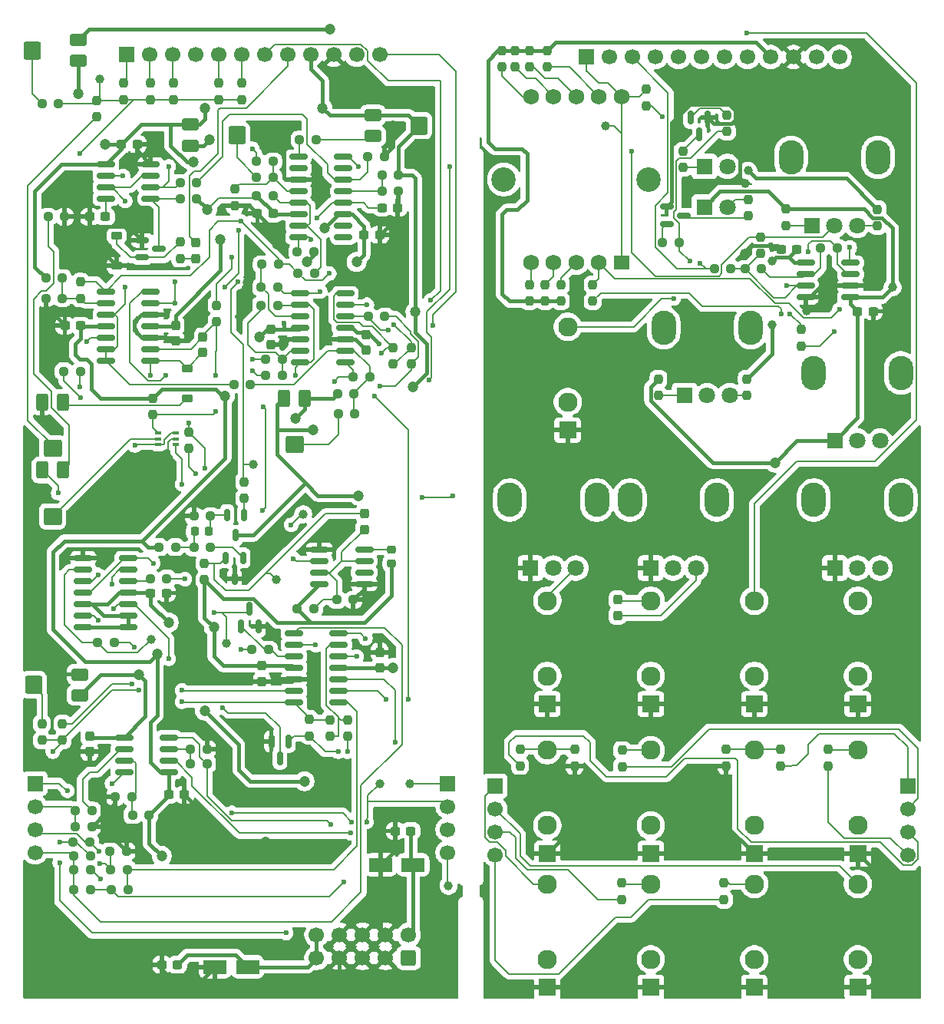
<source format=gbr>
%TF.GenerationSoftware,KiCad,Pcbnew,9.0.6*%
%TF.CreationDate,2025-11-20T09:41:42+01:00*%
%TF.ProjectId,Th-555-biondo,54682d35-3535-42d6-9269-6f6e646f2e6b,rev?*%
%TF.SameCoordinates,Original*%
%TF.FileFunction,Copper,L2,Bot*%
%TF.FilePolarity,Positive*%
%FSLAX46Y46*%
G04 Gerber Fmt 4.6, Leading zero omitted, Abs format (unit mm)*
G04 Created by KiCad (PCBNEW 9.0.6) date 2025-11-20 09:41:42*
%MOMM*%
%LPD*%
G01*
G04 APERTURE LIST*
G04 Aperture macros list*
%AMRoundRect*
0 Rectangle with rounded corners*
0 $1 Rounding radius*
0 $2 $3 $4 $5 $6 $7 $8 $9 X,Y pos of 4 corners*
0 Add a 4 corners polygon primitive as box body*
4,1,4,$2,$3,$4,$5,$6,$7,$8,$9,$2,$3,0*
0 Add four circle primitives for the rounded corners*
1,1,$1+$1,$2,$3*
1,1,$1+$1,$4,$5*
1,1,$1+$1,$6,$7*
1,1,$1+$1,$8,$9*
0 Add four rect primitives between the rounded corners*
20,1,$1+$1,$2,$3,$4,$5,0*
20,1,$1+$1,$4,$5,$6,$7,0*
20,1,$1+$1,$6,$7,$8,$9,0*
20,1,$1+$1,$8,$9,$2,$3,0*%
G04 Aperture macros list end*
%TA.AperFunction,ComponentPad*%
%ADD10R,1.930000X1.830000*%
%TD*%
%TA.AperFunction,ComponentPad*%
%ADD11C,2.130000*%
%TD*%
%TA.AperFunction,ComponentPad*%
%ADD12O,2.720000X3.786000*%
%TD*%
%TA.AperFunction,ComponentPad*%
%ADD13R,1.800000X1.800000*%
%TD*%
%TA.AperFunction,ComponentPad*%
%ADD14C,1.800000*%
%TD*%
%TA.AperFunction,ComponentPad*%
%ADD15R,1.700000X1.700000*%
%TD*%
%TA.AperFunction,ComponentPad*%
%ADD16C,1.700000*%
%TD*%
%TA.AperFunction,WasherPad*%
%ADD17C,2.700000*%
%TD*%
%TA.AperFunction,ComponentPad*%
%ADD18C,1.750000*%
%TD*%
%TA.AperFunction,ComponentPad*%
%ADD19R,1.750000X1.524000*%
%TD*%
%TA.AperFunction,SMDPad,CuDef*%
%ADD20RoundRect,0.237500X0.300000X0.237500X-0.300000X0.237500X-0.300000X-0.237500X0.300000X-0.237500X0*%
%TD*%
%TA.AperFunction,SMDPad,CuDef*%
%ADD21C,1.000000*%
%TD*%
%TA.AperFunction,SMDPad,CuDef*%
%ADD22RoundRect,0.237500X-0.237500X0.250000X-0.237500X-0.250000X0.237500X-0.250000X0.237500X0.250000X0*%
%TD*%
%TA.AperFunction,SMDPad,CuDef*%
%ADD23RoundRect,0.237500X-0.250000X-0.237500X0.250000X-0.237500X0.250000X0.237500X-0.250000X0.237500X0*%
%TD*%
%TA.AperFunction,SMDPad,CuDef*%
%ADD24RoundRect,0.237500X0.250000X0.237500X-0.250000X0.237500X-0.250000X-0.237500X0.250000X-0.237500X0*%
%TD*%
%TA.AperFunction,SMDPad,CuDef*%
%ADD25RoundRect,0.237500X0.237500X-0.250000X0.237500X0.250000X-0.237500X0.250000X-0.237500X-0.250000X0*%
%TD*%
%TA.AperFunction,SMDPad,CuDef*%
%ADD26RoundRect,0.250000X0.400000X0.700000X-0.400000X0.700000X-0.400000X-0.700000X0.400000X-0.700000X0*%
%TD*%
%TA.AperFunction,SMDPad,CuDef*%
%ADD27RoundRect,0.250000X0.750000X0.700000X-0.750000X0.700000X-0.750000X-0.700000X0.750000X-0.700000X0*%
%TD*%
%TA.AperFunction,SMDPad,CuDef*%
%ADD28RoundRect,0.250000X1.050000X0.550000X-1.050000X0.550000X-1.050000X-0.550000X1.050000X-0.550000X0*%
%TD*%
%TA.AperFunction,SMDPad,CuDef*%
%ADD29RoundRect,0.225000X0.225000X0.250000X-0.225000X0.250000X-0.225000X-0.250000X0.225000X-0.250000X0*%
%TD*%
%TA.AperFunction,SMDPad,CuDef*%
%ADD30RoundRect,0.237500X0.237500X-0.300000X0.237500X0.300000X-0.237500X0.300000X-0.237500X-0.300000X0*%
%TD*%
%TA.AperFunction,SMDPad,CuDef*%
%ADD31RoundRect,0.150000X0.825000X0.150000X-0.825000X0.150000X-0.825000X-0.150000X0.825000X-0.150000X0*%
%TD*%
%TA.AperFunction,SMDPad,CuDef*%
%ADD32RoundRect,0.237500X-0.237500X0.300000X-0.237500X-0.300000X0.237500X-0.300000X0.237500X0.300000X0*%
%TD*%
%TA.AperFunction,ComponentPad*%
%ADD33RoundRect,0.250000X0.600000X-0.600000X0.600000X0.600000X-0.600000X0.600000X-0.600000X-0.600000X0*%
%TD*%
%TA.AperFunction,SMDPad,CuDef*%
%ADD34RoundRect,0.237500X-0.300000X-0.237500X0.300000X-0.237500X0.300000X0.237500X-0.300000X0.237500X0*%
%TD*%
%TA.AperFunction,SMDPad,CuDef*%
%ADD35RoundRect,0.150000X-0.587500X-0.150000X0.587500X-0.150000X0.587500X0.150000X-0.587500X0.150000X0*%
%TD*%
%TA.AperFunction,SMDPad,CuDef*%
%ADD36RoundRect,0.250000X-0.700000X0.400000X-0.700000X-0.400000X0.700000X-0.400000X0.700000X0.400000X0*%
%TD*%
%TA.AperFunction,SMDPad,CuDef*%
%ADD37RoundRect,0.250000X-0.700000X0.750000X-0.700000X-0.750000X0.700000X-0.750000X0.700000X0.750000X0*%
%TD*%
%TA.AperFunction,SMDPad,CuDef*%
%ADD38RoundRect,0.225000X0.250000X-0.225000X0.250000X0.225000X-0.250000X0.225000X-0.250000X-0.225000X0*%
%TD*%
%TA.AperFunction,SMDPad,CuDef*%
%ADD39RoundRect,0.150000X-0.150000X0.587500X-0.150000X-0.587500X0.150000X-0.587500X0.150000X0.587500X0*%
%TD*%
%TA.AperFunction,SMDPad,CuDef*%
%ADD40RoundRect,0.250000X-1.050000X-0.550000X1.050000X-0.550000X1.050000X0.550000X-1.050000X0.550000X0*%
%TD*%
%TA.AperFunction,SMDPad,CuDef*%
%ADD41RoundRect,0.225000X0.375000X-0.225000X0.375000X0.225000X-0.375000X0.225000X-0.375000X-0.225000X0*%
%TD*%
%TA.AperFunction,SMDPad,CuDef*%
%ADD42RoundRect,0.150000X-0.150000X0.512500X-0.150000X-0.512500X0.150000X-0.512500X0.150000X0.512500X0*%
%TD*%
%TA.AperFunction,SMDPad,CuDef*%
%ADD43RoundRect,0.250000X0.700000X-0.400000X0.700000X0.400000X-0.700000X0.400000X-0.700000X-0.400000X0*%
%TD*%
%TA.AperFunction,SMDPad,CuDef*%
%ADD44RoundRect,0.250000X0.700000X-0.750000X0.700000X0.750000X-0.700000X0.750000X-0.700000X-0.750000X0*%
%TD*%
%TA.AperFunction,SMDPad,CuDef*%
%ADD45R,0.650000X0.400000*%
%TD*%
%TA.AperFunction,SMDPad,CuDef*%
%ADD46RoundRect,0.225000X-0.375000X0.225000X-0.375000X-0.225000X0.375000X-0.225000X0.375000X0.225000X0*%
%TD*%
%TA.AperFunction,SMDPad,CuDef*%
%ADD47RoundRect,0.150000X0.150000X-0.587500X0.150000X0.587500X-0.150000X0.587500X-0.150000X-0.587500X0*%
%TD*%
%TA.AperFunction,SMDPad,CuDef*%
%ADD48RoundRect,0.150000X-0.825000X-0.150000X0.825000X-0.150000X0.825000X0.150000X-0.825000X0.150000X0*%
%TD*%
%TA.AperFunction,ViaPad*%
%ADD49C,1.200000*%
%TD*%
%TA.AperFunction,ViaPad*%
%ADD50C,0.600000*%
%TD*%
%TA.AperFunction,ViaPad*%
%ADD51C,1.000000*%
%TD*%
%TA.AperFunction,Conductor*%
%ADD52C,0.200000*%
%TD*%
%TA.AperFunction,Conductor*%
%ADD53C,0.400000*%
%TD*%
G04 APERTURE END LIST*
D10*
%TO.P,J6,S,GND*%
%TO.N,GND1*%
X186050000Y-113250000D03*
D11*
%TO.P,J6,T*%
%TO.N,Net-(J6-PadT)*%
X186050000Y-101850000D03*
%TO.P,J6,TN*%
%TO.N,unconnected-(J6-PadTN)*%
X186050000Y-110150000D03*
%TD*%
D10*
%TO.P,J3,S,GND*%
%TO.N,GND1*%
X163216666Y-113250000D03*
D11*
%TO.P,J3,T*%
%TO.N,Net-(C14-Pad1)*%
X163216666Y-101850000D03*
%TO.P,J3,TN*%
%TO.N,unconnected-(J3-PadTN)*%
X163216666Y-110150000D03*
%TD*%
D12*
%TO.P,RV2,*%
%TO.N,*%
X181200000Y-76720000D03*
X190800000Y-76720000D03*
D13*
%TO.P,RV2,1,1*%
%TO.N,-12V_FRONT*%
X183500000Y-84220000D03*
D14*
%TO.P,RV2,2,2*%
%TO.N,PWM_LEV_IN_FRONT*%
X186000000Y-84220000D03*
%TO.P,RV2,3,3*%
%TO.N,+12V_FRONT*%
X188500000Y-84220000D03*
%TD*%
D10*
%TO.P,J2,S,GND*%
%TO.N,GND1*%
X154050000Y-83030000D03*
D11*
%TO.P,J2,T*%
%TO.N,1V{slash}oct_FRONT*%
X154050000Y-71630000D03*
%TO.P,J2,TN*%
%TO.N,unconnected-(J2-PadTN)*%
X154050000Y-79930000D03*
%TD*%
D12*
%TO.P,RV6,*%
%TO.N,*%
X160900000Y-90750000D03*
X170500000Y-90750000D03*
D13*
%TO.P,RV6,1,1*%
%TO.N,GND1*%
X163200000Y-98250000D03*
D14*
%TO.P,RV6,2,2*%
%TO.N,LIN_MOD_FRONT*%
X165700000Y-98250000D03*
%TO.P,RV6,3,3*%
%TO.N,Net-(C14-Pad2)*%
X168200000Y-98250000D03*
%TD*%
D10*
%TO.P,J10,S,GND*%
%TO.N,GND1*%
X163216666Y-129750000D03*
D11*
%TO.P,J10,T*%
%TO.N,Net-(J10-PadT)*%
X163216666Y-118350000D03*
%TO.P,J10,TN*%
%TO.N,unconnected-(J10-PadTN)*%
X163216666Y-126650000D03*
%TD*%
D10*
%TO.P,J12,S,GND*%
%TO.N,GND1*%
X174633332Y-129750000D03*
D11*
%TO.P,J12,T*%
%TO.N,Net-(J12-PadT)*%
X174633332Y-118350000D03*
%TO.P,J12,TN*%
%TO.N,unconnected-(J12-PadTN)*%
X174633332Y-126650000D03*
%TD*%
D10*
%TO.P,J8,S,GND*%
%TO.N,GND1*%
X151800000Y-129750000D03*
D11*
%TO.P,J8,T*%
%TO.N,Net-(J8-PadT)*%
X151800000Y-118350000D03*
%TO.P,J8,TN*%
%TO.N,unconnected-(J8-PadTN)*%
X151800000Y-126650000D03*
%TD*%
D10*
%TO.P,J11,S,GND*%
%TO.N,GND1*%
X186050000Y-129750000D03*
D11*
%TO.P,J11,T*%
%TO.N,Net-(J11-PadT)*%
X186050000Y-118350000D03*
%TO.P,J11,TN*%
%TO.N,unconnected-(J11-PadTN)*%
X186050000Y-126650000D03*
%TD*%
D10*
%TO.P,J13,S,GND*%
%TO.N,GND1*%
X163216666Y-144499999D03*
D11*
%TO.P,J13,T*%
%TO.N,Net-(J13-PadT)*%
X163216666Y-133099999D03*
%TO.P,J13,TN*%
%TO.N,unconnected-(J13-PadTN)*%
X163216666Y-141399999D03*
%TD*%
D12*
%TO.P,RV7,*%
%TO.N,*%
X181200000Y-90750000D03*
X190800000Y-90750000D03*
D13*
%TO.P,RV7,1,1*%
%TO.N,GND1*%
X183500000Y-98250000D03*
D14*
%TO.P,RV7,2,2*%
%TO.N,PWM_CV_FRONT*%
X186000000Y-98250000D03*
%TO.P,RV7,3,3*%
%TO.N,Net-(J6-PadT)*%
X188500000Y-98250000D03*
%TD*%
D13*
%TO.P,D4,1,K*%
%TO.N,-12V_FRONT*%
X169110000Y-58440000D03*
D14*
%TO.P,D4,2,A*%
%TO.N,Net-(D4-A)*%
X171650000Y-58440000D03*
%TD*%
D10*
%TO.P,J14,S,GND*%
%TO.N,GND1*%
X151800000Y-144499999D03*
D11*
%TO.P,J14,T*%
%TO.N,PULSE_SUB_FRONT*%
X151800000Y-133099999D03*
%TO.P,J14,TN*%
%TO.N,unconnected-(J14-PadTN)*%
X151800000Y-141399999D03*
%TD*%
D12*
%TO.P,RV5,*%
%TO.N,*%
X147650000Y-90750000D03*
X157250000Y-90750000D03*
D13*
%TO.P,RV5,1,1*%
%TO.N,GND1*%
X149950000Y-98250000D03*
D14*
%TO.P,RV5,2,2*%
%TO.N,EXP_MOD_FRONT*%
X152450000Y-98250000D03*
%TO.P,RV5,3,3*%
%TO.N,Net-(J4-PadT)*%
X154950000Y-98250000D03*
%TD*%
D10*
%TO.P,J4,S,GND*%
%TO.N,GND1*%
X151800000Y-113250000D03*
D11*
%TO.P,J4,T*%
%TO.N,Net-(J4-PadT)*%
X151800000Y-101850000D03*
%TO.P,J4,TN*%
%TO.N,unconnected-(J4-PadTN)*%
X151800000Y-110150000D03*
%TD*%
D15*
%TO.P,J9,1,Pin_1*%
%TO.N,TRIANGLE*%
X140800000Y-122000000D03*
D16*
%TO.P,J9,2,Pin_2*%
%TO.N,RAMP*%
X140800000Y-124540000D03*
%TO.P,J9,3,Pin_3*%
%TO.N,PULSE*%
X140800000Y-127080000D03*
%TO.P,J9,4,Pin_4*%
%TO.N,SINE*%
X140800000Y-129620000D03*
%TD*%
D17*
%TO.P,SW1,*%
%TO.N,*%
X147000000Y-55400000D03*
X163000000Y-55400000D03*
D18*
%TO.P,SW1,COM,COM*%
%TO.N,OCTAVE SWITCH FRONT*%
X160000000Y-46250000D03*
D19*
X160000000Y-64550000D03*
D18*
%TO.P,SW1,OUT1,OUT1*%
%TO.N,Net-(R35-Pad1)*%
X157500000Y-64550000D03*
%TO.P,SW1,OUT2,OUT2*%
%TO.N,Net-(R37-Pad1)*%
X155000000Y-64550000D03*
%TO.P,SW1,OUT3,OUT3*%
%TO.N,Net-(R36-Pad1)*%
X152500000Y-64550000D03*
%TO.P,SW1,OUT4,OUT4*%
%TO.N,Net-(R38-Pad1)*%
X150000000Y-64550000D03*
%TO.P,SW1,OUT5,OUT5*%
%TO.N,Net-(R4-Pad1)*%
X150000000Y-46250000D03*
%TO.P,SW1,OUT6,OUT6*%
%TO.N,Net-(R3-Pad1)*%
X152500000Y-46250000D03*
%TO.P,SW1,OUT7,OUT7*%
%TO.N,Net-(R6-Pad1)*%
X155000000Y-46250000D03*
%TO.P,SW1,OUT8,OUT8*%
%TO.N,Net-(R7-Pad1)*%
X157500000Y-46250000D03*
%TD*%
D15*
%TO.P,J7,1,Pin_1*%
%TO.N,PULSE_SUB*%
X95300000Y-122000000D03*
D16*
%TO.P,J7,2,Pin_2*%
%TO.N,PULSE_SUB_2*%
X95300000Y-124540000D03*
%TO.P,J7,3,Pin_3*%
%TO.N,RAMP*%
X95300000Y-127080000D03*
%TO.P,J7,4,Pin_4*%
%TO.N,TRIANGLE_SUB*%
X95300000Y-129620000D03*
%TD*%
D10*
%TO.P,J15,S,GND*%
%TO.N,GND1*%
X174633332Y-144499999D03*
D11*
%TO.P,J15,T*%
%TO.N,Net-(J15-PadT)*%
X174633332Y-133099999D03*
%TO.P,J15,TN*%
%TO.N,unconnected-(J15-PadTN)*%
X174633332Y-141399999D03*
%TD*%
D15*
%TO.P,J1,1,Pin_1*%
%TO.N,OCTAVE SWITCH*%
X105375000Y-41620000D03*
D16*
%TO.P,J1,2,Pin_2*%
%TO.N,F_COARSE*%
X107915000Y-41620000D03*
%TO.P,J1,3,Pin_3*%
%TO.N,F_FINE*%
X110455000Y-41620000D03*
%TO.P,J1,4,Pin_4*%
%TO.N,LIN_MOD*%
X112995000Y-41620000D03*
%TO.P,J1,5,Pin_5*%
%TO.N,EXP_MOD*%
X115535000Y-41620000D03*
%TO.P,J1,6,Pin_6*%
%TO.N,1V{slash}oct*%
X118075000Y-41620000D03*
%TO.P,J1,7,Pin_7*%
%TO.N,PWM_CV*%
X120615000Y-41620000D03*
%TO.P,J1,8,Pin_8*%
%TO.N,HARD_SYNC*%
X123155000Y-41620000D03*
%TO.P,J1,9,Pin_9*%
%TO.N,+12V*%
X125695000Y-41620000D03*
%TO.P,J1,10,Pin_10*%
%TO.N,GND1*%
X128235000Y-41620000D03*
%TO.P,J1,11,Pin_11*%
%TO.N,-12V*%
X130775000Y-41620000D03*
%TO.P,J1,12,Pin_12*%
%TO.N,PWM_LEV_IN*%
X133315000Y-41620000D03*
%TD*%
D10*
%TO.P,J5,S,GND*%
%TO.N,GND1*%
X174633332Y-113250000D03*
D11*
%TO.P,J5,T*%
%TO.N,HARD_SYNC_FRONT*%
X174633332Y-101850000D03*
%TO.P,J5,TN*%
%TO.N,unconnected-(J5-PadTN)*%
X174633332Y-110150000D03*
%TD*%
D10*
%TO.P,J16,S,GND*%
%TO.N,GND1*%
X186050000Y-144499999D03*
D11*
%TO.P,J16,T*%
%TO.N,PULSE_SUB_2_FRONT*%
X186050000Y-133099999D03*
%TO.P,J16,TN*%
%TO.N,unconnected-(J16-PadTN)*%
X186050000Y-141399999D03*
%TD*%
D13*
%TO.P,D3,1,K*%
%TO.N,Net-(D3-K)*%
X169120000Y-53950000D03*
D14*
%TO.P,D3,2,A*%
%TO.N,+12V_FRONT*%
X171660000Y-53950000D03*
%TD*%
D12*
%TO.P,RV3,*%
%TO.N,*%
X164640000Y-71720000D03*
X174240000Y-71720000D03*
D13*
%TO.P,RV3,1,1*%
%TO.N,Net-(R29-Pad2)*%
X166940000Y-79220000D03*
D14*
%TO.P,RV3,2,2*%
%TO.N,F_FINE_FRONT*%
X169440000Y-79220000D03*
%TO.P,RV3,3,3*%
%TO.N,Net-(R28-Pad1)*%
X171940000Y-79220000D03*
%TD*%
D12*
%TO.P,RV1,*%
%TO.N,*%
X178680000Y-52960000D03*
X188280000Y-52960000D03*
D13*
%TO.P,RV1,1,1*%
%TO.N,Net-(R1-Pad2)*%
X180980000Y-60460000D03*
D14*
%TO.P,RV1,2,2*%
%TO.N,F_COARSE_FRONT*%
X183480000Y-60460000D03*
%TO.P,RV1,3,3*%
%TO.N,Net-(R2-Pad1)*%
X185980000Y-60460000D03*
%TD*%
D20*
%TO.P,C20,1*%
%TO.N,GND1*%
X111775000Y-123250000D03*
%TO.P,C20,2*%
%TO.N,-12V*%
X110050000Y-123250000D03*
%TD*%
D21*
%TO.P,TP5,1,1*%
%TO.N,Net-(Q5-E)*%
X121875000Y-99500000D03*
%TD*%
%TO.P,TP7,1,1*%
%TO.N,TRIANGLE*%
X136600000Y-122040000D03*
%TD*%
D20*
%TO.P,C8,1*%
%TO.N,GND1*%
X187750000Y-69930000D03*
%TO.P,C8,2*%
%TO.N,-12V_FRONT*%
X186025000Y-69930000D03*
%TD*%
D22*
%TO.P,R71,1*%
%TO.N,Net-(U7A--)*%
X129750000Y-115000000D03*
%TO.P,R71,2*%
%TO.N,RAMP_SUB*%
X129750000Y-116825000D03*
%TD*%
D23*
%TO.P,R93,1*%
%TO.N,Net-(U10-THR)*%
X128575000Y-101750000D03*
%TO.P,R93,2*%
%TO.N,GND1*%
X130400000Y-101750000D03*
%TD*%
D15*
%TO.P,J18,1,Pin_1*%
%TO.N,TRIANGLE_FRONT*%
X191550000Y-122270000D03*
D16*
%TO.P,J18,2,Pin_2*%
%TO.N,RAMP_FRONT*%
X191550000Y-124810000D03*
%TO.P,J18,3,Pin_3*%
%TO.N,PULSE_FRONT*%
X191550000Y-127350000D03*
%TO.P,J18,4,Pin_4*%
%TO.N,SINE_FRONT*%
X191550000Y-129890000D03*
%TD*%
D24*
%TO.P,R76,1*%
%TO.N,RAMP*%
X101325000Y-128450000D03*
%TO.P,R76,2*%
%TO.N,Net-(U7D--)*%
X99500000Y-128450000D03*
%TD*%
D25*
%TO.P,R6,1*%
%TO.N,Net-(R6-Pad1)*%
X149800000Y-43000000D03*
%TO.P,R6,2*%
%TO.N,+12V_FRONT*%
X149800000Y-41175000D03*
%TD*%
D26*
%TO.P,RV11,1,1*%
%TO.N,+12V*%
X122750000Y-79500000D03*
D27*
%TO.P,RV11,2,2*%
%TO.N,Net-(R48-Pad2)*%
X123900000Y-84600000D03*
D26*
%TO.P,RV11,3,3*%
%TO.N,-12V*%
X125050000Y-79500000D03*
%TD*%
D24*
%TO.P,R75,1*%
%TO.N,TRIANGLE_FRONT*%
X166340000Y-62390000D03*
%TO.P,R75,2*%
%TO.N,Net-(Q7-B)*%
X164515000Y-62390000D03*
%TD*%
D22*
%TO.P,R25,1*%
%TO.N,F_FINE*%
X110550000Y-44750000D03*
%TO.P,R25,2*%
%TO.N,Net-(U5A--)*%
X110550000Y-46575000D03*
%TD*%
D26*
%TO.P,RV13,1,1*%
%TO.N,Net-(R53-Pad2)*%
X96070000Y-87450000D03*
D27*
%TO.P,RV13,2,2*%
%TO.N,Net-(RV13-Pad2)*%
X97220000Y-92550000D03*
D26*
%TO.P,RV13,3,3*%
%TO.N,Net-(R23-Pad2)*%
X98370000Y-87450000D03*
%TD*%
D22*
%TO.P,R38,1*%
%TO.N,Net-(R38-Pad1)*%
X149800000Y-67000000D03*
%TO.P,R38,2*%
%TO.N,+12V_FRONT*%
X149800000Y-68825000D03*
%TD*%
D25*
%TO.P,R5,1*%
%TO.N,Net-(R5-Pad1)*%
X162750000Y-47250000D03*
%TO.P,R5,2*%
%TO.N,OCTAVE SWITCH FRONT*%
X162750000Y-45425000D03*
%TD*%
%TO.P,R90,1*%
%TO.N,-12V*%
X113975000Y-99550000D03*
%TO.P,R90,2*%
%TO.N,Net-(Q5-E)*%
X113975000Y-97725000D03*
%TD*%
D22*
%TO.P,R69,1*%
%TO.N,Net-(R69-Pad1)*%
X127800000Y-115000000D03*
%TO.P,R69,2*%
%TO.N,Net-(U7A--)*%
X127800000Y-116825000D03*
%TD*%
%TO.P,R56,1*%
%TO.N,-12V*%
X108300000Y-79500000D03*
%TO.P,R56,2*%
%TO.N,Net-(U5B--)*%
X108300000Y-81325000D03*
%TD*%
D28*
%TO.P,C22,1*%
%TO.N,+12V*%
X118750000Y-142250000D03*
%TO.P,C22,2*%
%TO.N,GND1*%
X115150000Y-142250000D03*
%TD*%
D29*
%TO.P,C24,1*%
%TO.N,Net-(Q4-E)*%
X114450000Y-94225000D03*
%TO.P,C24,2*%
%TO.N,Net-(C24-Pad2)*%
X112900000Y-94225000D03*
%TD*%
D24*
%TO.P,R79,1*%
%TO.N,Net-(U7D--)*%
X101375000Y-130025000D03*
%TO.P,R79,2*%
%TO.N,TRIANGLE_SUB*%
X99550000Y-130025000D03*
%TD*%
D22*
%TO.P,R96,1*%
%TO.N,Net-(D4-A)*%
X174000000Y-57600000D03*
%TO.P,R96,2*%
%TO.N,Net-(Q7-C)*%
X174000000Y-59425000D03*
%TD*%
D23*
%TO.P,R80,1*%
%TO.N,TRIANGLE_SUB*%
X99550000Y-133750000D03*
%TO.P,R80,2*%
%TO.N,Net-(U7B-+)*%
X101375000Y-133750000D03*
%TD*%
%TO.P,R51,1*%
%TO.N,-12V*%
X128637500Y-79000000D03*
%TO.P,R51,2*%
%TO.N,Net-(U4B--)*%
X130462500Y-79000000D03*
%TD*%
D24*
%TO.P,R55,1*%
%TO.N,Net-(U5D--)*%
X98300000Y-66250000D03*
%TO.P,R55,2*%
%TO.N,+12V*%
X96475000Y-66250000D03*
%TD*%
D22*
%TO.P,R70,1*%
%TO.N,Net-(R69-Pad1)*%
X125550000Y-114925000D03*
%TO.P,R70,2*%
%TO.N,Net-(Q3-S)*%
X125550000Y-116750000D03*
%TD*%
D30*
%TO.P,C15,1*%
%TO.N,+12V*%
X133300000Y-109250000D03*
%TO.P,C15,2*%
%TO.N,GND1*%
X133300000Y-107525000D03*
%TD*%
D23*
%TO.P,R12,1*%
%TO.N,Net-(U1C--)*%
X133550000Y-56650000D03*
%TO.P,R12,2*%
%TO.N,GND1*%
X135375000Y-56650000D03*
%TD*%
D24*
%TO.P,R98,1*%
%TO.N,GND1*%
X114250000Y-118230000D03*
%TO.P,R98,2*%
%TO.N,Net-(U9A--)*%
X112425000Y-118230000D03*
%TD*%
%TO.P,R48,1*%
%TO.N,Net-(U4B--)*%
X130550000Y-81250000D03*
%TO.P,R48,2*%
%TO.N,Net-(R48-Pad2)*%
X128725000Y-81250000D03*
%TD*%
D23*
%TO.P,R88,1*%
%TO.N,GND1*%
X104137500Y-123500000D03*
%TO.P,R88,2*%
%TO.N,Net-(U9B--)*%
X105962500Y-123500000D03*
%TD*%
D31*
%TO.P,U3,1*%
%TO.N,Net-(R35-Pad1)*%
X185240000Y-64580000D03*
%TO.P,U3,2,-*%
%TO.N,Net-(U3A--)*%
X185240000Y-65850000D03*
%TO.P,U3,3,+*%
%TO.N,GND1*%
X185240000Y-67120000D03*
%TO.P,U3,4,V-*%
%TO.N,-12V_FRONT*%
X185240000Y-68390000D03*
%TO.P,U3,5,+*%
%TO.N,GND1*%
X180290000Y-68390000D03*
%TO.P,U3,6,-*%
%TO.N,Net-(U3B--)*%
X180290000Y-67120000D03*
%TO.P,U3,7*%
%TO.N,Net-(R30-Pad1)*%
X180290000Y-65850000D03*
%TO.P,U3,8,V+*%
%TO.N,+12V_FRONT*%
X180290000Y-64580000D03*
%TD*%
D23*
%TO.P,R22,1*%
%TO.N,Net-(Q1-C)*%
X111300000Y-57500000D03*
%TO.P,R22,2*%
%TO.N,+12V*%
X113125000Y-57500000D03*
%TD*%
D25*
%TO.P,R53,1*%
%TO.N,Net-(U5A--)*%
X112250000Y-85075000D03*
%TO.P,R53,2*%
%TO.N,Net-(R53-Pad2)*%
X112250000Y-83250000D03*
%TD*%
D24*
%TO.P,R30,1*%
%TO.N,Net-(R30-Pad1)*%
X175435000Y-65270000D03*
%TO.P,R30,2*%
%TO.N,Net-(U3B--)*%
X173610000Y-65270000D03*
%TD*%
D21*
%TO.P,TP1,1,1*%
%TO.N,CORE_CLOCK*%
X119375000Y-86800000D03*
%TD*%
D32*
%TO.P,C14,1*%
%TO.N,Net-(C14-Pad1)*%
X159550000Y-101750000D03*
%TO.P,C14,2*%
%TO.N,Net-(C14-Pad2)*%
X159550000Y-103475000D03*
%TD*%
D20*
%TO.P,C17,1*%
%TO.N,GND1*%
X109775000Y-101000000D03*
%TO.P,C17,2*%
%TO.N,-12V*%
X108050000Y-101000000D03*
%TD*%
D25*
%TO.P,R10,1*%
%TO.N,GND1*%
X117300000Y-58250000D03*
%TO.P,R10,2*%
%TO.N,Net-(U1A--)*%
X117300000Y-56425000D03*
%TD*%
D23*
%TO.P,R13,1*%
%TO.N,Net-(U9A-+)*%
X124225000Y-63400000D03*
%TO.P,R13,2*%
%TO.N,-12V*%
X126050000Y-63400000D03*
%TD*%
D33*
%TO.P,J20,1,Pin_1*%
%TO.N,-12V*%
X136500000Y-141250000D03*
D16*
%TO.P,J20,2,Pin_2*%
X136500000Y-138710000D03*
%TO.P,J20,3,Pin_3*%
%TO.N,GND1*%
X133960000Y-141250000D03*
%TO.P,J20,4,Pin_4*%
X133960000Y-138710000D03*
%TO.P,J20,5,Pin_5*%
X131420000Y-141250000D03*
%TO.P,J20,6,Pin_6*%
X131420000Y-138710000D03*
%TO.P,J20,7,Pin_7*%
X128880000Y-141250000D03*
%TO.P,J20,8,Pin_8*%
X128880000Y-138710000D03*
%TO.P,J20,9,Pin_9*%
%TO.N,+12V*%
X126340000Y-141250000D03*
%TO.P,J20,10,Pin_10*%
X126340000Y-138710000D03*
%TD*%
D25*
%TO.P,R19,1*%
%TO.N,Net-(R19-Pad1)*%
X102050000Y-48500000D03*
%TO.P,R19,2*%
%TO.N,Net-(U5A--)*%
X102050000Y-46675000D03*
%TD*%
D30*
%TO.P,C9,1*%
%TO.N,GND1*%
X131800000Y-74225000D03*
%TO.P,C9,2*%
%TO.N,+12V*%
X131800000Y-72500000D03*
%TD*%
D22*
%TO.P,R61,1*%
%TO.N,Net-(J12-PadT)*%
X177550000Y-118250000D03*
%TO.P,R61,2*%
%TO.N,TRIANGLE_FRONT*%
X177550000Y-120075000D03*
%TD*%
%TO.P,R83,1*%
%TO.N,Net-(R83-Pad1)*%
X96050000Y-115425000D03*
%TO.P,R83,2*%
%TO.N,Net-(U7C--)*%
X96050000Y-117250000D03*
%TD*%
%TO.P,R29,1*%
%TO.N,-12V_FRONT*%
X164060000Y-77405000D03*
%TO.P,R29,2*%
%TO.N,Net-(R29-Pad2)*%
X164060000Y-79230000D03*
%TD*%
D23*
%TO.P,R54,1*%
%TO.N,GND1*%
X96475000Y-68500000D03*
%TO.P,R54,2*%
%TO.N,Net-(U5D--)*%
X98300000Y-68500000D03*
%TD*%
%TO.P,R59,1*%
%TO.N,RAMP*%
X119225000Y-107250000D03*
%TO.P,R59,2*%
%TO.N,Net-(Q2-S)*%
X121050000Y-107250000D03*
%TD*%
%TO.P,R89,1*%
%TO.N,-12V*%
X108950000Y-95950000D03*
%TO.P,R89,2*%
%TO.N,Net-(C24-Pad2)*%
X110775000Y-95950000D03*
%TD*%
D25*
%TO.P,R49,1*%
%TO.N,Net-(R39-Pad2)*%
X136800000Y-75750000D03*
%TO.P,R49,2*%
%TO.N,Net-(U4A--)*%
X136800000Y-73925000D03*
%TD*%
D31*
%TO.P,U7,1*%
%TO.N,RAMP_SUB*%
X128800000Y-105440000D03*
%TO.P,U7,2,-*%
%TO.N,Net-(U7A--)*%
X128800000Y-106710000D03*
%TO.P,U7,3,+*%
%TO.N,Net-(Q3-S)*%
X128800000Y-107980000D03*
%TO.P,U7,4,V+*%
%TO.N,+12V*%
X128800000Y-109250000D03*
%TO.P,U7,5,+*%
%TO.N,Net-(U7B-+)*%
X128800000Y-110520000D03*
%TO.P,U7,6,-*%
%TO.N,PWM_LEVEL*%
X128800000Y-111790000D03*
%TO.P,U7,7*%
%TO.N,Net-(R81-Pad1)*%
X128800000Y-113060000D03*
%TO.P,U7,8*%
%TO.N,Net-(R69-Pad1)*%
X123850000Y-113060000D03*
%TO.P,U7,9,-*%
%TO.N,Net-(U7C--)*%
X123850000Y-111790000D03*
%TO.P,U7,10,+*%
%TO.N,GND1*%
X123850000Y-110520000D03*
%TO.P,U7,11,V-*%
%TO.N,-12V*%
X123850000Y-109250000D03*
%TO.P,U7,12,+*%
%TO.N,Net-(Q2-S)*%
X123850000Y-107980000D03*
%TO.P,U7,13,-*%
%TO.N,Net-(U7D--)*%
X123850000Y-106710000D03*
%TO.P,U7,14*%
%TO.N,TRIANGLE_SUB*%
X123850000Y-105440000D03*
%TD*%
%TO.P,U9,1*%
%TO.N,SINE*%
X110050000Y-116940000D03*
%TO.P,U9,2,-*%
%TO.N,Net-(U9A--)*%
X110050000Y-118210000D03*
%TO.P,U9,3,+*%
%TO.N,Net-(U9A-+)*%
X110050000Y-119480000D03*
%TO.P,U9,4,V-*%
%TO.N,-12V*%
X110050000Y-120750000D03*
%TO.P,U9,5,+*%
%TO.N,Net-(U9B-+)*%
X105100000Y-120750000D03*
%TO.P,U9,6,-*%
%TO.N,Net-(U9B--)*%
X105100000Y-119480000D03*
%TO.P,U9,7*%
%TO.N,Net-(R72-Pad1)*%
X105100000Y-118210000D03*
%TO.P,U9,8,V+*%
%TO.N,+12V*%
X105100000Y-116940000D03*
%TD*%
D25*
%TO.P,R2,1*%
%TO.N,Net-(R2-Pad1)*%
X188220000Y-60505000D03*
%TO.P,R2,2*%
%TO.N,+12V_FRONT*%
X188220000Y-58680000D03*
%TD*%
D23*
%TO.P,R94,1*%
%TO.N,-12V*%
X124225000Y-102725000D03*
%TO.P,R94,2*%
%TO.N,Net-(U10-THR)*%
X126050000Y-102725000D03*
%TD*%
D24*
%TO.P,R52,1*%
%TO.N,TRIANGLE*%
X122125000Y-64750000D03*
%TO.P,R52,2*%
%TO.N,Net-(U4D-+)*%
X120300000Y-64750000D03*
%TD*%
D22*
%TO.P,R91,1*%
%TO.N,Net-(Q6-B)*%
X171620000Y-48275000D03*
%TO.P,R91,2*%
%TO.N,TRIANGLE_FRONT*%
X171620000Y-50100000D03*
%TD*%
D23*
%TO.P,R73,1*%
%TO.N,Net-(U9B--)*%
X106050000Y-125500000D03*
%TO.P,R73,2*%
%TO.N,-12V*%
X107875000Y-125500000D03*
%TD*%
D25*
%TO.P,R95,1*%
%TO.N,Net-(D3-K)*%
X166810000Y-54092500D03*
%TO.P,R95,2*%
%TO.N,Net-(Q6-C)*%
X166810000Y-52267500D03*
%TD*%
%TO.P,R4,1*%
%TO.N,Net-(R4-Pad1)*%
X146750000Y-43000000D03*
%TO.P,R4,2*%
%TO.N,+12V_FRONT*%
X146750000Y-41175000D03*
%TD*%
%TO.P,R65,1*%
%TO.N,GND1*%
X154800000Y-120075000D03*
%TO.P,R65,2*%
%TO.N,Net-(J8-PadT)*%
X154800000Y-118250000D03*
%TD*%
D20*
%TO.P,C7,1*%
%TO.N,+12V_FRONT*%
X179322500Y-63120000D03*
%TO.P,C7,2*%
%TO.N,GND1*%
X177597500Y-63120000D03*
%TD*%
D34*
%TO.P,C5,1*%
%TO.N,GND1*%
X101325000Y-59500000D03*
%TO.P,C5,2*%
%TO.N,Net-(U2-CV)*%
X103050000Y-59500000D03*
%TD*%
D23*
%TO.P,R97,1*%
%TO.N,Net-(U9A--)*%
X112430000Y-119860000D03*
%TO.P,R97,2*%
%TO.N,SINE*%
X114255000Y-119860000D03*
%TD*%
D25*
%TO.P,R34,1*%
%TO.N,Net-(U3B--)*%
X175340000Y-63560000D03*
%TO.P,R34,2*%
%TO.N,F_COARSE_FRONT*%
X175340000Y-61735000D03*
%TD*%
D30*
%TO.P,C13,1*%
%TO.N,Net-(D2-A)*%
X113800000Y-74475000D03*
%TO.P,C13,2*%
%TO.N,Net-(U5B--)*%
X113800000Y-72750000D03*
%TD*%
%TO.P,C10,1*%
%TO.N,GND1*%
X121300000Y-73612500D03*
%TO.P,C10,2*%
%TO.N,-12V*%
X121300000Y-71887500D03*
%TD*%
D34*
%TO.P,C18,1*%
%TO.N,GND1*%
X135025000Y-127250000D03*
%TO.P,C18,2*%
%TO.N,-12V*%
X136750000Y-127250000D03*
%TD*%
D24*
%TO.P,R15,1*%
%TO.N,Net-(U1A--)*%
X121550000Y-53400000D03*
%TO.P,R15,2*%
%TO.N,TRIANGLE*%
X119725000Y-53400000D03*
%TD*%
D22*
%TO.P,R50,1*%
%TO.N,LIN_MOD*%
X115300000Y-69250000D03*
%TO.P,R50,2*%
%TO.N,Net-(U5B--)*%
X115300000Y-71075000D03*
%TD*%
D23*
%TO.P,R74,1*%
%TO.N,TRIANGLE_SUB*%
X99550000Y-131500000D03*
%TO.P,R74,2*%
%TO.N,Net-(U7C--)*%
X101375000Y-131500000D03*
%TD*%
D22*
%TO.P,R24,1*%
%TO.N,F_COARSE*%
X108050000Y-44750000D03*
%TO.P,R24,2*%
%TO.N,Net-(U5A--)*%
X108050000Y-46575000D03*
%TD*%
D31*
%TO.P,U5,1*%
%TO.N,Net-(R53-Pad2)*%
X108050000Y-67730000D03*
%TO.P,U5,2,-*%
%TO.N,Net-(U5A--)*%
X108050000Y-69000000D03*
%TO.P,U5,3,+*%
%TO.N,GND1*%
X108050000Y-70270000D03*
%TO.P,U5,4,V+*%
%TO.N,+12V*%
X108050000Y-71540000D03*
%TO.P,U5,5,+*%
%TO.N,GND1*%
X108050000Y-72810000D03*
%TO.P,U5,6,-*%
%TO.N,Net-(U5B--)*%
X108050000Y-74080000D03*
%TO.P,U5,7*%
%TO.N,Net-(D2-A)*%
X108050000Y-75350000D03*
%TO.P,U5,8*%
%TO.N,Net-(U2-THR)*%
X103100000Y-75350000D03*
%TO.P,U5,9,-*%
X103100000Y-74080000D03*
%TO.P,U5,10,+*%
%TO.N,Net-(U5C-+)*%
X103100000Y-72810000D03*
%TO.P,U5,11,V-*%
%TO.N,-12V*%
X103100000Y-71540000D03*
%TO.P,U5,12,+*%
%TO.N,Net-(U2-THR)*%
X103100000Y-70270000D03*
%TO.P,U5,13,-*%
%TO.N,Net-(U5D--)*%
X103100000Y-69000000D03*
%TO.P,U5,14*%
%TO.N,TRIANGLE*%
X103100000Y-67730000D03*
%TD*%
D35*
%TO.P,Q1,1,B*%
%TO.N,Net-(D1-K)*%
X107100000Y-64000000D03*
%TO.P,Q1,2,E*%
%TO.N,GND1*%
X107100000Y-62100000D03*
%TO.P,Q1,3,C*%
%TO.N,Net-(Q1-C)*%
X108975000Y-63050000D03*
%TD*%
D24*
%TO.P,R26,1*%
%TO.N,Net-(U1C-+)*%
X113125000Y-55750000D03*
%TO.P,R26,2*%
%TO.N,CORE_CLOCK*%
X111300000Y-55750000D03*
%TD*%
D22*
%TO.P,R35,1*%
%TO.N,Net-(R35-Pad1)*%
X156800000Y-67000000D03*
%TO.P,R35,2*%
%TO.N,Net-(U3A--)*%
X156800000Y-68825000D03*
%TD*%
D20*
%TO.P,C1,1*%
%TO.N,+12V*%
X121550000Y-59150000D03*
%TO.P,C1,2*%
%TO.N,GND1*%
X119825000Y-59150000D03*
%TD*%
D25*
%TO.P,R63,1*%
%TO.N,TRIANGLE_SUB_FRONT*%
X171300000Y-134825000D03*
%TO.P,R63,2*%
%TO.N,Net-(J15-PadT)*%
X171300000Y-133000000D03*
%TD*%
%TO.P,R28,1*%
%TO.N,Net-(R28-Pad1)*%
X173800000Y-79230000D03*
%TO.P,R28,2*%
%TO.N,+12V_FRONT*%
X173800000Y-77405000D03*
%TD*%
%TO.P,R27,1*%
%TO.N,Net-(C6-Pad2)*%
X111300000Y-64100000D03*
%TO.P,R27,2*%
%TO.N,Net-(D1-K)*%
X111300000Y-62275000D03*
%TD*%
D22*
%TO.P,R17,1*%
%TO.N,1V{slash}oct*%
X118050000Y-44750000D03*
%TO.P,R17,2*%
%TO.N,Net-(U5A--)*%
X118050000Y-46575000D03*
%TD*%
D24*
%TO.P,R58,1*%
%TO.N,Net-(D2-A)*%
X100275000Y-76555000D03*
%TO.P,R58,2*%
%TO.N,Net-(R58-Pad2)*%
X98450000Y-76555000D03*
%TD*%
D21*
%TO.P,TP8,1,1*%
%TO.N,SINE*%
X140900000Y-133290000D03*
%TD*%
D22*
%TO.P,R77,1*%
%TO.N,CORE_CLOCK*%
X118350000Y-88750000D03*
%TO.P,R77,2*%
%TO.N,Net-(Q4-B)*%
X118350000Y-90575000D03*
%TD*%
D35*
%TO.P,Q7,1,B*%
%TO.N,Net-(Q7-B)*%
X164960000Y-60300000D03*
%TO.P,Q7,2,E*%
%TO.N,GND1*%
X164960000Y-58400000D03*
%TO.P,Q7,3,C*%
%TO.N,Net-(Q7-C)*%
X166835000Y-59350000D03*
%TD*%
D21*
%TO.P,TP4,1,1*%
%TO.N,DIVIDER_2_OUT*%
X108075000Y-106100000D03*
%TD*%
D25*
%TO.P,R43,1*%
%TO.N,Net-(U4A--)*%
X134800000Y-75750000D03*
%TO.P,R43,2*%
%TO.N,RAMP*%
X134800000Y-73925000D03*
%TD*%
D24*
%TO.P,R60,1*%
%TO.N,Net-(U9B-+)*%
X104000000Y-106500000D03*
%TO.P,R60,2*%
%TO.N,DIVIDER_2_OUT*%
X102175000Y-106500000D03*
%TD*%
D36*
%TO.P,RV8,1,1*%
%TO.N,-12V*%
X112450000Y-51650000D03*
D37*
%TO.P,RV8,2,2*%
%TO.N,Net-(R16-Pad1)*%
X117550000Y-50500000D03*
D36*
%TO.P,RV8,3,3*%
%TO.N,+12V*%
X112450000Y-49350000D03*
%TD*%
D22*
%TO.P,R36,1*%
%TO.N,Net-(R36-Pad1)*%
X151550000Y-67000000D03*
%TO.P,R36,2*%
%TO.N,+12V_FRONT*%
X151550000Y-68825000D03*
%TD*%
D32*
%TO.P,C6,1*%
%TO.N,HARD_SYNC*%
X113050000Y-62375000D03*
%TO.P,C6,2*%
%TO.N,Net-(C6-Pad2)*%
X113050000Y-64100000D03*
%TD*%
D38*
%TO.P,C25,1*%
%TO.N,-12V*%
X134600000Y-97750000D03*
%TO.P,C25,2*%
%TO.N,Net-(U10-CV)*%
X134600000Y-96200000D03*
%TD*%
D21*
%TO.P,TP9,1,1*%
%TO.N,RAMP*%
X133325000Y-122025000D03*
%TD*%
D34*
%TO.P,C2,1*%
%TO.N,Net-(U5C-+)*%
X133575000Y-58500000D03*
%TO.P,C2,2*%
%TO.N,GND1*%
X135300000Y-58500000D03*
%TD*%
D24*
%TO.P,R9,1*%
%TO.N,+12V*%
X135375000Y-54900000D03*
%TO.P,R9,2*%
%TO.N,Net-(U1C--)*%
X133550000Y-54900000D03*
%TD*%
D23*
%TO.P,R8,1*%
%TO.N,Net-(U1C-+)*%
X131975000Y-52900000D03*
%TO.P,R8,2*%
%TO.N,GND1*%
X133800000Y-52900000D03*
%TD*%
D22*
%TO.P,R18,1*%
%TO.N,EXP_MOD*%
X115550000Y-44750000D03*
%TO.P,R18,2*%
%TO.N,Net-(U5A--)*%
X115550000Y-46575000D03*
%TD*%
D23*
%TO.P,R82,1*%
%TO.N,GND1*%
X112825000Y-92525000D03*
%TO.P,R82,2*%
%TO.N,Net-(Q4-E)*%
X114650000Y-92525000D03*
%TD*%
D39*
%TO.P,Q6,1,B*%
%TO.N,Net-(Q6-B)*%
X167610000Y-48562500D03*
%TO.P,Q6,2,E*%
%TO.N,GND1*%
X169510000Y-48562500D03*
%TO.P,Q6,3,C*%
%TO.N,Net-(Q6-C)*%
X168560000Y-50437500D03*
%TD*%
D32*
%TO.P,C11,1*%
%TO.N,+12V*%
X110800000Y-71500000D03*
%TO.P,C11,2*%
%TO.N,GND1*%
X110800000Y-73225000D03*
%TD*%
D40*
%TO.P,C19,1*%
%TO.N,GND1*%
X133400000Y-131000000D03*
%TO.P,C19,2*%
%TO.N,-12V*%
X137000000Y-131000000D03*
%TD*%
D25*
%TO.P,R20,1*%
%TO.N,Net-(U5A--)*%
X105050000Y-46575000D03*
%TO.P,R20,2*%
%TO.N,OCTAVE SWITCH*%
X105050000Y-44750000D03*
%TD*%
D31*
%TO.P,U1,1*%
%TO.N,I V{slash}oct*%
X129300000Y-52880000D03*
%TO.P,U1,2,DIODE_BIAS*%
%TO.N,unconnected-(U1C-DIODE_BIAS-Pad2)*%
X129300000Y-54150000D03*
%TO.P,U1,3,+*%
%TO.N,Net-(U1C-+)*%
X129300000Y-55420000D03*
%TO.P,U1,4,-*%
%TO.N,Net-(U1C--)*%
X129300000Y-56690000D03*
%TO.P,U1,5*%
%TO.N,Net-(U5C-+)*%
X129300000Y-57960000D03*
%TO.P,U1,6,V-*%
%TO.N,-12V*%
X129300000Y-59230000D03*
%TO.P,U1,7*%
%TO.N,unconnected-(U1-Pad7)*%
X129300000Y-60500000D03*
%TO.P,U1,8*%
%TO.N,unconnected-(U1-Pad8)*%
X129300000Y-61770000D03*
%TO.P,U1,9*%
%TO.N,Net-(U9A-+)*%
X124350000Y-61770000D03*
%TO.P,U1,10*%
%TO.N,Net-(R11-Pad2)*%
X124350000Y-60500000D03*
%TO.P,U1,11,V+*%
%TO.N,+12V*%
X124350000Y-59230000D03*
%TO.P,U1,12*%
%TO.N,Net-(R11-Pad2)*%
X124350000Y-57960000D03*
%TO.P,U1,13,-*%
%TO.N,Net-(U1A--)*%
X124350000Y-56690000D03*
%TO.P,U1,14,+*%
%TO.N,GND1*%
X124350000Y-55420000D03*
%TO.P,U1,15,DIODE_BIAS*%
%TO.N,unconnected-(U1A-DIODE_BIAS-Pad15)*%
X124350000Y-54150000D03*
%TO.P,U1,16*%
%TO.N,Net-(R14-Pad2)*%
X124350000Y-52880000D03*
%TD*%
D32*
%TO.P,C21,1*%
%TO.N,+12V*%
X101300000Y-116775000D03*
%TO.P,C21,2*%
%TO.N,GND1*%
X101300000Y-118500000D03*
%TD*%
D41*
%TO.P,D2,1,K*%
%TO.N,Net-(D2-K)*%
X112050000Y-79500000D03*
%TO.P,D2,2,A*%
%TO.N,Net-(D2-A)*%
X112050000Y-76200000D03*
%TD*%
D23*
%TO.P,R16,1*%
%TO.N,Net-(R16-Pad1)*%
X119725000Y-55150000D03*
%TO.P,R16,2*%
%TO.N,Net-(U1A--)*%
X121550000Y-55150000D03*
%TD*%
D25*
%TO.P,R7,1*%
%TO.N,Net-(R7-Pad1)*%
X151800000Y-43000000D03*
%TO.P,R7,2*%
%TO.N,+12V_FRONT*%
X151800000Y-41175000D03*
%TD*%
D24*
%TO.P,R31,1*%
%TO.N,Net-(U3A--)*%
X183795000Y-62940000D03*
%TO.P,R31,2*%
%TO.N,Net-(R30-Pad1)*%
X181970000Y-62940000D03*
%TD*%
D36*
%TO.P,RV9,1,1*%
%TO.N,Net-(R14-Pad1)*%
X132550000Y-50600000D03*
D37*
%TO.P,RV9,2,2*%
%TO.N,+12V*%
X137650000Y-49450000D03*
D36*
%TO.P,RV9,3,3*%
X132550000Y-48300000D03*
%TD*%
D23*
%TO.P,R86,1*%
%TO.N,Net-(U7B-+)*%
X103725000Y-133750000D03*
%TO.P,R86,2*%
%TO.N,Net-(R81-Pad1)*%
X105550000Y-133750000D03*
%TD*%
D34*
%TO.P,C4,1*%
%TO.N,+12V*%
X104825000Y-51500000D03*
%TO.P,C4,2*%
%TO.N,GND1*%
X106550000Y-51500000D03*
%TD*%
D20*
%TO.P,C3,1*%
%TO.N,GND1*%
X133300000Y-61500000D03*
%TO.P,C3,2*%
%TO.N,-12V*%
X131575000Y-61500000D03*
%TD*%
D24*
%TO.P,R14,1*%
%TO.N,Net-(R14-Pad1)*%
X126300000Y-51000000D03*
%TO.P,R14,2*%
%TO.N,Net-(R14-Pad2)*%
X124475000Y-51000000D03*
%TD*%
D31*
%TO.P,U8,1,Q*%
%TO.N,DIVIDER_1_OUT*%
X105550000Y-97150000D03*
%TO.P,U8,2,~{Q}*%
%TO.N,_DIVIDER_1_OUT*%
X105550000Y-98420000D03*
%TO.P,U8,3,C*%
%TO.N,DIVIDER_IN*%
X105550000Y-99690000D03*
%TO.P,U8,4,R*%
%TO.N,-12V*%
X105550000Y-100960000D03*
%TO.P,U8,5,D*%
%TO.N,_DIVIDER_1_OUT*%
X105550000Y-102230000D03*
%TO.P,U8,6,S*%
%TO.N,-12V*%
X105550000Y-103500000D03*
%TO.P,U8,7,VSS*%
X105550000Y-104770000D03*
%TO.P,U8,8,S*%
X100600000Y-104770000D03*
%TO.P,U8,9,D*%
%TO.N,Net-(U8B-D)*%
X100600000Y-103500000D03*
%TO.P,U8,10,R*%
%TO.N,-12V*%
X100600000Y-102230000D03*
%TO.P,U8,11,C*%
%TO.N,DIVIDER_1_OUT*%
X100600000Y-100960000D03*
%TO.P,U8,12,~{Q}*%
%TO.N,Net-(U8B-D)*%
X100600000Y-99690000D03*
%TO.P,U8,13,Q*%
%TO.N,DIVIDER_2_OUT*%
X100600000Y-98420000D03*
%TO.P,U8,14,VDD*%
%TO.N,GND1*%
X100600000Y-97150000D03*
%TD*%
D21*
%TO.P,TP6,1,1*%
%TO.N,Net-(U5A--)*%
X102400000Y-44350000D03*
%TD*%
D42*
%TO.P,Q5,1,B*%
%TO.N,Net-(Q5-B)*%
X118240000Y-97125000D03*
%TO.P,Q5,2,E*%
%TO.N,Net-(Q5-E)*%
X116340000Y-97125000D03*
%TO.P,Q5,3,C*%
%TO.N,GND1*%
X117290000Y-99400000D03*
%TD*%
D24*
%TO.P,R21,1*%
%TO.N,Net-(U5A--)*%
X97875000Y-47000000D03*
%TO.P,R21,2*%
%TO.N,BASE NOTE*%
X96050000Y-47000000D03*
%TD*%
D25*
%TO.P,R3,1*%
%TO.N,Net-(R3-Pad1)*%
X148250000Y-43000000D03*
%TO.P,R3,2*%
%TO.N,+12V_FRONT*%
X148250000Y-41175000D03*
%TD*%
D23*
%TO.P,R47,1*%
%TO.N,PWM_LEV_IN*%
X120725000Y-75250000D03*
%TO.P,R47,2*%
%TO.N,Net-(U4C--)*%
X122550000Y-75250000D03*
%TD*%
D31*
%TO.P,U2,1,GND*%
%TO.N,GND1*%
X108050000Y-53710000D03*
%TO.P,U2,2,TR*%
%TO.N,Net-(U2-THR)*%
X108050000Y-54980000D03*
%TO.P,U2,3,Q*%
%TO.N,CORE_CLOCK*%
X108050000Y-56250000D03*
%TO.P,U2,4,R*%
%TO.N,Net-(Q1-C)*%
X108050000Y-57520000D03*
%TO.P,U2,5,CV*%
%TO.N,Net-(U2-CV)*%
X103100000Y-57520000D03*
%TO.P,U2,6,THR*%
%TO.N,Net-(U2-THR)*%
X103100000Y-56250000D03*
%TO.P,U2,7,DIS*%
%TO.N,Net-(U2-DIS)*%
X103100000Y-54980000D03*
%TO.P,U2,8,VCC*%
%TO.N,+12V*%
X103100000Y-53710000D03*
%TD*%
D25*
%TO.P,R62,1*%
%TO.N,SINE_FRONT*%
X182800000Y-120075000D03*
%TO.P,R62,2*%
%TO.N,Net-(J11-PadT)*%
X182800000Y-118250000D03*
%TD*%
D23*
%TO.P,R87,1*%
%TO.N,Net-(C24-Pad2)*%
X112800000Y-96000000D03*
%TO.P,R87,2*%
%TO.N,Net-(Q5-B)*%
X114625000Y-96000000D03*
%TD*%
D43*
%TO.P,RV14,1,1*%
%TO.N,GND1*%
X100225000Y-109975000D03*
D44*
%TO.P,RV14,2,2*%
%TO.N,Net-(R83-Pad1)*%
X95125000Y-111125000D03*
D43*
%TO.P,RV14,3,3*%
%TO.N,+12V*%
X100225000Y-112275000D03*
%TD*%
D23*
%TO.P,R11,1*%
%TO.N,+12V*%
X119725000Y-57150000D03*
%TO.P,R11,2*%
%TO.N,Net-(R11-Pad2)*%
X121550000Y-57150000D03*
%TD*%
%TO.P,R85,1*%
%TO.N,PULSE_SUB_2*%
X99725000Y-126750000D03*
%TO.P,R85,2*%
%TO.N,GND1*%
X101550000Y-126750000D03*
%TD*%
D25*
%TO.P,R68,1*%
%TO.N,RAMP_SUB_FRONT*%
X159962500Y-134825000D03*
%TO.P,R68,2*%
%TO.N,Net-(J13-PadT)*%
X159962500Y-133000000D03*
%TD*%
%TO.P,R84,1*%
%TO.N,Net-(U7C--)*%
X98300000Y-117250000D03*
%TO.P,R84,2*%
%TO.N,Net-(R69-Pad1)*%
X98300000Y-115425000D03*
%TD*%
%TO.P,R64,1*%
%TO.N,GND1*%
X171550000Y-120075000D03*
%TO.P,R64,2*%
%TO.N,Net-(J12-PadT)*%
X171550000Y-118250000D03*
%TD*%
D24*
%TO.P,R46,1*%
%TO.N,Net-(R39-Pad2)*%
X133875000Y-70500000D03*
%TO.P,R46,2*%
%TO.N,Net-(U2-DIS)*%
X132050000Y-70500000D03*
%TD*%
D45*
%TO.P,U6,1*%
%TO.N,Net-(R58-Pad2)*%
X110800000Y-83350000D03*
%TO.P,U6,2*%
%TO.N,GND1*%
X110800000Y-84000000D03*
%TO.P,U6,3*%
%TO.N,I V{slash}oct*%
X110800000Y-84650000D03*
%TO.P,U6,4*%
%TO.N,Net-(R58-Pad2)*%
X108900000Y-84650000D03*
%TO.P,U6,5*%
%TO.N,Net-(RV13-Pad2)*%
X108900000Y-84000000D03*
%TO.P,U6,6*%
%TO.N,Net-(U5B--)*%
X108900000Y-83350000D03*
%TD*%
D23*
%TO.P,R45,1*%
%TO.N,Net-(U4D-+)*%
X120225000Y-67250000D03*
%TO.P,R45,2*%
%TO.N,PULSE*%
X122050000Y-67250000D03*
%TD*%
D22*
%TO.P,R32,1*%
%TO.N,Net-(U3B--)*%
X179780000Y-71950000D03*
%TO.P,R32,2*%
%TO.N,LFO ZERO*%
X179780000Y-73775000D03*
%TD*%
D31*
%TO.P,U4,1*%
%TO.N,RAMP*%
X129500000Y-67940000D03*
%TO.P,U4,2,-*%
%TO.N,Net-(U4A--)*%
X129500000Y-69210000D03*
%TO.P,U4,3,+*%
%TO.N,Net-(U2-DIS)*%
X129500000Y-70480000D03*
%TO.P,U4,4,V+*%
%TO.N,+12V*%
X129500000Y-71750000D03*
%TO.P,U4,5,+*%
%TO.N,GND1*%
X129500000Y-73020000D03*
%TO.P,U4,6,-*%
%TO.N,Net-(U4B--)*%
X129500000Y-74290000D03*
%TO.P,U4,7*%
%TO.N,Net-(R39-Pad2)*%
X129500000Y-75560000D03*
%TO.P,U4,8*%
%TO.N,PWM_LEVEL*%
X124550000Y-75560000D03*
%TO.P,U4,9,-*%
%TO.N,Net-(U4C--)*%
X124550000Y-74290000D03*
%TO.P,U4,10,+*%
%TO.N,GND1*%
X124550000Y-73020000D03*
%TO.P,U4,11,V-*%
%TO.N,-12V*%
X124550000Y-71750000D03*
%TO.P,U4,12,+*%
%TO.N,Net-(U4D-+)*%
X124550000Y-70480000D03*
%TO.P,U4,13,-*%
%TO.N,PWM_LEVEL*%
X124550000Y-69210000D03*
%TO.P,U4,14*%
%TO.N,PULSE*%
X124550000Y-67940000D03*
%TD*%
D22*
%TO.P,R67,1*%
%TO.N,Net-(J8-PadT)*%
X148800000Y-118250000D03*
%TO.P,R67,2*%
%TO.N,PULSE_FRONT*%
X148800000Y-120075000D03*
%TD*%
D46*
%TO.P,D1,1,K*%
%TO.N,Net-(D1-K)*%
X104300000Y-61600000D03*
%TO.P,D1,2,A*%
%TO.N,GND1*%
X104300000Y-64900000D03*
%TD*%
D25*
%TO.P,R66,1*%
%TO.N,RAMP_FRONT*%
X160050000Y-120162500D03*
%TO.P,R66,2*%
%TO.N,Net-(J10-PadT)*%
X160050000Y-118337500D03*
%TD*%
D26*
%TO.P,RV12,1,1*%
%TO.N,GND1*%
X96070000Y-79950000D03*
D27*
%TO.P,RV12,2,2*%
%TO.N,Net-(R19-Pad1)*%
X97220000Y-85050000D03*
D26*
%TO.P,RV12,3,3*%
%TO.N,Net-(D2-K)*%
X98370000Y-79950000D03*
%TD*%
D34*
%TO.P,C12,1*%
%TO.N,GND1*%
X98575000Y-71500000D03*
%TO.P,C12,2*%
%TO.N,-12V*%
X100300000Y-71500000D03*
%TD*%
D24*
%TO.P,R92,1*%
%TO.N,Net-(U10-Q)*%
X109825000Y-99400000D03*
%TO.P,R92,2*%
%TO.N,DIVIDER_IN*%
X108000000Y-99400000D03*
%TD*%
D39*
%TO.P,Q3,1,D*%
%TO.N,GND1*%
X121350000Y-117375000D03*
%TO.P,Q3,2,S*%
%TO.N,Net-(Q3-S)*%
X123250000Y-117375000D03*
%TO.P,Q3,3,G*%
%TO.N,_DIVIDER_1_OUT*%
X122300000Y-119250000D03*
%TD*%
D24*
%TO.P,R81,1*%
%TO.N,Net-(R81-Pad1)*%
X105462500Y-131500000D03*
%TO.P,R81,2*%
%TO.N,PULSE_SUB*%
X103637500Y-131500000D03*
%TD*%
%TO.P,R23,1*%
%TO.N,GND1*%
X98550000Y-59500000D03*
%TO.P,R23,2*%
%TO.N,Net-(R23-Pad2)*%
X96725000Y-59500000D03*
%TD*%
D21*
%TO.P,TP2,1,1*%
%TO.N,Net-(U10-Q)*%
X124870000Y-92320000D03*
%TD*%
D15*
%TO.P,J17,1,Pin_1*%
%TO.N,OCTAVE SWITCH FRONT*%
X156100000Y-41890000D03*
D16*
%TO.P,J17,2,Pin_2*%
%TO.N,F_COARSE_FRONT*%
X158640000Y-41890000D03*
%TO.P,J17,3,Pin_3*%
%TO.N,F_FINE_FRONT*%
X161180000Y-41890000D03*
%TO.P,J17,4,Pin_4*%
%TO.N,LIN_MOD_FRONT*%
X163720000Y-41890000D03*
%TO.P,J17,5,Pin_5*%
%TO.N,EXP_MOD_FRONT*%
X166260000Y-41890000D03*
%TO.P,J17,6,Pin_6*%
%TO.N,1V{slash}oct_FRONT*%
X168800000Y-41890000D03*
%TO.P,J17,7,Pin_7*%
%TO.N,PWM_CV_FRONT*%
X171340000Y-41890000D03*
%TO.P,J17,8,Pin_8*%
%TO.N,HARD_SYNC_FRONT*%
X173880000Y-41890000D03*
%TO.P,J17,9,Pin_9*%
%TO.N,+12V_FRONT*%
X176420000Y-41890000D03*
%TO.P,J17,10,Pin_10*%
%TO.N,GND1*%
X178960000Y-41890000D03*
%TO.P,J17,11,Pin_11*%
%TO.N,-12V_FRONT*%
X181500000Y-41890000D03*
%TO.P,J17,12,Pin_12*%
%TO.N,PWM_LEV_IN_FRONT*%
X184040000Y-41890000D03*
%TD*%
D23*
%TO.P,R78,1*%
%TO.N,PULSE_SUB*%
X103550000Y-129500000D03*
%TO.P,R78,2*%
%TO.N,GND1*%
X105375000Y-129500000D03*
%TD*%
%TO.P,R44,1*%
%TO.N,Net-(U2-THR)*%
X117225000Y-78000000D03*
%TO.P,R44,2*%
%TO.N,Net-(U4B--)*%
X119050000Y-78000000D03*
%TD*%
D21*
%TO.P,TP3,1,1*%
%TO.N,DIVIDER_1_OUT*%
X116375000Y-106575000D03*
%TD*%
D47*
%TO.P,Q2,1,D*%
%TO.N,GND1*%
X119925000Y-104650000D03*
%TO.P,Q2,2,S*%
%TO.N,Net-(Q2-S)*%
X118025000Y-104650000D03*
%TO.P,Q2,3,G*%
%TO.N,DIVIDER_1_OUT*%
X118975000Y-102775000D03*
%TD*%
D21*
%TO.P,TP10,1,1*%
%TO.N,OCTAVE SWITCH FRONT*%
X158180000Y-49490000D03*
%TD*%
D22*
%TO.P,R37,1*%
%TO.N,Net-(R37-Pad1)*%
X153300000Y-67000000D03*
%TO.P,R37,2*%
%TO.N,+12V_FRONT*%
X153300000Y-68825000D03*
%TD*%
D23*
%TO.P,R42,1*%
%TO.N,PWM_CV*%
X120725000Y-77000000D03*
%TO.P,R42,2*%
%TO.N,Net-(U4C--)*%
X122550000Y-77000000D03*
%TD*%
D15*
%TO.P,J19,1,Pin_1*%
%TO.N,PULSE_SUB_FRONT*%
X146050000Y-122270000D03*
D16*
%TO.P,J19,2,Pin_2*%
%TO.N,PULSE_SUB_2_FRONT*%
X146050000Y-124810000D03*
%TO.P,J19,3,Pin_3*%
%TO.N,RAMP_SUB_FRONT*%
X146050000Y-127350000D03*
%TO.P,J19,4,Pin_4*%
%TO.N,TRIANGLE_SUB_FRONT*%
X146050000Y-129890000D03*
%TD*%
D43*
%TO.P,RV10,1,1*%
%TO.N,-12V*%
X100075000Y-40025000D03*
D44*
%TO.P,RV10,2,2*%
%TO.N,BASE NOTE*%
X94975000Y-41175000D03*
D43*
%TO.P,RV10,3,3*%
%TO.N,+12V*%
X100075000Y-42325000D03*
%TD*%
D24*
%TO.P,R72,1*%
%TO.N,Net-(R72-Pad1)*%
X101550000Y-125000000D03*
%TO.P,R72,2*%
%TO.N,PULSE_SUB_2*%
X99725000Y-125000000D03*
%TD*%
D25*
%TO.P,R57,1*%
%TO.N,Net-(U5D--)*%
X100300000Y-68500000D03*
%TO.P,R57,2*%
%TO.N,TRIANGLE*%
X100300000Y-66675000D03*
%TD*%
D24*
%TO.P,R41,1*%
%TO.N,Net-(R11-Pad2)*%
X126125000Y-65750000D03*
%TO.P,R41,2*%
%TO.N,TRIANGLE*%
X124300000Y-65750000D03*
%TD*%
D42*
%TO.P,Q4,1,B*%
%TO.N,Net-(Q4-B)*%
X118380000Y-92365000D03*
%TO.P,Q4,2,E*%
%TO.N,Net-(Q4-E)*%
X116480000Y-92365000D03*
%TO.P,Q4,3,C*%
%TO.N,+12V*%
X117430000Y-94640000D03*
%TD*%
D24*
%TO.P,R40,1*%
%TO.N,PWM_LEVEL*%
X122050000Y-69250000D03*
%TO.P,R40,2*%
%TO.N,Net-(U4C--)*%
X120225000Y-69250000D03*
%TD*%
D30*
%TO.P,C16,1*%
%TO.N,GND1*%
X120300000Y-110750000D03*
%TO.P,C16,2*%
%TO.N,-12V*%
X120300000Y-109025000D03*
%TD*%
D22*
%TO.P,R1,1*%
%TO.N,-12V_FRONT*%
X178120000Y-58645000D03*
%TO.P,R1,2*%
%TO.N,Net-(R1-Pad2)*%
X178120000Y-60470000D03*
%TD*%
D24*
%TO.P,R33,1*%
%TO.N,Net-(U3B--)*%
X172060000Y-65260000D03*
%TO.P,R33,2*%
%TO.N,F_FINE_FRONT*%
X170235000Y-65260000D03*
%TD*%
D20*
%TO.P,C23,1*%
%TO.N,+12V*%
X111000000Y-142000000D03*
%TO.P,C23,2*%
%TO.N,GND1*%
X109275000Y-142000000D03*
%TD*%
D48*
%TO.P,U10,1,GND*%
%TO.N,-12V*%
X126650000Y-100025000D03*
%TO.P,U10,2,TR*%
%TO.N,Net-(U10-THR)*%
X126650000Y-98755000D03*
%TO.P,U10,3,Q*%
%TO.N,Net-(U10-Q)*%
X126650000Y-97485000D03*
%TO.P,U10,4,R*%
%TO.N,GND1*%
X126650000Y-96215000D03*
%TO.P,U10,5,CV*%
%TO.N,Net-(U10-CV)*%
X131600000Y-96215000D03*
%TO.P,U10,6,THR*%
%TO.N,Net-(U10-THR)*%
X131600000Y-97485000D03*
%TO.P,U10,7,DIS*%
%TO.N,unconnected-(U10-DIS-Pad7)*%
X131600000Y-98755000D03*
%TO.P,U10,8,VCC*%
%TO.N,GND1*%
X131600000Y-100025000D03*
%TD*%
D24*
%TO.P,R39,1*%
%TO.N,Net-(U4B--)*%
X132200000Y-77200000D03*
%TO.P,R39,2*%
%TO.N,Net-(R39-Pad2)*%
X130375000Y-77200000D03*
%TD*%
D32*
%TO.P,C26,1*%
%TO.N,Net-(Q5-E)*%
X131600000Y-92250000D03*
%TO.P,C26,2*%
%TO.N,Net-(U10-THR)*%
X131600000Y-93975000D03*
%TD*%
D49*
%TO.N,-12V*%
X108750000Y-107750000D03*
X127800000Y-38850000D03*
X130750000Y-64500000D03*
D50*
X122750000Y-71250000D03*
D49*
X120000000Y-72750000D03*
X109250000Y-130000000D03*
X127250000Y-60750000D03*
X110012500Y-104250000D03*
X114500000Y-51000000D03*
X124000000Y-81750000D03*
X115000000Y-104750000D03*
X125250000Y-64500000D03*
X116250000Y-79250000D03*
D50*
%TO.N,Net-(D2-A)*%
X108000000Y-77000000D03*
X100250000Y-78250000D03*
%TO.N,Net-(U3B--)*%
X178210000Y-67080000D03*
X178570000Y-70200000D03*
%TO.N,Net-(U5B--)*%
X115250000Y-77000000D03*
X115250000Y-81000000D03*
%TO.N,RAMP*%
X102300000Y-129450000D03*
X118000000Y-107250000D03*
X117000000Y-125250000D03*
X130225000Y-126250000D03*
X120500000Y-80500000D03*
X120400000Y-91890000D03*
X133500000Y-74500000D03*
X131850000Y-126250000D03*
%TO.N,PULSE_SUB*%
X98860000Y-122810000D03*
X102460000Y-130880000D03*
%TO.N,DIVIDER_1_OUT*%
X115050000Y-103150000D03*
X108325000Y-97700000D03*
%TO.N,_DIVIDER_1_OUT*%
X110012500Y-108250000D03*
X103950000Y-102700000D03*
X116000000Y-113660000D03*
X103750000Y-100000000D03*
%TO.N,Net-(Q3-S)*%
X130750000Y-108000000D03*
X128750000Y-118500000D03*
%TO.N,PWM_CV*%
X119250000Y-76500000D03*
X138926103Y-68725368D03*
%TO.N,PWM_LEVEL*%
X132750000Y-79250000D03*
X136500000Y-112750000D03*
X134000000Y-112750000D03*
X124000000Y-77000000D03*
%TO.N,TRIANGLE*%
X119250000Y-52000000D03*
X118000000Y-60000000D03*
X127750000Y-65750000D03*
%TO.N,PULSE*%
X126750000Y-67750000D03*
%TO.N,Net-(U3A--)*%
X177590000Y-70260000D03*
X180600000Y-63390000D03*
%TO.N,LIN_MOD*%
X117000000Y-64000000D03*
%TO.N,Net-(U5C-+)*%
X117750000Y-61000000D03*
X126375000Y-59625000D03*
X101000000Y-73250000D03*
X116250000Y-67250000D03*
%TO.N,Net-(U5A--)*%
X100250000Y-52500000D03*
X113000000Y-87850000D03*
X110750000Y-69000000D03*
X110750000Y-66650000D03*
%TO.N,RAMP_SUB*%
X131750000Y-106000000D03*
X129750000Y-118500000D03*
%TO.N,SINE*%
X127950000Y-126550000D03*
%TO.N,I V{slash}oct*%
X111500000Y-89000000D03*
X138750000Y-77500000D03*
X141000000Y-54000000D03*
X131000000Y-54000000D03*
%TO.N,Net-(R35-Pad1)*%
X185170000Y-62880000D03*
X184020000Y-69720000D03*
%TO.N,Net-(U2-THR)*%
X105250000Y-67250000D03*
X105250000Y-57750000D03*
D49*
%TO.N,-12V_FRONT*%
X176900000Y-86610000D03*
D51*
X189880000Y-67270000D03*
%TO.N,+12V_FRONT*%
X176620000Y-64360000D03*
X173960000Y-54430000D03*
X176610000Y-71410000D03*
D50*
%TO.N,F_FINE_FRONT*%
X168660000Y-64630000D03*
%TO.N,F_COARSE_FRONT*%
X161140000Y-52250000D03*
%TO.N,HARD_SYNC_FRONT*%
X173800000Y-39250000D03*
%TO.N,1V{slash}oct_FRONT*%
X165760000Y-68530000D03*
%TO.N,Net-(R39-Pad2)*%
X128300000Y-77700000D03*
X133300000Y-78200000D03*
%TO.N,Net-(U2-DIS)*%
X134250000Y-72000000D03*
X105000000Y-55000000D03*
%TO.N,Net-(U4A--)*%
X134880025Y-71380025D03*
X131900000Y-69200000D03*
%TO.N,Net-(R53-Pad2)*%
X109750000Y-77000000D03*
X114000000Y-87250000D03*
X112250000Y-82250000D03*
X97825000Y-89975000D03*
%TO.N,LFO ZERO*%
X183470000Y-72150000D03*
%TO.N,Net-(R58-Pad2)*%
X100350000Y-79475000D03*
X106300000Y-84725000D03*
%TO.N,Net-(U9B-+)*%
X106250000Y-107000000D03*
X103750000Y-122000000D03*
%TO.N,Net-(R69-Pad1)*%
X106000000Y-111000000D03*
X111500000Y-113000000D03*
%TO.N,Net-(U7B-+)*%
X135000000Y-117500000D03*
X129375000Y-132875000D03*
%TO.N,Net-(U7D--)*%
X98000000Y-130725000D03*
X98000000Y-128500000D03*
X126250000Y-106750000D03*
X123000000Y-138500000D03*
%TO.N,Net-(U7C--)*%
X111500000Y-111750000D03*
X106750000Y-111750000D03*
X102500000Y-132500000D03*
X97250000Y-118500000D03*
%TO.N,TRIANGLE_FRONT*%
X167500000Y-64400000D03*
%TO.N,GND1*%
X108750000Y-51250000D03*
D51*
X173660000Y-55811500D03*
D49*
X135750000Y-60500000D03*
D50*
X126250000Y-109750000D03*
D51*
X188350000Y-66560000D03*
X187760000Y-71840000D03*
D50*
X96650000Y-82280000D03*
X126250000Y-108750000D03*
X121560000Y-105570000D03*
D49*
X122750000Y-49500000D03*
D50*
X100500000Y-54750000D03*
X112250000Y-73000000D03*
X113750000Y-108000000D03*
D49*
X98250000Y-74750000D03*
X133000000Y-63500000D03*
D50*
X111500000Y-102000000D03*
X129120000Y-93690000D03*
X129930000Y-93690000D03*
X99750000Y-54750000D03*
D49*
X118750000Y-66750000D03*
D50*
X110750000Y-94030000D03*
X97150000Y-82710000D03*
X110060000Y-94030000D03*
X113750000Y-107250000D03*
X133520000Y-100070000D03*
D49*
X119250000Y-117500000D03*
D50*
X107070000Y-91880000D03*
D49*
X134750000Y-49500000D03*
X122750000Y-73250000D03*
D51*
X180380000Y-69850000D03*
D50*
X127000000Y-73500000D03*
D49*
X132250000Y-44750000D03*
D50*
X187330000Y-95590000D03*
D49*
X109925000Y-86250000D03*
D50*
X103020000Y-97130000D03*
X126250000Y-110750000D03*
D51*
X173530000Y-63530000D03*
D50*
X112250000Y-72000000D03*
X121500000Y-96010000D03*
D49*
X98250000Y-73500000D03*
X120750000Y-128460000D03*
D50*
X121490000Y-95320000D03*
X111500000Y-101250000D03*
D49*
X133250000Y-106000000D03*
D50*
X108750000Y-50500000D03*
X99000000Y-54750000D03*
X108750000Y-52000000D03*
X127500000Y-73000000D03*
X187330000Y-96350000D03*
D49*
X98750000Y-120250000D03*
X122000000Y-62500000D03*
D50*
X113750000Y-106500000D03*
X107830000Y-91910000D03*
D49*
X104250000Y-126250000D03*
D50*
X103030000Y-96460000D03*
X129600000Y-100060000D03*
X111500000Y-102750000D03*
%TO.N,PWM_LEV_IN*%
X139150000Y-71500000D03*
X119250000Y-75250000D03*
%TO.N,Net-(U8B-D)*%
X102250000Y-104000000D03*
X102250000Y-99000000D03*
D49*
%TO.N,+12V*%
X100075000Y-45950000D03*
D50*
X133250000Y-73500000D03*
D49*
X126000000Y-83000000D03*
X131000000Y-90250000D03*
X134750000Y-109250000D03*
X115750000Y-62000000D03*
X125000000Y-121750000D03*
X114000000Y-113960000D03*
X136992988Y-78245079D03*
X112750000Y-53450735D03*
X137250000Y-70000000D03*
X127000000Y-47500000D03*
X114000000Y-47500000D03*
X106736188Y-109993861D03*
X114250000Y-58750000D03*
X103000000Y-51500000D03*
D50*
%TO.N,CORE_CLOCK*%
X117651265Y-66697265D03*
X110050000Y-53950000D03*
%TO.N,Net-(U10-Q)*%
X123550000Y-93475000D03*
X111825000Y-99475000D03*
X123775000Y-97200000D03*
%TO.N,Net-(R5-Pad1)*%
X164520000Y-48430000D03*
%TO.N,Net-(U9A-+)*%
X141400000Y-90250000D03*
X130140000Y-127500000D03*
X138000000Y-90500000D03*
X125750000Y-62000000D03*
%TD*%
D52*
%TO.N,Net-(U2-CV)*%
X103100000Y-57520000D02*
X103100000Y-59450000D01*
X103100000Y-59450000D02*
X103050000Y-59500000D01*
%TO.N,Net-(C6-Pad2)*%
X113050000Y-64100000D02*
X111300000Y-64100000D01*
%TO.N,HARD_SYNC*%
X112837500Y-54500000D02*
X113500000Y-54500000D01*
X113050000Y-62375000D02*
X112337500Y-61662500D01*
X112337500Y-61662500D02*
X112337500Y-55000000D01*
X115500000Y-47734314D02*
X115734314Y-47500000D01*
X115734314Y-47500000D02*
X118560000Y-47500000D01*
X112337500Y-55000000D02*
X112837500Y-54500000D01*
X123155000Y-42905000D02*
X123155000Y-41620000D01*
X118560000Y-47500000D02*
X123155000Y-42905000D01*
X115500000Y-52500000D02*
X115500000Y-47734314D01*
X113500000Y-54500000D02*
X115500000Y-52500000D01*
D53*
%TO.N,-12V*%
X110050000Y-123250000D02*
X110050000Y-123325000D01*
X131575000Y-60530001D02*
X131575000Y-61500000D01*
X122750000Y-71887500D02*
X124412500Y-71887500D01*
X116025000Y-109025000D02*
X120300000Y-109025000D01*
X126050000Y-63700000D02*
X125250000Y-64500000D01*
X134600000Y-101300000D02*
X131675000Y-104225000D01*
X124225000Y-102450000D02*
X126650000Y-100025000D01*
X100300000Y-72950000D02*
X99750000Y-73500000D01*
X115000000Y-104750000D02*
X115000000Y-108000000D01*
X131675000Y-104225000D02*
X125725000Y-104225000D01*
X110012500Y-104250000D02*
X108050000Y-102287500D01*
X100300000Y-71500000D02*
X100300000Y-72950000D01*
X115250000Y-78500000D02*
X109300000Y-78500000D01*
X137000000Y-131000000D02*
X137000000Y-138210000D01*
X124412500Y-71887500D02*
X124550000Y-71750000D01*
X108750000Y-114500000D02*
X108750000Y-107750000D01*
X100600000Y-102230000D02*
X101574999Y-102230000D01*
X108050000Y-102287500D02*
X108050000Y-101000000D01*
X107798529Y-95950000D02*
X107098529Y-95250000D01*
X124225000Y-102725000D02*
X124225000Y-102450000D01*
X128137500Y-79500000D02*
X128637500Y-79000000D01*
X98500000Y-95250000D02*
X97250000Y-96500000D01*
X107900000Y-108600000D02*
X108750000Y-107750000D01*
X100250000Y-75250000D02*
X101000000Y-75250000D01*
X108000000Y-119674999D02*
X108000000Y-115250000D01*
X123625000Y-109025000D02*
X123850000Y-109250000D01*
X110050000Y-123250000D02*
X110050000Y-120750000D01*
X116000000Y-79250000D02*
X115250000Y-78500000D01*
X125050000Y-79500000D02*
X128137500Y-79500000D01*
X99750000Y-74750000D02*
X100250000Y-75250000D01*
X105550000Y-100960000D02*
X104575001Y-100960000D01*
X101950000Y-38825000D02*
X127775000Y-38825000D01*
X105550000Y-104770000D02*
X105550000Y-103500000D01*
X102844999Y-103500000D02*
X105550000Y-103500000D01*
X108000000Y-115250000D02*
X108750000Y-114500000D01*
X137000000Y-138210000D02*
X136500000Y-138710000D01*
X105550000Y-104770000D02*
X100600000Y-104770000D01*
X109300000Y-78500000D02*
X108300000Y-79500000D01*
X99750000Y-73500000D02*
X99750000Y-74750000D01*
X116061500Y-101636500D02*
X113975000Y-99550000D01*
X113975000Y-103725000D02*
X115000000Y-104750000D01*
X105550000Y-100960000D02*
X108010000Y-100960000D01*
X121945888Y-104225000D02*
X119357388Y-101636500D01*
X102500000Y-79500000D02*
X108300000Y-79500000D01*
X109075001Y-120750000D02*
X108000000Y-119674999D01*
X119357388Y-101636500D02*
X116061500Y-101636500D01*
X116250000Y-79250000D02*
X116250000Y-86098529D01*
X116250000Y-86098529D02*
X107098529Y-95250000D01*
X101500000Y-78500000D02*
X102500000Y-79500000D01*
X130274999Y-59230000D02*
X131575000Y-60530001D01*
X129300000Y-59230000D02*
X130274999Y-59230000D01*
X113975000Y-99550000D02*
X113975000Y-103725000D01*
X107875000Y-128625000D02*
X107875000Y-125500000D01*
X100340000Y-71540000D02*
X100300000Y-71500000D01*
X113850000Y-51650000D02*
X112450000Y-51650000D01*
X101574999Y-102230000D02*
X102844999Y-103500000D01*
X100075000Y-40025000D02*
X101275000Y-38825000D01*
X127250000Y-60750000D02*
X128770000Y-59230000D01*
X116250000Y-79250000D02*
X116000000Y-79250000D01*
X110050000Y-123325000D02*
X107875000Y-125500000D01*
X125725000Y-104225000D02*
X124225000Y-102725000D01*
X120862500Y-71887500D02*
X120000000Y-72750000D01*
X125725000Y-104225000D02*
X121945888Y-104225000D01*
X114500000Y-51000000D02*
X113850000Y-51650000D01*
X136750000Y-127250000D02*
X136750000Y-130750000D01*
X101500000Y-75750000D02*
X101500000Y-78500000D01*
X131575000Y-63675000D02*
X130750000Y-64500000D01*
X128770000Y-59230000D02*
X129300000Y-59230000D01*
X100850000Y-108600000D02*
X107900000Y-108600000D01*
X107098529Y-95250000D02*
X98500000Y-95250000D01*
X109250000Y-130000000D02*
X107875000Y-128625000D01*
X103305001Y-102230000D02*
X100600000Y-102230000D01*
X127775000Y-38825000D02*
X127800000Y-38850000D01*
X108950000Y-95950000D02*
X107798529Y-95950000D01*
X108010000Y-100960000D02*
X108050000Y-101000000D01*
X125050000Y-79500000D02*
X125050000Y-80700000D01*
X101275000Y-38825000D02*
X101950000Y-38825000D01*
X121300000Y-71887500D02*
X122750000Y-71887500D01*
X120300000Y-109025000D02*
X123625000Y-109025000D01*
X136750000Y-130750000D02*
X137000000Y-131000000D01*
X110050000Y-120750000D02*
X109075001Y-120750000D01*
X125050000Y-80700000D02*
X124000000Y-81750000D01*
X97250000Y-105000000D02*
X100850000Y-108600000D01*
X122750000Y-71250000D02*
X122750000Y-71887500D01*
X97250000Y-96500000D02*
X97250000Y-105000000D01*
X103100000Y-71540000D02*
X100340000Y-71540000D01*
X115000000Y-108000000D02*
X116025000Y-109025000D01*
X126050000Y-63400000D02*
X126050000Y-63700000D01*
X134600000Y-97750000D02*
X134600000Y-101300000D01*
X121300000Y-71887500D02*
X120862500Y-71887500D01*
X104575001Y-100960000D02*
X103305001Y-102230000D01*
X101000000Y-75250000D02*
X101500000Y-75750000D01*
X131575000Y-61500000D02*
X131575000Y-63675000D01*
D52*
%TO.N,Net-(D2-A)*%
X100250000Y-78250000D02*
X100250000Y-76580000D01*
X113800000Y-74475000D02*
X113775000Y-74475000D01*
X100250000Y-76580000D02*
X100275000Y-76555000D01*
X113775000Y-74475000D02*
X112050000Y-76200000D01*
X108050000Y-75350000D02*
X111200000Y-75350000D01*
X108000000Y-75400000D02*
X108050000Y-75350000D01*
X111200000Y-75350000D02*
X112050000Y-76200000D01*
X108000000Y-77000000D02*
X108000000Y-75400000D01*
%TO.N,Net-(U3B--)*%
X179315001Y-67120000D02*
X178030000Y-68405001D01*
X179780000Y-71410000D02*
X178570000Y-70200000D01*
X173610000Y-65270000D02*
X172070000Y-65270000D01*
X176745001Y-68405001D02*
X178030000Y-68405001D01*
X172070000Y-65270000D02*
X172060000Y-65260000D01*
X178210000Y-67080000D02*
X178250000Y-67120000D01*
X180290000Y-67120000D02*
X179315001Y-67120000D01*
X175320000Y-63560000D02*
X173610000Y-65270000D01*
X173610000Y-65270000D02*
X176745001Y-68405001D01*
X178250000Y-67120000D02*
X180290000Y-67120000D01*
X179780000Y-71950000D02*
X179780000Y-71410000D01*
X175340000Y-63560000D02*
X175320000Y-63560000D01*
%TO.N,Net-(U5B--)*%
X113800000Y-72750000D02*
X113800000Y-72575000D01*
X115300000Y-71075000D02*
X115300000Y-74298696D01*
X108050000Y-74080000D02*
X112470000Y-74080000D01*
X115300000Y-74298696D02*
X115250000Y-74348696D01*
X115250000Y-74348696D02*
X115250000Y-77000000D01*
X108300000Y-81325000D02*
X108300000Y-82750000D01*
X108300000Y-82750000D02*
X108900000Y-83350000D01*
X114925000Y-81325000D02*
X108300000Y-81325000D01*
X113800000Y-72575000D02*
X115300000Y-71075000D01*
X115250000Y-81000000D02*
X114925000Y-81325000D01*
X112470000Y-74080000D02*
X113800000Y-72750000D01*
%TO.N,Net-(D1-K)*%
X104300000Y-61600000D02*
X104300000Y-62500000D01*
X105800000Y-64000000D02*
X107100000Y-64000000D01*
X104300000Y-62500000D02*
X105800000Y-64000000D01*
X107100000Y-64000000D02*
X109575000Y-64000000D01*
X109575000Y-64000000D02*
X111300000Y-62275000D01*
X111125000Y-62100000D02*
X111300000Y-62275000D01*
%TO.N,Net-(D2-K)*%
X98707500Y-80287500D02*
X98370000Y-79950000D01*
X111262500Y-80287500D02*
X98707500Y-80287500D01*
X112050000Y-79500000D02*
X111262500Y-80287500D01*
%TO.N,RAMP*%
X128554448Y-71150000D02*
X131015685Y-71150000D01*
X118000000Y-107250000D02*
X119225000Y-107250000D01*
X95300000Y-127080000D02*
X95746000Y-127526000D01*
X99913500Y-127526000D02*
X100837500Y-128450000D01*
X131850000Y-125900000D02*
X132000000Y-125750000D01*
X101325000Y-128450000D02*
X101325000Y-128475000D01*
X117000000Y-125250000D02*
X129225000Y-125250000D01*
X101325000Y-128475000D02*
X102300000Y-129450000D01*
X131450000Y-71584315D02*
X132459315Y-71584315D01*
X120400000Y-91890000D02*
X120750000Y-91540000D01*
X133325000Y-122025000D02*
X132000000Y-123350000D01*
X129500000Y-67940000D02*
X128525001Y-67940000D01*
X131015685Y-71150000D02*
X131450000Y-71584315D01*
X120750000Y-80750000D02*
X120500000Y-80500000D01*
X132459315Y-71584315D02*
X134800000Y-73925000D01*
X128225000Y-68240001D02*
X128225000Y-70820552D01*
X131850000Y-126250000D02*
X131850000Y-125900000D01*
X129225000Y-125250000D02*
X130225000Y-126250000D01*
X95746000Y-127526000D02*
X99913500Y-127526000D01*
X134800000Y-73925000D02*
X134075000Y-73925000D01*
X120750000Y-91540000D02*
X120750000Y-80750000D01*
X128525001Y-67940000D02*
X128225000Y-68240001D01*
X132000000Y-123350000D02*
X132000000Y-124000000D01*
X100837500Y-128450000D02*
X101325000Y-128450000D01*
X140260000Y-124000000D02*
X140800000Y-124540000D01*
X132000000Y-124000000D02*
X140260000Y-124000000D01*
X134075000Y-73925000D02*
X133500000Y-74500000D01*
X128225000Y-70820552D02*
X128554448Y-71150000D01*
X132000000Y-125750000D02*
X132000000Y-124000000D01*
%TO.N,1V{slash}oct*%
X118075000Y-44725000D02*
X118050000Y-44750000D01*
X118075000Y-41620000D02*
X118075000Y-44725000D01*
%TO.N,PULSE_SUB*%
X102460000Y-130880000D02*
X103017500Y-130880000D01*
X103637500Y-129587500D02*
X103550000Y-129500000D01*
X97979222Y-122000000D02*
X98789222Y-122810000D01*
X103017500Y-130880000D02*
X103637500Y-131500000D01*
X98789222Y-122810000D02*
X98860000Y-122810000D01*
X103637500Y-131500000D02*
X103637500Y-129587500D01*
X97979222Y-122000000D02*
X95300000Y-122000000D01*
%TO.N,PULSE_SUB_2*%
X99265000Y-124540000D02*
X99725000Y-125000000D01*
X99725000Y-125000000D02*
X99725000Y-126750000D01*
X95300000Y-124540000D02*
X99265000Y-124540000D01*
%TO.N,Net-(Q1-C)*%
X108975000Y-58445000D02*
X108975000Y-63050000D01*
X108050000Y-57520000D02*
X108975000Y-58445000D01*
X108050000Y-57520000D02*
X111280000Y-57520000D01*
X111280000Y-57520000D02*
X111300000Y-57500000D01*
%TO.N,DIVIDER_1_OUT*%
X100600000Y-100960000D02*
X101340000Y-100960000D01*
X118975000Y-102775000D02*
X118600000Y-103150000D01*
X101340000Y-100960000D02*
X105150000Y-97150000D01*
X118600000Y-103150000D02*
X115880000Y-103150000D01*
X116375000Y-106575000D02*
X116375000Y-103645000D01*
X107775000Y-97150000D02*
X105550000Y-97150000D01*
X115880000Y-103150000D02*
X115050000Y-103150000D01*
X116375000Y-103645000D02*
X115880000Y-103150000D01*
X108325000Y-97700000D02*
X107775000Y-97150000D01*
X105150000Y-97150000D02*
X105550000Y-97150000D01*
%TO.N,Net-(Q2-S)*%
X121300000Y-107250000D02*
X122030000Y-107980000D01*
X120625000Y-107250000D02*
X118025000Y-104650000D01*
X122030000Y-107980000D02*
X123850000Y-107980000D01*
X121050000Y-107250000D02*
X121300000Y-107250000D01*
X121050000Y-107250000D02*
X120625000Y-107250000D01*
%TO.N,_DIVIDER_1_OUT*%
X110012500Y-106012500D02*
X110012500Y-108250000D01*
X103950000Y-102700000D02*
X104420000Y-102230000D01*
X106230000Y-102230000D02*
X110012500Y-106012500D01*
X116000000Y-113660000D02*
X116590000Y-114250000D01*
X116590000Y-114250000D02*
X120750000Y-114250000D01*
X104420000Y-102230000D02*
X105550000Y-102230000D01*
X103750000Y-99245001D02*
X104575001Y-98420000D01*
X122300000Y-115800000D02*
X122300000Y-119250000D01*
X105550000Y-102230000D02*
X106230000Y-102230000D01*
X103750000Y-100000000D02*
X103750000Y-99245001D01*
X120750000Y-114250000D02*
X122300000Y-115800000D01*
X104575001Y-98420000D02*
X105550000Y-98420000D01*
%TO.N,Net-(Q3-S)*%
X123250000Y-117375000D02*
X123875000Y-116750000D01*
X128820000Y-108000000D02*
X128800000Y-107980000D01*
X125550000Y-116750000D02*
X127300000Y-118500000D01*
X127300000Y-118500000D02*
X128750000Y-118500000D01*
X130750000Y-108000000D02*
X128820000Y-108000000D01*
X123875000Y-116750000D02*
X125550000Y-116750000D01*
%TO.N,Net-(C14-Pad2)*%
X168200000Y-99600000D02*
X168200000Y-98250000D01*
X164325000Y-103475000D02*
X168200000Y-99600000D01*
X159550000Y-103475000D02*
X164325000Y-103475000D01*
%TO.N,Net-(C14-Pad1)*%
X163216666Y-101850000D02*
X159650000Y-101850000D01*
X159650000Y-101850000D02*
X159550000Y-101750000D01*
%TO.N,Net-(J4-PadT)*%
X154950000Y-98250000D02*
X151800000Y-101400000D01*
X151800000Y-101400000D02*
X151800000Y-101850000D01*
%TO.N,Net-(R2-Pad1)*%
X188220000Y-60505000D02*
X186025000Y-60505000D01*
X186025000Y-60505000D02*
X185980000Y-60460000D01*
%TO.N,Net-(J8-PadT)*%
X154800000Y-118250000D02*
X151900000Y-118250000D01*
X148800000Y-118250000D02*
X151700000Y-118250000D01*
X151900000Y-118250000D02*
X151800000Y-118350000D01*
X151700000Y-118250000D02*
X151800000Y-118350000D01*
%TO.N,PWM_CV*%
X134250000Y-44500000D02*
X132000000Y-42250000D01*
X131251346Y-40470000D02*
X121765000Y-40470000D01*
X140000000Y-44500000D02*
X134250000Y-44500000D01*
X121765000Y-40470000D02*
X120615000Y-41620000D01*
X132000000Y-41218654D02*
X131251346Y-40470000D01*
X132000000Y-42250000D02*
X132000000Y-41218654D01*
X138926103Y-68725368D02*
X140000000Y-67651471D01*
X120725000Y-77000000D02*
X119750000Y-77000000D01*
X119750000Y-77000000D02*
X119250000Y-76500000D01*
X140000000Y-67651471D02*
X140000000Y-44500000D01*
%TO.N,PWM_LEVEL*%
X125740000Y-75560000D02*
X126050000Y-75250000D01*
X136500000Y-83000000D02*
X132750000Y-79250000D01*
X124000000Y-77000000D02*
X124000000Y-76110000D01*
X126050000Y-75250000D02*
X126050000Y-69735001D01*
X133040000Y-111790000D02*
X134000000Y-112750000D01*
X124000000Y-76110000D02*
X124550000Y-75560000D01*
X122050000Y-69250000D02*
X124510000Y-69250000D01*
X128800000Y-111790000D02*
X133040000Y-111790000D01*
X136500000Y-112750000D02*
X136500000Y-83000000D01*
X124550000Y-75560000D02*
X125740000Y-75560000D01*
X125524999Y-69210000D02*
X124550000Y-69210000D01*
X126050000Y-69735001D02*
X125524999Y-69210000D01*
X124510000Y-69250000D02*
X124550000Y-69210000D01*
%TO.N,TRIANGLE*%
X102045000Y-66675000D02*
X103100000Y-67730000D01*
X119725000Y-52475000D02*
X119250000Y-52000000D01*
X112454222Y-66000000D02*
X114500000Y-63954222D01*
X122125000Y-64750000D02*
X123300000Y-64750000D01*
X140760000Y-122040000D02*
X140800000Y-122000000D01*
X125075000Y-66525000D02*
X124300000Y-65750000D01*
X100300000Y-66675000D02*
X102045000Y-66675000D01*
X114500000Y-61000000D02*
X115500000Y-60000000D01*
X126975000Y-66525000D02*
X125075000Y-66525000D01*
X114500000Y-63954222D02*
X114500000Y-61000000D01*
X122125000Y-64125000D02*
X122125000Y-64750000D01*
X118000000Y-60000000D02*
X122125000Y-64125000D01*
X103100000Y-67730000D02*
X104830000Y-66000000D01*
X123300000Y-64750000D02*
X124300000Y-65750000D01*
X119725000Y-53400000D02*
X119725000Y-52475000D01*
X115500000Y-60000000D02*
X118000000Y-60000000D01*
X136600000Y-122040000D02*
X140760000Y-122040000D01*
X104830000Y-66000000D02*
X112454222Y-66000000D01*
X127750000Y-65750000D02*
X126975000Y-66525000D01*
%TO.N,Net-(J15-PadT)*%
X171899999Y-133099999D02*
X174633332Y-133099999D01*
X171800000Y-133000000D02*
X171899999Y-133099999D01*
X171300000Y-133000000D02*
X171800000Y-133000000D01*
%TO.N,PULSE*%
X126750000Y-67750000D02*
X126560000Y-67940000D01*
X126560000Y-67940000D02*
X124550000Y-67940000D01*
X122740000Y-67940000D02*
X122050000Y-67250000D01*
X124550000Y-67940000D02*
X122740000Y-67940000D01*
%TO.N,Net-(U3A--)*%
X167489000Y-67929000D02*
X157696000Y-67929000D01*
X180600000Y-62550000D02*
X180986000Y-62164000D01*
X180600000Y-63390000D02*
X180600000Y-62550000D01*
X177590000Y-70260000D02*
X177590000Y-69660000D01*
X180986000Y-62164000D02*
X183019000Y-62164000D01*
X177590000Y-69660000D02*
X177300000Y-69370000D01*
X184893032Y-65850000D02*
X185240000Y-65850000D01*
X168930000Y-69370000D02*
X167489000Y-67929000D01*
X157696000Y-67929000D02*
X156800000Y-68825000D01*
X177300000Y-69370000D02*
X168930000Y-69370000D01*
X183795000Y-64751968D02*
X184893032Y-65850000D01*
X183019000Y-62164000D02*
X183795000Y-62940000D01*
X183795000Y-62940000D02*
X183795000Y-64751968D01*
%TO.N,F_COARSE*%
X107915000Y-44615000D02*
X108050000Y-44750000D01*
X107915000Y-41620000D02*
X107915000Y-44615000D01*
%TO.N,F_FINE*%
X110455000Y-44655000D02*
X110550000Y-44750000D01*
X110455000Y-41620000D02*
X110455000Y-44655000D01*
%TO.N,EXP_MOD*%
X115550000Y-44750000D02*
X115550000Y-41635000D01*
X115550000Y-41635000D02*
X115535000Y-41620000D01*
%TO.N,Net-(R1-Pad2)*%
X178120000Y-60470000D02*
X180970000Y-60470000D01*
X180970000Y-60470000D02*
X180980000Y-60460000D01*
%TO.N,Net-(R3-Pad1)*%
X148250000Y-43000000D02*
X149500000Y-44250000D01*
X150500000Y-44250000D02*
X152500000Y-46250000D01*
X149500000Y-44250000D02*
X150500000Y-44250000D01*
%TO.N,LIN_MOD*%
X117000000Y-65250000D02*
X115300000Y-66950000D01*
X117000000Y-64000000D02*
X117000000Y-65250000D01*
X115300000Y-66950000D02*
X115300000Y-69250000D01*
%TO.N,Net-(R4-Pad1)*%
X146750000Y-43950000D02*
X149050000Y-46250000D01*
X146750000Y-43000000D02*
X146750000Y-43950000D01*
X149050000Y-46250000D02*
X150000000Y-46250000D01*
%TO.N,Net-(U5C-+)*%
X132050000Y-58500000D02*
X133575000Y-58500000D01*
X103100000Y-72810000D02*
X101440000Y-72810000D01*
X129300000Y-57960000D02*
X131510000Y-57960000D01*
X101440000Y-72810000D02*
X101000000Y-73250000D01*
X126375000Y-59625000D02*
X128040000Y-57960000D01*
X128040000Y-57960000D02*
X129300000Y-57960000D01*
X116250000Y-67250000D02*
X117750000Y-65750000D01*
X117750000Y-65750000D02*
X117750000Y-61000000D01*
X131510000Y-57960000D02*
X132050000Y-58500000D01*
%TO.N,Net-(R6-Pad1)*%
X149800000Y-43000000D02*
X150275000Y-43000000D01*
X155000000Y-46250000D02*
X153000000Y-44250000D01*
X151500000Y-44250000D02*
X150250000Y-43000000D01*
X153000000Y-44250000D02*
X151500000Y-44250000D01*
X150250000Y-43000000D02*
X149800000Y-43000000D01*
%TO.N,Net-(R7-Pad1)*%
X154250000Y-43000000D02*
X157500000Y-46250000D01*
X151800000Y-43000000D02*
X154250000Y-43000000D01*
%TO.N,Net-(R14-Pad2)*%
X124475000Y-52755000D02*
X124350000Y-52880000D01*
X124475000Y-51000000D02*
X124475000Y-52755000D01*
%TO.N,Net-(U5A--)*%
X106175000Y-46575000D02*
X100250000Y-52500000D01*
X113000000Y-87850000D02*
X112250000Y-87100000D01*
X102400000Y-46325000D02*
X102050000Y-46675000D01*
X110550000Y-46575000D02*
X108050000Y-46575000D01*
X104975000Y-46575000D02*
X104875000Y-46675000D01*
X112250000Y-87100000D02*
X112250000Y-85075000D01*
X97875000Y-47000000D02*
X101725000Y-47000000D01*
X101725000Y-47000000D02*
X102050000Y-46675000D01*
X108050000Y-46575000D02*
X105050000Y-46575000D01*
X118050000Y-46575000D02*
X115550000Y-46575000D01*
X110750000Y-66650000D02*
X110750000Y-69000000D01*
X105050000Y-46575000D02*
X104975000Y-46575000D01*
X102400000Y-44350000D02*
X102400000Y-46325000D01*
X110750000Y-69000000D02*
X108050000Y-69000000D01*
X108050000Y-46575000D02*
X106175000Y-46575000D01*
X115550000Y-46575000D02*
X110550000Y-46575000D01*
X104875000Y-46675000D02*
X102050000Y-46675000D01*
%TO.N,Net-(R14-Pad1)*%
X132150000Y-51000000D02*
X132550000Y-50600000D01*
X126300000Y-51000000D02*
X132150000Y-51000000D01*
%TO.N,Net-(U1A--)*%
X121550000Y-55150000D02*
X120775000Y-55925000D01*
X120775000Y-55925000D02*
X117800000Y-55925000D01*
X117800000Y-55925000D02*
X117300000Y-56425000D01*
X124350000Y-56690000D02*
X123090000Y-56690000D01*
X123090000Y-56690000D02*
X121550000Y-55150000D01*
X121550000Y-53400000D02*
X121550000Y-55150000D01*
%TO.N,Net-(R11-Pad2)*%
X125324999Y-57960000D02*
X125625000Y-58260001D01*
X122360000Y-57960000D02*
X124350000Y-57960000D01*
X125625000Y-60199999D02*
X125324999Y-60500000D01*
X126837500Y-65037500D02*
X126125000Y-65750000D01*
X124350000Y-60500000D02*
X125324999Y-60500000D01*
X126837500Y-62012501D02*
X126837500Y-65037500D01*
X124350000Y-57960000D02*
X125324999Y-57960000D01*
X121550000Y-57150000D02*
X122360000Y-57960000D01*
X125324999Y-60500000D02*
X126837500Y-62012501D01*
X125625000Y-58260001D02*
X125625000Y-60199999D01*
%TO.N,Net-(R16-Pad1)*%
X117550000Y-52975000D02*
X117550000Y-50500000D01*
X119725000Y-55150000D02*
X117550000Y-52975000D01*
%TO.N,DIVIDER_IN*%
X107710000Y-99690000D02*
X108000000Y-99400000D01*
X105550000Y-99690000D02*
X107710000Y-99690000D01*
%TO.N,Net-(R19-Pad1)*%
X94500000Y-56050000D02*
X94500000Y-81950000D01*
X102050000Y-48500000D02*
X94500000Y-56050000D01*
X97220000Y-84670000D02*
X97220000Y-85050000D01*
X94500000Y-81950000D02*
X97220000Y-84670000D01*
%TO.N,TRIANGLE_SUB*%
X99550000Y-134300000D02*
X99550000Y-133750000D01*
X124450000Y-104840000D02*
X133840000Y-104840000D01*
X131250000Y-134000000D02*
X128000000Y-137250000D01*
X135750000Y-117750000D02*
X131250000Y-122250000D01*
X99637500Y-131412500D02*
X99550000Y-131500000D01*
X99550000Y-130025000D02*
X99550000Y-131500000D01*
X128000000Y-137250000D02*
X102500000Y-137250000D01*
X131250000Y-122250000D02*
X131250000Y-134000000D01*
X102500000Y-137250000D02*
X99550000Y-134300000D01*
X135750000Y-106750000D02*
X135750000Y-117750000D01*
X99145000Y-129620000D02*
X99550000Y-130025000D01*
X133840000Y-104840000D02*
X135750000Y-106750000D01*
X123850000Y-105440000D02*
X124450000Y-104840000D01*
X99550000Y-133750000D02*
X99550000Y-131500000D01*
X95300000Y-129620000D02*
X99145000Y-129620000D01*
%TO.N,Net-(U1C-+)*%
X131975000Y-54575000D02*
X131975000Y-52900000D01*
X116000000Y-52875000D02*
X116000000Y-49000000D01*
X129300000Y-55420000D02*
X131130000Y-55420000D01*
X125300000Y-51500000D02*
X127550000Y-53750000D01*
X125300000Y-48750000D02*
X125300000Y-51500000D01*
X113125000Y-55750000D02*
X116000000Y-52875000D01*
X116000000Y-49000000D02*
X116750000Y-48250000D01*
X127550000Y-53750000D02*
X127550000Y-54644999D01*
X127550000Y-54644999D02*
X128325001Y-55420000D01*
X128325001Y-55420000D02*
X129300000Y-55420000D01*
X124800000Y-48250000D02*
X125300000Y-48750000D01*
X131130000Y-55420000D02*
X131975000Y-54575000D01*
X116750000Y-48250000D02*
X124800000Y-48250000D01*
%TO.N,Net-(U1C--)*%
X129300000Y-56690000D02*
X133510000Y-56690000D01*
X133550000Y-54900000D02*
X133550000Y-56650000D01*
X133510000Y-56690000D02*
X133550000Y-56650000D01*
%TO.N,Net-(R23-Pad2)*%
X95995366Y-67724000D02*
X95125000Y-68594366D01*
X97375000Y-66850000D02*
X96501000Y-67724000D01*
X96725000Y-62725000D02*
X96750000Y-62750000D01*
X97075000Y-80541160D02*
X99020000Y-82486160D01*
X99020000Y-82486160D02*
X99020000Y-86800000D01*
X95125000Y-68594366D02*
X95125000Y-76825000D01*
X99020000Y-86800000D02*
X98370000Y-87450000D01*
X97375000Y-63375000D02*
X97375000Y-66850000D01*
X95125000Y-76825000D02*
X97075000Y-78775000D01*
X97075000Y-78775000D02*
X97075000Y-80541160D01*
X96725000Y-59500000D02*
X96725000Y-62725000D01*
X96501000Y-67724000D02*
X95995366Y-67724000D01*
X96750000Y-62750000D02*
X97375000Y-63375000D01*
%TO.N,RAMP_SUB*%
X131190000Y-105440000D02*
X131750000Y-106000000D01*
X129750000Y-118500000D02*
X129750000Y-116825000D01*
X128800000Y-105440000D02*
X131190000Y-105440000D01*
%TO.N,Net-(R28-Pad1)*%
X171950000Y-79230000D02*
X171940000Y-79220000D01*
X173800000Y-79230000D02*
X171950000Y-79230000D01*
%TO.N,DIVIDER_2_OUT*%
X98500000Y-99000000D02*
X99080000Y-98420000D01*
X98500000Y-104500000D02*
X98500000Y-99000000D01*
X99080000Y-98420000D02*
X100600000Y-98420000D01*
X106574000Y-107601000D02*
X108075000Y-106100000D01*
X102175000Y-106500000D02*
X100500000Y-106500000D01*
X102175000Y-106500000D02*
X103276000Y-107601000D01*
X103276000Y-107601000D02*
X106574000Y-107601000D01*
X100500000Y-106500000D02*
X98500000Y-104500000D01*
%TO.N,SINE*%
X112638634Y-116940000D02*
X113461500Y-117762866D01*
X127950000Y-126550000D02*
X127499000Y-126099000D01*
X114255000Y-123354943D02*
X114255000Y-119860000D01*
X116999057Y-126099000D02*
X114255000Y-123354943D01*
X140800000Y-129620000D02*
X140800000Y-133190000D01*
X113461500Y-117762866D02*
X113461500Y-119066500D01*
X127499000Y-126099000D02*
X116999057Y-126099000D01*
X110050000Y-116940000D02*
X112638634Y-116940000D01*
X140800000Y-133190000D02*
X140900000Y-133290000D01*
X113461500Y-119066500D02*
X114255000Y-119860000D01*
%TO.N,BASE NOTE*%
X94975000Y-45925000D02*
X96050000Y-47000000D01*
X94975000Y-41175000D02*
X94975000Y-45925000D01*
%TO.N,OCTAVE SWITCH*%
X105375000Y-41620000D02*
X105375000Y-44425000D01*
X105375000Y-44425000D02*
X105050000Y-44750000D01*
%TO.N,I V{slash}oct*%
X138500000Y-72250000D02*
X139000000Y-72750000D01*
X131000000Y-54000000D02*
X129880000Y-52880000D01*
X141000000Y-54000000D02*
X141000000Y-67500000D01*
X139000000Y-72750000D02*
X139000000Y-77250000D01*
X141000000Y-67500000D02*
X138500000Y-70000000D01*
X129880000Y-52880000D02*
X129300000Y-52880000D01*
X111500000Y-89000000D02*
X111500000Y-86250000D01*
X110800000Y-85550000D02*
X110800000Y-84650000D01*
X139000000Y-77250000D02*
X138750000Y-77500000D01*
X111500000Y-86250000D02*
X110800000Y-85550000D01*
X138500000Y-70000000D02*
X138500000Y-72250000D01*
%TO.N,Net-(R29-Pad2)*%
X164060000Y-79230000D02*
X166930000Y-79230000D01*
X166930000Y-79230000D02*
X166940000Y-79220000D01*
%TO.N,Net-(R35-Pad1)*%
X176930000Y-69079000D02*
X178476214Y-69079000D01*
X180048214Y-70651000D02*
X183089000Y-70651000D01*
X183089000Y-70651000D02*
X184020000Y-69720000D01*
X157500000Y-64550000D02*
X157500000Y-66300000D01*
X157500000Y-64550000D02*
X159277000Y-66327000D01*
X157500000Y-66300000D02*
X156800000Y-67000000D01*
X178476214Y-69079000D02*
X180048214Y-70651000D01*
X159277000Y-66327000D02*
X174178000Y-66327000D01*
X156550000Y-66750000D02*
X156800000Y-67000000D01*
X185170000Y-64510000D02*
X185240000Y-64580000D01*
X174178000Y-66327000D02*
X176930000Y-69079000D01*
X185170000Y-62880000D02*
X185170000Y-64510000D01*
%TO.N,Net-(R37-Pad1)*%
X153300000Y-67000000D02*
X153300000Y-66250000D01*
X153300000Y-66250000D02*
X155000000Y-64550000D01*
%TO.N,Net-(U4C--)*%
X120225000Y-69250000D02*
X120225000Y-69775000D01*
X119634258Y-74475000D02*
X121775000Y-74475000D01*
X122550000Y-77000000D02*
X122550000Y-75250000D01*
X122550000Y-75250000D02*
X123510000Y-74290000D01*
X123510000Y-74290000D02*
X124550000Y-74290000D01*
X118750000Y-71250000D02*
X118750000Y-73590742D01*
X121775000Y-74475000D02*
X122550000Y-75250000D01*
X120225000Y-69775000D02*
X118750000Y-71250000D01*
X118750000Y-73590742D02*
X119634258Y-74475000D01*
%TO.N,Net-(U2-THR)*%
X117225000Y-78000000D02*
X105750000Y-78000000D01*
X104375000Y-70570001D02*
X104375000Y-73779999D01*
X103750000Y-56250000D02*
X105250000Y-57750000D01*
X105750000Y-78000000D02*
X103100000Y-75350000D01*
X107075001Y-54980000D02*
X105805001Y-56250000D01*
X105250000Y-69094999D02*
X105250000Y-67250000D01*
X103100000Y-56250000D02*
X103750000Y-56250000D01*
X103100000Y-70270000D02*
X104074999Y-70270000D01*
X108050000Y-54980000D02*
X107075001Y-54980000D01*
X103100000Y-74080000D02*
X103100000Y-75350000D01*
X104074999Y-70270000D02*
X104375000Y-70570001D01*
X105805001Y-56250000D02*
X103100000Y-56250000D01*
X104074999Y-70270000D02*
X105250000Y-69094999D01*
X104074999Y-74080000D02*
X103100000Y-74080000D01*
X104375000Y-73779999D02*
X104074999Y-74080000D01*
%TO.N,Net-(U4B--)*%
X129500000Y-74290000D02*
X127575686Y-74290000D01*
X129500000Y-74290000D02*
X130474999Y-74290000D01*
X130474999Y-74290000D02*
X132200000Y-76015001D01*
X130462500Y-79000000D02*
X130462500Y-78937500D01*
X132200000Y-76015001D02*
X132200000Y-77200000D01*
X127575686Y-74290000D02*
X123865686Y-78000000D01*
X123865686Y-78000000D02*
X119050000Y-78000000D01*
X130462500Y-78937500D02*
X132200000Y-77200000D01*
X130462500Y-81162500D02*
X130550000Y-81250000D01*
X130462500Y-79000000D02*
X130462500Y-81162500D01*
D53*
%TO.N,-12V_FRONT*%
X186025000Y-81695000D02*
X183500000Y-84220000D01*
X170838500Y-56711500D02*
X169110000Y-58440000D01*
X178120000Y-58645000D02*
X186739944Y-58645000D01*
X188728556Y-59616500D02*
X189880000Y-60767944D01*
X178120000Y-58645000D02*
X176186500Y-56711500D01*
X163184000Y-78281000D02*
X163184000Y-79751056D01*
X164060000Y-77405000D02*
X163184000Y-78281000D01*
X185240000Y-68390000D02*
X185240000Y-69145000D01*
X176186500Y-56711500D02*
X170838500Y-56711500D01*
X185240000Y-69145000D02*
X186025000Y-69930000D01*
X188760000Y-68390000D02*
X185240000Y-68390000D01*
X189880000Y-60767944D02*
X189880000Y-67270000D01*
X179290000Y-84220000D02*
X176900000Y-86610000D01*
X183500000Y-84220000D02*
X179290000Y-84220000D01*
X170042944Y-86610000D02*
X176900000Y-86610000D01*
X187711444Y-59616500D02*
X188728556Y-59616500D01*
X189880000Y-67270000D02*
X188760000Y-68390000D01*
X186025000Y-69930000D02*
X186025000Y-81695000D01*
X186739944Y-58645000D02*
X187711444Y-59616500D01*
X163184000Y-79751056D02*
X170042944Y-86610000D01*
%TO.N,+12V_FRONT*%
X145250000Y-42250000D02*
X146325000Y-41175000D01*
X184794000Y-55254000D02*
X188220000Y-58680000D01*
X176610000Y-71410000D02*
X176610000Y-74595000D01*
X176420000Y-41890000D02*
X174780000Y-40250000D01*
X149800000Y-68825000D02*
X153300000Y-68825000D01*
X174780000Y-40250000D02*
X152725000Y-40250000D01*
X174784000Y-55254000D02*
X184794000Y-55254000D01*
X179322500Y-63120000D02*
X178446500Y-63996000D01*
X149550000Y-57700000D02*
X149550000Y-52550000D01*
X147300000Y-58750000D02*
X148500000Y-58750000D01*
X146325000Y-41175000D02*
X149800000Y-41175000D01*
X149550000Y-52550000D02*
X149000000Y-52000000D01*
X173960000Y-54430000D02*
X174784000Y-55254000D01*
X176610000Y-74595000D02*
X173800000Y-77405000D01*
X178446500Y-63996000D02*
X179030500Y-64580000D01*
X147625000Y-68825000D02*
X146800000Y-68000000D01*
X146800000Y-68000000D02*
X146800000Y-59250000D01*
X179030500Y-64580000D02*
X180290000Y-64580000D01*
X149800000Y-41175000D02*
X151800000Y-41175000D01*
X146000000Y-52000000D02*
X145250000Y-51250000D01*
X145250000Y-51250000D02*
X145250000Y-42250000D01*
X149000000Y-52000000D02*
X146000000Y-52000000D01*
X148500000Y-58750000D02*
X149550000Y-57700000D01*
X152725000Y-40250000D02*
X151800000Y-41175000D01*
X176984000Y-63996000D02*
X176620000Y-64360000D01*
X178446500Y-63996000D02*
X176984000Y-63996000D01*
X146800000Y-59250000D02*
X147300000Y-58750000D01*
X149800000Y-68825000D02*
X147625000Y-68825000D01*
D52*
%TO.N,Net-(R30-Pad1)*%
X180290000Y-65850000D02*
X179990000Y-66150000D01*
X181970000Y-65144999D02*
X181264999Y-65850000D01*
X181970000Y-62940000D02*
X181970000Y-65144999D01*
X179990000Y-66150000D02*
X176315000Y-66150000D01*
X176315000Y-66150000D02*
X175435000Y-65270000D01*
X181264999Y-65850000D02*
X180290000Y-65850000D01*
%TO.N,Net-(R36-Pad1)*%
X152500000Y-66050000D02*
X151550000Y-67000000D01*
X152500000Y-64550000D02*
X152500000Y-66050000D01*
%TO.N,Net-(R38-Pad1)*%
X150000000Y-66800000D02*
X149800000Y-67000000D01*
X150000000Y-64550000D02*
X150000000Y-66800000D01*
%TO.N,OCTAVE SWITCH FRONT*%
X159150000Y-49490000D02*
X160000000Y-50340000D01*
X158180000Y-49490000D02*
X159150000Y-49490000D01*
X156100000Y-43450000D02*
X156200000Y-43450000D01*
X158500000Y-44750000D02*
X160000000Y-46250000D01*
X161925000Y-46250000D02*
X162750000Y-45425000D01*
X156200000Y-43450000D02*
X157500000Y-44750000D01*
X160000000Y-50340000D02*
X160000000Y-64550000D01*
X156100000Y-41890000D02*
X156100000Y-43450000D01*
X160000000Y-46250000D02*
X160000000Y-50340000D01*
X157500000Y-44750000D02*
X158500000Y-44750000D01*
X160000000Y-64550000D02*
X159800000Y-64550000D01*
X159800000Y-64550000D02*
X159750000Y-64500000D01*
X160000000Y-46250000D02*
X161925000Y-46250000D01*
%TO.N,F_FINE_FRONT*%
X165120000Y-45830000D02*
X161180000Y-41890000D01*
X166129366Y-65260000D02*
X163726500Y-62857134D01*
X170235000Y-65260000D02*
X169290000Y-65260000D01*
X169290000Y-65260000D02*
X168660000Y-64630000D01*
X165120000Y-56860532D02*
X165120000Y-45830000D01*
X163726500Y-62857134D02*
X163726500Y-58254032D01*
X170235000Y-65260000D02*
X166129366Y-65260000D01*
X163726500Y-58254032D02*
X165120000Y-56860532D01*
%TO.N,F_COARSE_FRONT*%
X175340000Y-61735000D02*
X174081366Y-61735000D01*
X182205000Y-61735000D02*
X183480000Y-60460000D01*
X161140000Y-63451000D02*
X161140000Y-52250000D01*
X170714634Y-66036000D02*
X163725000Y-66036000D01*
X163725000Y-66036000D02*
X161140000Y-63451000D01*
X174081366Y-61735000D02*
X171023500Y-64792866D01*
X171023500Y-65727134D02*
X170714634Y-66036000D01*
X171023500Y-64792866D02*
X171023500Y-65727134D01*
X175340000Y-61735000D02*
X182205000Y-61735000D01*
%TO.N,HARD_SYNC_FRONT*%
X174633332Y-91166668D02*
X179300000Y-86500000D01*
X187947057Y-86500000D02*
X192550000Y-81897057D01*
X174633332Y-101850000D02*
X174633332Y-91166668D01*
X192550000Y-44750000D02*
X187050000Y-39250000D01*
X192550000Y-81897057D02*
X192550000Y-44750000D01*
X179300000Y-86500000D02*
X187947057Y-86500000D01*
X187050000Y-39250000D02*
X173800000Y-39250000D01*
%TO.N,1V{slash}oct_FRONT*%
X161340000Y-71630000D02*
X154050000Y-71630000D01*
X165760000Y-68530000D02*
X164440000Y-68530000D01*
X164440000Y-68530000D02*
X161340000Y-71630000D01*
%TO.N,Net-(R39-Pad2)*%
X129500000Y-75560000D02*
X130375000Y-76435000D01*
X133875000Y-70500000D02*
X135100000Y-70500000D01*
X135100000Y-70500000D02*
X136749000Y-72149000D01*
X136749000Y-72149000D02*
X136749000Y-72457521D01*
X130375000Y-77200000D02*
X128800000Y-77200000D01*
X130375000Y-76435000D02*
X130375000Y-77200000D01*
X137576000Y-74974000D02*
X136800000Y-75750000D01*
X128800000Y-77200000D02*
X128300000Y-77700000D01*
X133300000Y-78200000D02*
X135000000Y-78200000D01*
X136800000Y-76400000D02*
X136800000Y-76151000D01*
X136749000Y-72457521D02*
X137576000Y-73284520D01*
X137576000Y-73284520D02*
X137576000Y-74974000D01*
X135000000Y-78200000D02*
X136800000Y-76400000D01*
%TO.N,Net-(U4D-+)*%
X120225000Y-67250000D02*
X120225000Y-64825000D01*
X122570000Y-70480000D02*
X122550000Y-70500000D01*
X121800000Y-70500000D02*
X122550000Y-70500000D01*
X124550000Y-70480000D02*
X122570000Y-70480000D01*
X121012500Y-69712500D02*
X121800000Y-70500000D01*
X121012500Y-68037500D02*
X121012500Y-69712500D01*
X120225000Y-64825000D02*
X120300000Y-64750000D01*
X120225000Y-67250000D02*
X121012500Y-68037500D01*
%TO.N,Net-(U2-DIS)*%
X103120000Y-55000000D02*
X103100000Y-54980000D01*
X133440686Y-72000000D02*
X134250000Y-72000000D01*
X105000000Y-55000000D02*
X103120000Y-55000000D01*
X129500000Y-70480000D02*
X131920686Y-70480000D01*
X131920686Y-70480000D02*
X133440686Y-72000000D01*
X132030000Y-70480000D02*
X132050000Y-70500000D01*
X129500000Y-70480000D02*
X132030000Y-70480000D01*
%TO.N,Net-(U4A--)*%
X136800000Y-73300000D02*
X136800000Y-73925000D01*
X134975000Y-75750000D02*
X136800000Y-73925000D01*
X129500000Y-69210000D02*
X131890000Y-69210000D01*
X131890000Y-69210000D02*
X131900000Y-69200000D01*
X134800000Y-75750000D02*
X134975000Y-75750000D01*
X134880025Y-71380025D02*
X136800000Y-73300000D01*
%TO.N,Net-(U5D--)*%
X103100000Y-69000000D02*
X100800000Y-69000000D01*
X98300000Y-68500000D02*
X100300000Y-68500000D01*
X98300000Y-66250000D02*
X98300000Y-68500000D01*
X100800000Y-69000000D02*
X100300000Y-68500000D01*
%TO.N,Net-(R48-Pad2)*%
X128750000Y-83500000D02*
X128750000Y-83000000D01*
X128725000Y-82975000D02*
X128725000Y-81250000D01*
X123900000Y-84600000D02*
X127650000Y-84600000D01*
X127650000Y-84600000D02*
X128750000Y-83500000D01*
X128750000Y-83000000D02*
X128725000Y-82975000D01*
%TO.N,Net-(R53-Pad2)*%
X97825000Y-89205000D02*
X97825000Y-89975000D01*
X108050000Y-67730000D02*
X107075001Y-67730000D01*
X105750000Y-69055001D02*
X105750000Y-75598529D01*
X105750000Y-75598529D02*
X107751471Y-77600000D01*
X112250000Y-82250000D02*
X112250000Y-83250000D01*
X114000000Y-87250000D02*
X114000000Y-85000000D01*
X96070000Y-87450000D02*
X97825000Y-89205000D01*
X107075001Y-67730000D02*
X105750000Y-69055001D01*
X114000000Y-85000000D02*
X112250000Y-83250000D01*
X107751471Y-77600000D02*
X109150000Y-77600000D01*
X109150000Y-77600000D02*
X109750000Y-77000000D01*
%TO.N,LFO ZERO*%
X179780000Y-73775000D02*
X181845000Y-73775000D01*
X181845000Y-73775000D02*
X183470000Y-72150000D01*
%TO.N,Net-(R58-Pad2)*%
X110275000Y-83350000D02*
X109525000Y-84100000D01*
X98450000Y-77575000D02*
X100350000Y-79475000D01*
X110800000Y-83350000D02*
X110275000Y-83350000D01*
X106375000Y-84650000D02*
X108900000Y-84650000D01*
X106300000Y-84725000D02*
X106375000Y-84650000D01*
X98395000Y-76500000D02*
X98450000Y-76555000D01*
X109525000Y-84100000D02*
X109525000Y-84550000D01*
X109525000Y-84550000D02*
X109425000Y-84650000D01*
X98450000Y-76555000D02*
X98450000Y-77575000D01*
X109425000Y-84650000D02*
X108900000Y-84650000D01*
%TO.N,Net-(U9B-+)*%
X103850000Y-122000000D02*
X105100000Y-120750000D01*
X105750000Y-106500000D02*
X104000000Y-106500000D01*
X103750000Y-122000000D02*
X103850000Y-122000000D01*
X106250000Y-107000000D02*
X105750000Y-106500000D01*
%TO.N,Net-(R69-Pad1)*%
X125550000Y-114925000D02*
X125975000Y-114925000D01*
X106000000Y-111000000D02*
X103770000Y-111000000D01*
X125550000Y-114925000D02*
X125550000Y-114760000D01*
X125975000Y-114925000D02*
X126050000Y-115000000D01*
X125550000Y-114760000D02*
X123850000Y-113060000D01*
X123850000Y-113060000D02*
X111560000Y-113060000D01*
X99345000Y-115425000D02*
X98300000Y-115425000D01*
X126050000Y-115000000D02*
X127800000Y-115000000D01*
X103770000Y-111000000D02*
X99345000Y-115425000D01*
X111560000Y-113060000D02*
X111500000Y-113000000D01*
%TO.N,Net-(U7A--)*%
X129750000Y-115000000D02*
X129054222Y-115000000D01*
X129054222Y-115000000D02*
X128652111Y-114597889D01*
X127825001Y-106710000D02*
X128800000Y-106710000D01*
X128800000Y-114745778D02*
X128800000Y-116825000D01*
X128652111Y-114597889D02*
X128800000Y-114745778D01*
X127425000Y-113370778D02*
X127425000Y-107110001D01*
X127425000Y-107110001D02*
X127825001Y-106710000D01*
X127800000Y-116825000D02*
X128800000Y-116825000D01*
X128652111Y-114597889D02*
X127425000Y-113370778D01*
%TO.N,Net-(U7B-+)*%
X101375000Y-133750000D02*
X103725000Y-133750000D01*
X133770000Y-110520000D02*
X128800000Y-110520000D01*
X135000000Y-117500000D02*
X135000000Y-111750000D01*
X135000000Y-111750000D02*
X133770000Y-110520000D01*
X104500000Y-134525000D02*
X103725000Y-133750000D01*
X127725000Y-134525000D02*
X104500000Y-134525000D01*
X129375000Y-132875000D02*
X127725000Y-134525000D01*
%TO.N,Net-(U7D--)*%
X98050000Y-128450000D02*
X98000000Y-128500000D01*
X98000000Y-134950000D02*
X101550000Y-138500000D01*
X99500000Y-128450000D02*
X98050000Y-128450000D01*
X126210000Y-106710000D02*
X126250000Y-106750000D01*
X99800000Y-128450000D02*
X101375000Y-130025000D01*
X98000000Y-130725000D02*
X98000000Y-134950000D01*
X123850000Y-106710000D02*
X126210000Y-106710000D01*
X101550000Y-138500000D02*
X123000000Y-138500000D01*
X99500000Y-128450000D02*
X99800000Y-128450000D01*
%TO.N,Net-(U9B--)*%
X105962500Y-125412500D02*
X106050000Y-125500000D01*
X105962500Y-123500000D02*
X106375000Y-123087500D01*
X106074999Y-119480000D02*
X105100000Y-119480000D01*
X105962500Y-123500000D02*
X105962500Y-125412500D01*
X106375000Y-123087500D02*
X106375000Y-119780001D01*
X106375000Y-119780001D02*
X106074999Y-119480000D01*
%TO.N,Net-(U7C--)*%
X98300000Y-117250000D02*
X98300000Y-117450000D01*
X106750000Y-111750000D02*
X103800000Y-111750000D01*
X101375000Y-131500000D02*
X101500000Y-131500000D01*
X101500000Y-131500000D02*
X102500000Y-132500000D01*
X96050000Y-117250000D02*
X98300000Y-117250000D01*
X103800000Y-111750000D02*
X98300000Y-117250000D01*
X111540000Y-111790000D02*
X111500000Y-111750000D01*
X98300000Y-117450000D02*
X97250000Y-118500000D01*
X123850000Y-111790000D02*
X111540000Y-111790000D01*
%TO.N,Net-(J10-PadT)*%
X160050000Y-118337500D02*
X163204166Y-118337500D01*
X163204166Y-118337500D02*
X163216666Y-118350000D01*
%TO.N,Net-(R83-Pad1)*%
X95125000Y-111325000D02*
X96050000Y-112250000D01*
X95125000Y-111125000D02*
X95125000Y-111325000D01*
X96050000Y-112250000D02*
X96050000Y-115425000D01*
%TO.N,Net-(RV13-Pad2)*%
X97250000Y-92550000D02*
X105800000Y-84000000D01*
X97220000Y-92550000D02*
X97250000Y-92550000D01*
X105800000Y-84000000D02*
X108900000Y-84000000D01*
%TO.N,Net-(J12-PadT)*%
X177550000Y-118250000D02*
X174733332Y-118250000D01*
X174533332Y-118250000D02*
X174633332Y-118350000D01*
X171550000Y-118250000D02*
X174533332Y-118250000D01*
X174733332Y-118250000D02*
X174633332Y-118350000D01*
%TO.N,Net-(J11-PadT)*%
X186050000Y-118350000D02*
X182900000Y-118350000D01*
X182900000Y-118350000D02*
X182800000Y-118250000D01*
%TO.N,Net-(J13-PadT)*%
X160062499Y-133099999D02*
X159962500Y-133000000D01*
X163216666Y-133099999D02*
X160062499Y-133099999D01*
%TO.N,PULSE_SUB_FRONT*%
X146300000Y-128500000D02*
X145400000Y-128500000D01*
X150293863Y-133099999D02*
X147200000Y-130006136D01*
X147200000Y-130006136D02*
X147200000Y-129400000D01*
X151800000Y-133099999D02*
X150293863Y-133099999D01*
X144900000Y-123420000D02*
X146050000Y-122270000D01*
X147200000Y-129400000D02*
X146300000Y-128500000D01*
X145400000Y-128500000D02*
X144900000Y-128000000D01*
X144900000Y-128000000D02*
X144900000Y-123420000D01*
%TO.N,PULSE_SUB_2_FRONT*%
X148800000Y-130000000D02*
X149900000Y-131100000D01*
X148800000Y-127560000D02*
X148800000Y-130000000D01*
X146050000Y-124810000D02*
X148800000Y-127560000D01*
X149900000Y-131100000D02*
X184050001Y-131100000D01*
X184050001Y-131100000D02*
X186050000Y-133099999D01*
%TO.N,PULSE_FRONT*%
X172800000Y-127000000D02*
X172800000Y-119500000D01*
X156550000Y-117500000D02*
X155800000Y-116750000D01*
X192700000Y-128500000D02*
X192700000Y-130366346D01*
X191073654Y-131040000D02*
X188533654Y-128500000D01*
X191550000Y-127350000D02*
X192700000Y-128500000D01*
X164940686Y-121250000D02*
X158300000Y-121250000D01*
X147550000Y-118825000D02*
X148800000Y-120075000D01*
X156550000Y-119500000D02*
X156550000Y-117500000D01*
X158300000Y-121250000D02*
X156550000Y-119500000D01*
X192700000Y-130366346D02*
X192026346Y-131040000D01*
X147550000Y-117500000D02*
X147550000Y-118825000D01*
X155800000Y-116750000D02*
X148300000Y-116750000D01*
X172550000Y-119250000D02*
X166940686Y-119250000D01*
X188533654Y-128500000D02*
X174300000Y-128500000D01*
X174300000Y-128500000D02*
X172800000Y-127000000D01*
X192026346Y-131040000D02*
X191073654Y-131040000D01*
X166940686Y-119250000D02*
X164940686Y-121250000D01*
X172800000Y-119500000D02*
X172550000Y-119250000D01*
X148300000Y-116750000D02*
X147550000Y-117500000D01*
%TO.N,RAMP_FRONT*%
X169625000Y-116000000D02*
X165462500Y-120162500D01*
X191550000Y-124810000D02*
X192700000Y-123660000D01*
X192700000Y-123660000D02*
X192700000Y-118150000D01*
X192700000Y-118150000D02*
X190550000Y-116000000D01*
X190550000Y-116000000D02*
X169800000Y-116000000D01*
X165462500Y-120162500D02*
X160050000Y-120162500D01*
X169800000Y-116000000D02*
X169625000Y-116000000D01*
%TO.N,TRIANGLE_FRONT*%
X167612000Y-53056000D02*
X170568000Y-50100000D01*
X181800000Y-116500000D02*
X180550000Y-117750000D01*
X179300000Y-120000000D02*
X178800000Y-120000000D01*
X166340000Y-63240000D02*
X167500000Y-64400000D01*
X191550000Y-118000000D02*
X190050000Y-116500000D01*
X166034000Y-53364866D02*
X166342866Y-53056000D01*
X178800000Y-120000000D02*
X178725000Y-120075000D01*
X180550000Y-117750000D02*
X180550000Y-118750000D01*
X166340000Y-62390000D02*
X166340000Y-63240000D01*
X166340000Y-60234468D02*
X165763468Y-59657936D01*
X166340000Y-62390000D02*
X166340000Y-60234468D01*
X166342866Y-53056000D02*
X167612000Y-53056000D01*
X190050000Y-116500000D02*
X181800000Y-116500000D01*
X166034000Y-58705468D02*
X166034000Y-53364866D01*
X191550000Y-122270000D02*
X191550000Y-118000000D01*
X180550000Y-118750000D02*
X179300000Y-120000000D01*
X170568000Y-50100000D02*
X171620000Y-50100000D01*
X165763468Y-59657936D02*
X165763468Y-58976000D01*
X165763468Y-58976000D02*
X166034000Y-58705468D01*
X178725000Y-120075000D02*
X177550000Y-120075000D01*
%TO.N,SINE_FRONT*%
X184565000Y-128015000D02*
X182800000Y-126250000D01*
X189675000Y-128015000D02*
X184565000Y-128015000D01*
X191550000Y-129890000D02*
X189675000Y-128015000D01*
X182800000Y-126250000D02*
X182800000Y-120075000D01*
%TO.N,RAMP_SUB_FRONT*%
X147650000Y-127350000D02*
X148300000Y-128000000D01*
X159962500Y-134825000D02*
X157375000Y-134825000D01*
X146050000Y-127350000D02*
X147650000Y-127350000D01*
X154050000Y-131500000D02*
X149550000Y-131500000D01*
X157375000Y-134825000D02*
X154050000Y-131500000D01*
X148300000Y-130250000D02*
X148300000Y-128000000D01*
X149550000Y-131500000D02*
X148300000Y-130250000D01*
%TO.N,TRIANGLE_SUB_FRONT*%
X146050000Y-129890000D02*
X146050000Y-141500000D01*
X159291722Y-136750000D02*
X161050000Y-136750000D01*
X146050000Y-141500000D02*
X147550000Y-143000000D01*
X162975000Y-134825000D02*
X171300000Y-134825000D01*
X153041722Y-143000000D02*
X159291722Y-136750000D01*
X147550000Y-143000000D02*
X153041722Y-143000000D01*
X161050000Y-136750000D02*
X162975000Y-134825000D01*
D53*
%TO.N,GND1*%
X170159000Y-49211500D02*
X169510000Y-48562500D01*
X135300000Y-59500000D02*
X133300000Y-61500000D01*
X186050000Y-129750000D02*
X189300000Y-133000000D01*
X133000000Y-63500000D02*
X133300000Y-63200000D01*
X185240000Y-67120000D02*
X187790000Y-67120000D01*
X109925000Y-86250000D02*
X109925000Y-86325000D01*
X163216666Y-129750000D02*
X174633332Y-129750000D01*
X154800000Y-120075000D02*
X150975000Y-120075000D01*
X154800000Y-126750000D02*
X154800000Y-120075000D01*
X151800000Y-144499999D02*
X163216666Y-144499999D01*
X121175000Y-60500000D02*
X121500000Y-60500000D01*
X128880000Y-142500000D02*
X128880000Y-141250000D01*
X131600000Y-100550000D02*
X130400000Y-101750000D01*
X171875056Y-47133000D02*
X172496000Y-47753944D01*
X177597500Y-63120000D02*
X177149000Y-62671500D01*
X107100000Y-62100000D02*
X105600000Y-60600000D01*
X113650000Y-143750000D02*
X127630000Y-143750000D01*
X101550000Y-126750000D02*
X102625000Y-126750000D01*
X167518612Y-47133000D02*
X171875056Y-47133000D01*
X122750000Y-55250000D02*
X122750000Y-49500000D01*
X172496000Y-47753944D02*
X172496000Y-48796056D01*
X106980000Y-70270000D02*
X106250000Y-71000000D01*
D52*
X109925000Y-84350000D02*
X109925000Y-86250000D01*
D53*
X98550000Y-59500000D02*
X101325000Y-59500000D01*
X101325000Y-61925000D02*
X101325000Y-60600000D01*
X106550000Y-52210000D02*
X108050000Y-53710000D01*
X133400000Y-138150000D02*
X133960000Y-138710000D01*
X173096056Y-47753944D02*
X178960000Y-41890000D01*
X133300000Y-63200000D02*
X133300000Y-61500000D01*
X117300000Y-58250000D02*
X118925000Y-58250000D01*
X146800000Y-114250000D02*
X147800000Y-113250000D01*
X189300000Y-133000000D02*
X189300000Y-142500000D01*
X135025000Y-129375000D02*
X133400000Y-131000000D01*
X174388500Y-62671500D02*
X173530000Y-63530000D01*
X104137500Y-124162500D02*
X101550000Y-126750000D01*
X120125000Y-117375000D02*
X121350000Y-117375000D01*
X106250000Y-71984999D02*
X107075001Y-72810000D01*
D52*
X110275000Y-84000000D02*
X109925000Y-84350000D01*
D53*
X106250000Y-71000000D02*
X106250000Y-71984999D01*
X105600000Y-60600000D02*
X101325000Y-60600000D01*
X171550000Y-120075000D02*
X171550000Y-126666668D01*
X104137500Y-123500000D02*
X104137500Y-124162500D01*
X116985000Y-128460000D02*
X120750000Y-128460000D01*
X174633332Y-144499999D02*
X186050000Y-144499999D01*
X113650000Y-143750000D02*
X110500000Y-143750000D01*
X165511001Y-57848999D02*
X165511001Y-49140611D01*
X104300000Y-64900000D02*
X101325000Y-61925000D01*
X187750000Y-71830000D02*
X187760000Y-71840000D01*
X111775000Y-123250000D02*
X116985000Y-128460000D01*
X119825000Y-59150000D02*
X121175000Y-60500000D01*
X134750000Y-51784314D02*
X134750000Y-49500000D01*
X108050000Y-70270000D02*
X106980000Y-70270000D01*
X119250000Y-117500000D02*
X120000000Y-117500000D01*
X172496000Y-48796056D02*
X172080556Y-49211500D01*
X124350000Y-55420000D02*
X122920000Y-55420000D01*
X187750000Y-69930000D02*
X187750000Y-71830000D01*
X135025000Y-127250000D02*
X135025000Y-129375000D01*
X129500000Y-73020000D02*
X130595000Y-73020000D01*
X148300000Y-121500000D02*
X146800000Y-120000000D01*
X163216666Y-144499999D02*
X174633332Y-144499999D01*
X151800000Y-129750000D02*
X154800000Y-126750000D01*
X107075001Y-72810000D02*
X108050000Y-72810000D01*
X133800000Y-52900000D02*
X133800000Y-52734314D01*
X165511001Y-49140611D02*
X167518612Y-47133000D01*
X109275000Y-142525000D02*
X109275000Y-142000000D01*
X122000000Y-61000000D02*
X122000000Y-62500000D01*
X173660000Y-55811500D02*
X173059000Y-55210500D01*
X185240000Y-67120000D02*
X182048388Y-67120000D01*
X151800000Y-113250000D02*
X163216666Y-113250000D01*
X118262500Y-69737500D02*
X118262500Y-67237500D01*
X120300000Y-110750000D02*
X123620000Y-110750000D01*
X131600000Y-100025000D02*
X131600000Y-100550000D01*
X96475000Y-68500000D02*
X96475000Y-69400000D01*
X180290000Y-69760000D02*
X180380000Y-69850000D01*
X118262500Y-67237500D02*
X118750000Y-66750000D01*
X118925000Y-58250000D02*
X119825000Y-59150000D01*
X149550000Y-121500000D02*
X148300000Y-121500000D01*
X135375000Y-56650000D02*
X135375000Y-58425000D01*
X187790000Y-67120000D02*
X188350000Y-66560000D01*
X147800000Y-113250000D02*
X151800000Y-113250000D01*
X150975000Y-120075000D02*
X149550000Y-121500000D01*
X180778388Y-68390000D02*
X180290000Y-68390000D01*
X174633332Y-113250000D02*
X163216666Y-113250000D01*
X164960000Y-58400000D02*
X165511001Y-57848999D01*
X106550000Y-51500000D02*
X106550000Y-52210000D01*
X121500000Y-60500000D02*
X122000000Y-61000000D01*
X171550000Y-126666668D02*
X174633332Y-129750000D01*
X133400000Y-131000000D02*
X133400000Y-138150000D01*
X146800000Y-120000000D02*
X146800000Y-114250000D01*
X135375000Y-58425000D02*
X135300000Y-58500000D01*
X180290000Y-68390000D02*
X180290000Y-69760000D01*
X96475000Y-69400000D02*
X98575000Y-71500000D01*
X122920000Y-55420000D02*
X122750000Y-55250000D01*
X110500000Y-143750000D02*
X109275000Y-142525000D01*
X151800000Y-129750000D02*
X163216666Y-129750000D01*
X102625000Y-126750000D02*
X105375000Y-129500000D01*
X135300000Y-58500000D02*
X135300000Y-59500000D01*
X108050000Y-72810000D02*
X110385000Y-72810000D01*
X117500000Y-70500000D02*
X118262500Y-69737500D01*
X172496000Y-47753944D02*
X173096056Y-47753944D01*
X172080556Y-49211500D02*
X170159000Y-49211500D01*
X182048388Y-67120000D02*
X180778388Y-68390000D01*
X115150000Y-142250000D02*
X113650000Y-143750000D01*
X177149000Y-62671500D02*
X174388500Y-62671500D01*
X127630000Y-143750000D02*
X128880000Y-142500000D01*
X187300001Y-144499999D02*
X186050000Y-144499999D01*
X130595000Y-73020000D02*
X131800000Y-74225000D01*
X133800000Y-52734314D02*
X134750000Y-51784314D01*
X101325000Y-60600000D02*
X101325000Y-59500000D01*
X173059000Y-55210500D02*
X173059000Y-49359056D01*
X174633332Y-113250000D02*
X186050000Y-113250000D01*
D52*
X110800000Y-84000000D02*
X110275000Y-84000000D01*
D53*
X173059000Y-49359056D02*
X172496000Y-48796056D01*
X123620000Y-110750000D02*
X123850000Y-110520000D01*
X110385000Y-72810000D02*
X110800000Y-73225000D01*
X189300000Y-142500000D02*
X187300001Y-144499999D01*
X120000000Y-117500000D02*
X120125000Y-117375000D01*
X174633332Y-129750000D02*
X186050000Y-129750000D01*
D52*
%TO.N,PWM_LEV_IN*%
X139150000Y-70350000D02*
X141750000Y-67750000D01*
X139870000Y-41620000D02*
X133315000Y-41620000D01*
X141750000Y-67750000D02*
X141750000Y-43500000D01*
X141750000Y-43500000D02*
X139870000Y-41620000D01*
X120725000Y-75250000D02*
X119250000Y-75250000D01*
X139150000Y-71500000D02*
X139150000Y-70350000D01*
%TO.N,Net-(U8B-D)*%
X102250000Y-99000000D02*
X101560000Y-99690000D01*
X101750000Y-103500000D02*
X102250000Y-104000000D01*
X101560000Y-99690000D02*
X100600000Y-99690000D01*
X100600000Y-103500000D02*
X101750000Y-103500000D01*
D53*
%TO.N,+12V*%
X136992988Y-78245079D02*
X137869033Y-77369033D01*
X112450000Y-49350000D02*
X110250000Y-49350000D01*
X121630000Y-59230000D02*
X121550000Y-59150000D01*
X117750000Y-120500000D02*
X119000000Y-121750000D01*
X106975000Y-49350000D02*
X104825000Y-51500000D01*
X136500000Y-48300000D02*
X137650000Y-49450000D01*
D52*
X119412500Y-57462500D02*
X115537500Y-57462500D01*
D53*
X125695000Y-43195000D02*
X125695000Y-41620000D01*
X110250000Y-51650000D02*
X110250000Y-49350000D01*
X137250000Y-72250000D02*
X138500000Y-73500000D01*
X119725000Y-57150000D02*
X119662500Y-57212500D01*
X112050735Y-53450735D02*
X110250000Y-51650000D01*
X125125000Y-88875000D02*
X122000000Y-85750000D01*
X127000000Y-47500000D02*
X127000000Y-44500000D01*
X114250000Y-58625000D02*
X113125000Y-57500000D01*
X136900000Y-54900000D02*
X137250000Y-55250000D01*
X108050000Y-71540000D02*
X110760000Y-71540000D01*
X131800000Y-72500000D02*
X132250000Y-72500000D01*
X113750000Y-49000000D02*
X114000000Y-48750000D01*
X107450000Y-114590000D02*
X105100000Y-116940000D01*
X115750000Y-65401471D02*
X115750000Y-62000000D01*
X131550000Y-72250000D02*
X131800000Y-72500000D01*
X138500000Y-76738066D02*
X137869033Y-77369033D01*
X130750000Y-72250000D02*
X131550000Y-72250000D01*
X100075000Y-42325000D02*
X100075000Y-45950000D01*
X118750000Y-142250000D02*
X125340000Y-142250000D01*
X119360000Y-94640000D02*
X125125000Y-88875000D01*
X124350000Y-59230000D02*
X121630000Y-59230000D01*
X121550000Y-58975000D02*
X121550000Y-59150000D01*
X135375000Y-54900000D02*
X135375000Y-51725000D01*
X112750000Y-53450735D02*
X112050735Y-53450735D01*
X134750000Y-109250000D02*
X133300000Y-109250000D01*
X111000000Y-142000000D02*
X112050000Y-140950000D01*
X95250000Y-56650000D02*
X98190000Y-53710000D01*
X128800000Y-109250000D02*
X133300000Y-109250000D01*
X132550000Y-48300000D02*
X136500000Y-48300000D01*
X107450000Y-110707673D02*
X107450000Y-114590000D01*
X122000000Y-80250000D02*
X122750000Y-79500000D01*
X130250000Y-71750000D02*
X130750000Y-72250000D01*
D52*
X115537500Y-57462500D02*
X114250000Y-58750000D01*
D53*
X126000000Y-83000000D02*
X122000000Y-83000000D01*
X95250000Y-65025000D02*
X95250000Y-56650000D01*
X135375000Y-51725000D02*
X137650000Y-49450000D01*
X106742327Y-110000000D02*
X106736188Y-109993861D01*
X104825000Y-51985000D02*
X104825000Y-51500000D01*
X96475000Y-66250000D02*
X95250000Y-65025000D01*
X119725000Y-57150000D02*
X121550000Y-58975000D01*
X102500000Y-110000000D02*
X106742327Y-110000000D01*
X112050000Y-140950000D02*
X117450000Y-140950000D01*
X137250000Y-72250000D02*
X137250000Y-70000000D01*
X129500000Y-71750000D02*
X130250000Y-71750000D01*
X122000000Y-83000000D02*
X122000000Y-80250000D01*
X101465000Y-116940000D02*
X101300000Y-116775000D01*
X119000000Y-121750000D02*
X125000000Y-121750000D01*
X117750000Y-117710000D02*
X117750000Y-120500000D01*
X110800000Y-71500000D02*
X110800000Y-70351471D01*
X100225000Y-112275000D02*
X102500000Y-110000000D01*
X98190000Y-53710000D02*
X103100000Y-53710000D01*
X114000000Y-113960000D02*
X117750000Y-117710000D01*
X110800000Y-70351471D02*
X115750000Y-65401471D01*
X103000000Y-51500000D02*
X104825000Y-51500000D01*
X117430000Y-94640000D02*
X119360000Y-94640000D01*
X131000000Y-90250000D02*
X126500000Y-90250000D01*
X138500000Y-73500000D02*
X138500000Y-76738066D01*
X114250000Y-58750000D02*
X114250000Y-58625000D01*
X126340000Y-138710000D02*
X126340000Y-141250000D01*
X110760000Y-71540000D02*
X110800000Y-71500000D01*
X127000000Y-44500000D02*
X125695000Y-43195000D01*
X114000000Y-48750000D02*
X114000000Y-47500000D01*
X110250000Y-49350000D02*
X106975000Y-49350000D01*
X117450000Y-140950000D02*
X118750000Y-142250000D01*
X127800000Y-48300000D02*
X132550000Y-48300000D01*
X126500000Y-90250000D02*
X125125000Y-88875000D01*
X137250000Y-55250000D02*
X137250000Y-70000000D01*
X127000000Y-47500000D02*
X127800000Y-48300000D01*
X112450000Y-49350000D02*
X113400000Y-49350000D01*
X122000000Y-85750000D02*
X122000000Y-83000000D01*
X125340000Y-142250000D02*
X126340000Y-141250000D01*
X135375000Y-54900000D02*
X136900000Y-54900000D01*
X113400000Y-49350000D02*
X113750000Y-49000000D01*
X103100000Y-53710000D02*
X104825000Y-51985000D01*
X132250000Y-72500000D02*
X133250000Y-73500000D01*
X105100000Y-116940000D02*
X101465000Y-116940000D01*
X106736188Y-109993861D02*
X107450000Y-110707673D01*
D52*
X119725000Y-57150000D02*
X119412500Y-57462500D01*
%TO.N,Net-(R72-Pad1)*%
X100525000Y-123975000D02*
X100525000Y-121525000D01*
X101300000Y-120750000D02*
X102214448Y-120750000D01*
X100525000Y-121525000D02*
X101300000Y-120750000D01*
X104754448Y-118210000D02*
X105100000Y-118210000D01*
X102214448Y-120750000D02*
X104754448Y-118210000D01*
X101550000Y-125000000D02*
X100525000Y-123975000D01*
%TO.N,Net-(R81-Pad1)*%
X128250000Y-131500000D02*
X105462500Y-131500000D01*
X130825000Y-128925000D02*
X128250000Y-131500000D01*
X129774999Y-113060000D02*
X130825000Y-114110001D01*
X105462500Y-131500000D02*
X105462500Y-133662500D01*
X128800000Y-113060000D02*
X129774999Y-113060000D01*
X105462500Y-133662500D02*
X105550000Y-133750000D01*
X130825000Y-114110001D02*
X130825000Y-128925000D01*
%TO.N,Net-(Q4-E)*%
X116480000Y-92365000D02*
X114810000Y-92365000D01*
X114810000Y-92365000D02*
X114650000Y-92525000D01*
X114650000Y-94025000D02*
X114450000Y-94225000D01*
X114650000Y-92525000D02*
X114650000Y-94025000D01*
%TO.N,Net-(C24-Pad2)*%
X112800000Y-94325000D02*
X112900000Y-94225000D01*
X112800000Y-96000000D02*
X112800000Y-94325000D01*
X110775000Y-95950000D02*
X112750000Y-95950000D01*
X112750000Y-95950000D02*
X112800000Y-96000000D01*
%TO.N,Net-(U10-CV)*%
X134585000Y-96215000D02*
X134600000Y-96200000D01*
X131600000Y-96215000D02*
X134585000Y-96215000D01*
%TO.N,Net-(U10-THR)*%
X129130000Y-96445000D02*
X129130000Y-97480000D01*
X127025000Y-101750000D02*
X128575000Y-101750000D01*
X129135000Y-97485000D02*
X131600000Y-97485000D01*
X131600000Y-93975000D02*
X129130000Y-96445000D01*
X126650000Y-98755000D02*
X127624999Y-98755000D01*
X127624999Y-98755000D02*
X128575000Y-99705001D01*
X126650000Y-98755000D02*
X127855000Y-98755000D01*
X127855000Y-98755000D02*
X129130000Y-97480000D01*
X126050000Y-102725000D02*
X127025000Y-101750000D01*
X128575000Y-99705001D02*
X128575000Y-101750000D01*
X129130000Y-97480000D02*
X129135000Y-97485000D01*
%TO.N,Net-(Q4-B)*%
X118380000Y-92365000D02*
X118380000Y-90605000D01*
X118350000Y-90575000D02*
X118350000Y-90650000D01*
X118380000Y-90605000D02*
X118350000Y-90575000D01*
%TO.N,CORE_CLOCK*%
X117651265Y-66723735D02*
X117651265Y-66697265D01*
X118261500Y-86850000D02*
X118261500Y-73638500D01*
X118350000Y-88750000D02*
X118261500Y-88661500D01*
X118261500Y-73638500D02*
X118275000Y-73625000D01*
X108050000Y-56250000D02*
X109375000Y-56250000D01*
X110800000Y-56250000D02*
X111300000Y-55750000D01*
X110050000Y-55550000D02*
X110050000Y-53950000D01*
X116899000Y-72249000D02*
X116899000Y-67476000D01*
X118275000Y-73625000D02*
X116899000Y-72249000D01*
X109375000Y-56250000D02*
X109375000Y-56225000D01*
X109375000Y-56225000D02*
X110050000Y-55550000D01*
X118311500Y-86800000D02*
X118261500Y-86850000D01*
X119375000Y-86800000D02*
X118311500Y-86800000D01*
X118261500Y-88661500D02*
X118261500Y-86850000D01*
X116899000Y-67476000D02*
X117651265Y-66723735D01*
X109375000Y-56250000D02*
X110800000Y-56250000D01*
%TO.N,Net-(U10-Q)*%
X111750000Y-99400000D02*
X111825000Y-99475000D01*
X124870000Y-92320000D02*
X124705000Y-92320000D01*
X126650000Y-97485000D02*
X124060000Y-97485000D01*
X109825000Y-99400000D02*
X111750000Y-99400000D01*
X124060000Y-97485000D02*
X123775000Y-97200000D01*
X124705000Y-92320000D02*
X123550000Y-93475000D01*
%TO.N,Net-(Q5-E)*%
X115000000Y-97725000D02*
X113975000Y-97725000D01*
X120745000Y-98855000D02*
X118875000Y-100725000D01*
X118560000Y-100725000D02*
X116275000Y-100725000D01*
X118875000Y-100725000D02*
X118560000Y-100725000D01*
X115050000Y-97775000D02*
X115000000Y-97725000D01*
X121230000Y-98855000D02*
X120745000Y-98855000D01*
X115050000Y-99500000D02*
X115050000Y-97775000D01*
X116275000Y-100725000D02*
X115050000Y-99500000D01*
X121875000Y-99500000D02*
X121230000Y-98855000D01*
X127350000Y-92250000D02*
X120745000Y-98855000D01*
X115740000Y-97725000D02*
X115000000Y-97725000D01*
X116340000Y-97125000D02*
X115740000Y-97725000D01*
X131600000Y-92250000D02*
X127350000Y-92250000D01*
%TO.N,Net-(Q5-B)*%
X117115000Y-96000000D02*
X118240000Y-97125000D01*
X114625000Y-96000000D02*
X117115000Y-96000000D01*
%TO.N,Net-(R5-Pad1)*%
X163340000Y-47250000D02*
X164520000Y-48430000D01*
X162750000Y-47250000D02*
X163340000Y-47250000D01*
%TO.N,Net-(D3-K)*%
X168977500Y-54092500D02*
X169120000Y-53950000D01*
X166810000Y-54092500D02*
X168977500Y-54092500D01*
%TO.N,Net-(D4-A)*%
X174000000Y-57600000D02*
X172490000Y-57600000D01*
X172490000Y-57600000D02*
X171650000Y-58440000D01*
%TO.N,Net-(Q6-B)*%
X167610000Y-48562500D02*
X168648500Y-47524000D01*
X168648500Y-47524000D02*
X170869000Y-47524000D01*
X170869000Y-47524000D02*
X171620000Y-48275000D01*
%TO.N,Net-(Q6-C)*%
X166810000Y-52187500D02*
X168560000Y-50437500D01*
X166810000Y-52267500D02*
X166810000Y-52187500D01*
%TO.N,Net-(Q7-B)*%
X164515000Y-60745000D02*
X164515000Y-62390000D01*
X164960000Y-60300000D02*
X164515000Y-60745000D01*
%TO.N,Net-(Q7-C)*%
X174000000Y-59425000D02*
X173775001Y-59649999D01*
X167134999Y-59649999D02*
X166835000Y-59350000D01*
X173775001Y-59649999D02*
X167134999Y-59649999D01*
%TO.N,Net-(U9A-+)*%
X117832957Y-127500000D02*
X130140000Y-127500000D01*
X112613500Y-121326000D02*
X112613500Y-122280543D01*
X110050000Y-119480000D02*
X110767500Y-119480000D01*
X110767500Y-119480000D02*
X112613500Y-121326000D01*
X138000000Y-90500000D02*
X141000000Y-90500000D01*
X124350000Y-61770000D02*
X125520000Y-61770000D01*
X125520000Y-61770000D02*
X125750000Y-62000000D01*
X141250000Y-90250000D02*
X141400000Y-90250000D01*
X124350000Y-61770000D02*
X124350000Y-63275000D01*
X141000000Y-90500000D02*
X141250000Y-90250000D01*
X112613500Y-122280543D02*
X117832957Y-127500000D01*
X124350000Y-63275000D02*
X124225000Y-63400000D01*
%TO.N,Net-(U9A--)*%
X110050000Y-118210000D02*
X112405000Y-118210000D01*
X112425000Y-119855000D02*
X112430000Y-119860000D01*
X112425000Y-118230000D02*
X112425000Y-119855000D01*
X112405000Y-118210000D02*
X112425000Y-118230000D01*
%TD*%
%TA.AperFunction,Conductor*%
%TO.N,GND1*%
G36*
X144955703Y-130686920D02*
G01*
X144974817Y-130707746D01*
X144991920Y-130731286D01*
X145019896Y-130769792D01*
X145170213Y-130920109D01*
X145342184Y-131045051D01*
X145342184Y-131045052D01*
X145381793Y-131065233D01*
X145432590Y-131113206D01*
X145449500Y-131175718D01*
X145449500Y-141413330D01*
X145449499Y-141413348D01*
X145449499Y-141579054D01*
X145449498Y-141579054D01*
X145490422Y-141731783D01*
X145510516Y-141766586D01*
X145510518Y-141766589D01*
X145569479Y-141868714D01*
X145569481Y-141868717D01*
X145688349Y-141987585D01*
X145688355Y-141987590D01*
X147065139Y-143364374D01*
X147065149Y-143364385D01*
X147069479Y-143368715D01*
X147069480Y-143368716D01*
X147181284Y-143480520D01*
X147181286Y-143480521D01*
X147181290Y-143480524D01*
X147264714Y-143528688D01*
X147318216Y-143559577D01*
X147430019Y-143589534D01*
X147470942Y-143600500D01*
X147470943Y-143600500D01*
X150211000Y-143600500D01*
X150278039Y-143620185D01*
X150323794Y-143672989D01*
X150335000Y-143724500D01*
X150335000Y-144249999D01*
X151243294Y-144249999D01*
X151213442Y-144322068D01*
X151190000Y-144439919D01*
X151190000Y-144560079D01*
X151213442Y-144677930D01*
X151243294Y-144749999D01*
X150335000Y-144749999D01*
X150335000Y-145462843D01*
X150341401Y-145522371D01*
X150341403Y-145522378D01*
X150363703Y-145582167D01*
X150368687Y-145651858D01*
X150335202Y-145713181D01*
X150273879Y-145746666D01*
X150247521Y-145749500D01*
X144874500Y-145749500D01*
X144807461Y-145729815D01*
X144761706Y-145677011D01*
X144750500Y-145625500D01*
X144750500Y-134934110D01*
X144750500Y-134934108D01*
X144716392Y-134806814D01*
X144650500Y-134692686D01*
X144557314Y-134599500D01*
X144443186Y-134533608D01*
X144391905Y-134519867D01*
X144332246Y-134483503D01*
X144301717Y-134420656D01*
X144300000Y-134400093D01*
X144300000Y-133349906D01*
X144319685Y-133282867D01*
X144372489Y-133237112D01*
X144391899Y-133230134D01*
X144443186Y-133216392D01*
X144557314Y-133150500D01*
X144650500Y-133057314D01*
X144716392Y-132943186D01*
X144750500Y-132815892D01*
X144750500Y-130780633D01*
X144770185Y-130713594D01*
X144822989Y-130667839D01*
X144892147Y-130657895D01*
X144955703Y-130686920D01*
G37*
%TD.AperFunction*%
%TA.AperFunction,Conductor*%
G36*
X188300596Y-129120185D02*
G01*
X188321238Y-129136819D01*
X190588793Y-131404374D01*
X190588803Y-131404385D01*
X190593133Y-131408715D01*
X190593134Y-131408716D01*
X190704938Y-131520520D01*
X190704940Y-131520521D01*
X190704944Y-131520524D01*
X190841863Y-131599573D01*
X190841870Y-131599577D01*
X190953673Y-131629534D01*
X190994596Y-131640500D01*
X190994597Y-131640500D01*
X191939677Y-131640500D01*
X191939693Y-131640501D01*
X191947289Y-131640501D01*
X192105400Y-131640501D01*
X192105403Y-131640501D01*
X192258131Y-131599577D01*
X192308250Y-131570639D01*
X192395062Y-131520520D01*
X192506866Y-131408716D01*
X192506866Y-131408714D01*
X192517074Y-131398507D01*
X192517075Y-131398504D01*
X192787820Y-131127760D01*
X192849142Y-131094276D01*
X192918834Y-131099260D01*
X192974767Y-131141132D01*
X192999184Y-131206596D01*
X192999500Y-131215442D01*
X192999500Y-145625500D01*
X192979815Y-145692539D01*
X192927011Y-145738294D01*
X192875500Y-145749500D01*
X187602479Y-145749500D01*
X187535440Y-145729815D01*
X187489685Y-145677011D01*
X187479741Y-145607853D01*
X187486297Y-145582167D01*
X187508596Y-145522378D01*
X187508598Y-145522371D01*
X187514999Y-145462843D01*
X187515000Y-145462826D01*
X187515000Y-144749999D01*
X186606706Y-144749999D01*
X186636558Y-144677930D01*
X186660000Y-144560079D01*
X186660000Y-144439919D01*
X186636558Y-144322068D01*
X186606706Y-144249999D01*
X187515000Y-144249999D01*
X187515000Y-143537171D01*
X187514999Y-143537154D01*
X187508598Y-143477626D01*
X187508596Y-143477619D01*
X187458354Y-143342912D01*
X187458350Y-143342905D01*
X187372190Y-143227811D01*
X187372187Y-143227808D01*
X187257093Y-143141648D01*
X187257086Y-143141644D01*
X187122379Y-143091402D01*
X187122372Y-143091400D01*
X187062844Y-143084999D01*
X186707809Y-143084999D01*
X186640770Y-143065314D01*
X186595015Y-143012510D01*
X186585071Y-142943352D01*
X186614096Y-142879796D01*
X186651514Y-142850514D01*
X186870501Y-142738935D01*
X187069855Y-142594096D01*
X187244097Y-142419854D01*
X187388936Y-142220500D01*
X187500806Y-142000942D01*
X187507441Y-141980521D01*
X187576952Y-141766589D01*
X187615500Y-141523206D01*
X187615500Y-141276791D01*
X187600841Y-141184238D01*
X187576952Y-141033410D01*
X187576951Y-141033406D01*
X187576951Y-141033405D01*
X187500807Y-140799058D01*
X187388935Y-140579497D01*
X187244097Y-140380144D01*
X187069855Y-140205902D01*
X186870501Y-140061063D01*
X186650940Y-139949191D01*
X186416592Y-139873047D01*
X186234053Y-139844136D01*
X186173208Y-139834499D01*
X185926792Y-139834499D01*
X185845665Y-139847348D01*
X185683409Y-139873047D01*
X185683406Y-139873047D01*
X185449059Y-139949191D01*
X185229498Y-140061063D01*
X185030142Y-140205904D01*
X184855905Y-140380141D01*
X184711064Y-140579497D01*
X184599192Y-140799058D01*
X184523048Y-141033405D01*
X184523048Y-141033408D01*
X184484500Y-141276791D01*
X184484500Y-141523206D01*
X184523048Y-141766589D01*
X184599192Y-142000939D01*
X184599194Y-142000942D01*
X184711064Y-142220500D01*
X184855903Y-142419854D01*
X185030145Y-142594096D01*
X185229499Y-142738935D01*
X185448486Y-142850514D01*
X185499282Y-142898488D01*
X185516077Y-142966309D01*
X185493540Y-143032444D01*
X185438825Y-143075896D01*
X185392191Y-143084999D01*
X185037155Y-143084999D01*
X184977627Y-143091400D01*
X184977620Y-143091402D01*
X184842913Y-143141644D01*
X184842906Y-143141648D01*
X184727812Y-143227808D01*
X184727809Y-143227811D01*
X184641649Y-143342905D01*
X184641645Y-143342912D01*
X184591403Y-143477619D01*
X184591401Y-143477626D01*
X184585000Y-143537154D01*
X184585000Y-144249999D01*
X185493294Y-144249999D01*
X185463442Y-144322068D01*
X185440000Y-144439919D01*
X185440000Y-144560079D01*
X185463442Y-144677930D01*
X185493294Y-144749999D01*
X184585000Y-144749999D01*
X184585000Y-145462843D01*
X184591401Y-145522371D01*
X184591403Y-145522378D01*
X184613703Y-145582167D01*
X184618687Y-145651858D01*
X184585202Y-145713181D01*
X184523879Y-145746666D01*
X184497521Y-145749500D01*
X176185811Y-145749500D01*
X176118772Y-145729815D01*
X176073017Y-145677011D01*
X176063073Y-145607853D01*
X176069629Y-145582167D01*
X176091928Y-145522378D01*
X176091930Y-145522371D01*
X176098331Y-145462843D01*
X176098332Y-145462826D01*
X176098332Y-144749999D01*
X175190038Y-144749999D01*
X175219890Y-144677930D01*
X175243332Y-144560079D01*
X175243332Y-144439919D01*
X175219890Y-144322068D01*
X175190038Y-144249999D01*
X176098332Y-144249999D01*
X176098332Y-143537171D01*
X176098331Y-143537154D01*
X176091930Y-143477626D01*
X176091928Y-143477619D01*
X176041686Y-143342912D01*
X176041682Y-143342905D01*
X175955522Y-143227811D01*
X175955519Y-143227808D01*
X175840425Y-143141648D01*
X175840418Y-143141644D01*
X175705711Y-143091402D01*
X175705704Y-143091400D01*
X175646176Y-143084999D01*
X175291141Y-143084999D01*
X175224102Y-143065314D01*
X175178347Y-143012510D01*
X175168403Y-142943352D01*
X175197428Y-142879796D01*
X175234846Y-142850514D01*
X175453833Y-142738935D01*
X175653187Y-142594096D01*
X175827429Y-142419854D01*
X175972268Y-142220500D01*
X176084138Y-142000942D01*
X176090773Y-141980521D01*
X176160284Y-141766589D01*
X176198832Y-141523206D01*
X176198832Y-141276791D01*
X176184173Y-141184238D01*
X176160284Y-141033410D01*
X176160283Y-141033406D01*
X176160283Y-141033405D01*
X176084139Y-140799058D01*
X175972267Y-140579497D01*
X175827429Y-140380144D01*
X175653187Y-140205902D01*
X175453833Y-140061063D01*
X175234272Y-139949191D01*
X174999924Y-139873047D01*
X174817385Y-139844136D01*
X174756540Y-139834499D01*
X174510124Y-139834499D01*
X174428997Y-139847348D01*
X174266741Y-139873047D01*
X174266738Y-139873047D01*
X174032391Y-139949191D01*
X173812830Y-140061063D01*
X173613474Y-140205904D01*
X173439237Y-140380141D01*
X173294396Y-140579497D01*
X173182524Y-140799058D01*
X173106380Y-141033405D01*
X173106380Y-141033408D01*
X173067832Y-141276791D01*
X173067832Y-141523206D01*
X173106380Y-141766589D01*
X173182524Y-142000939D01*
X173182526Y-142000942D01*
X173294396Y-142220500D01*
X173439235Y-142419854D01*
X173613477Y-142594096D01*
X173812831Y-142738935D01*
X174031818Y-142850514D01*
X174082614Y-142898488D01*
X174099409Y-142966309D01*
X174076872Y-143032444D01*
X174022157Y-143075896D01*
X173975523Y-143084999D01*
X173620487Y-143084999D01*
X173560959Y-143091400D01*
X173560952Y-143091402D01*
X173426245Y-143141644D01*
X173426238Y-143141648D01*
X173311144Y-143227808D01*
X173311141Y-143227811D01*
X173224981Y-143342905D01*
X173224977Y-143342912D01*
X173174735Y-143477619D01*
X173174733Y-143477626D01*
X173168332Y-143537154D01*
X173168332Y-144249999D01*
X174076626Y-144249999D01*
X174046774Y-144322068D01*
X174023332Y-144439919D01*
X174023332Y-144560079D01*
X174046774Y-144677930D01*
X174076626Y-144749999D01*
X173168332Y-144749999D01*
X173168332Y-145462843D01*
X173174733Y-145522371D01*
X173174735Y-145522378D01*
X173197035Y-145582167D01*
X173202019Y-145651858D01*
X173168534Y-145713181D01*
X173107211Y-145746666D01*
X173080853Y-145749500D01*
X164769145Y-145749500D01*
X164702106Y-145729815D01*
X164656351Y-145677011D01*
X164646407Y-145607853D01*
X164652963Y-145582167D01*
X164675262Y-145522378D01*
X164675264Y-145522371D01*
X164681665Y-145462843D01*
X164681666Y-145462826D01*
X164681666Y-144749999D01*
X163773372Y-144749999D01*
X163803224Y-144677930D01*
X163826666Y-144560079D01*
X163826666Y-144439919D01*
X163803224Y-144322068D01*
X163773372Y-144249999D01*
X164681666Y-144249999D01*
X164681666Y-143537171D01*
X164681665Y-143537154D01*
X164675264Y-143477626D01*
X164675262Y-143477619D01*
X164625020Y-143342912D01*
X164625016Y-143342905D01*
X164538856Y-143227811D01*
X164538853Y-143227808D01*
X164423759Y-143141648D01*
X164423752Y-143141644D01*
X164289045Y-143091402D01*
X164289038Y-143091400D01*
X164229510Y-143084999D01*
X163874475Y-143084999D01*
X163807436Y-143065314D01*
X163761681Y-143012510D01*
X163751737Y-142943352D01*
X163780762Y-142879796D01*
X163818180Y-142850514D01*
X164037167Y-142738935D01*
X164236521Y-142594096D01*
X164410763Y-142419854D01*
X164555602Y-142220500D01*
X164667472Y-142000942D01*
X164674107Y-141980521D01*
X164743618Y-141766589D01*
X164782166Y-141523206D01*
X164782166Y-141276791D01*
X164767507Y-141184238D01*
X164743618Y-141033410D01*
X164743617Y-141033406D01*
X164743617Y-141033405D01*
X164667473Y-140799058D01*
X164555601Y-140579497D01*
X164410763Y-140380144D01*
X164236521Y-140205902D01*
X164037167Y-140061063D01*
X163817606Y-139949191D01*
X163583258Y-139873047D01*
X163400719Y-139844136D01*
X163339874Y-139834499D01*
X163093458Y-139834499D01*
X163012331Y-139847348D01*
X162850075Y-139873047D01*
X162850072Y-139873047D01*
X162615725Y-139949191D01*
X162396164Y-140061063D01*
X162196808Y-140205904D01*
X162022571Y-140380141D01*
X161877730Y-140579497D01*
X161765858Y-140799058D01*
X161689714Y-141033405D01*
X161689714Y-141033408D01*
X161651166Y-141276791D01*
X161651166Y-141523206D01*
X161689714Y-141766589D01*
X161765858Y-142000939D01*
X161765860Y-142000942D01*
X161877730Y-142220500D01*
X162022569Y-142419854D01*
X162196811Y-142594096D01*
X162396165Y-142738935D01*
X162615152Y-142850514D01*
X162665948Y-142898488D01*
X162682743Y-142966309D01*
X162660206Y-143032444D01*
X162605491Y-143075896D01*
X162558857Y-143084999D01*
X162203821Y-143084999D01*
X162144293Y-143091400D01*
X162144286Y-143091402D01*
X162009579Y-143141644D01*
X162009572Y-143141648D01*
X161894478Y-143227808D01*
X161894475Y-143227811D01*
X161808315Y-143342905D01*
X161808311Y-143342912D01*
X161758069Y-143477619D01*
X161758067Y-143477626D01*
X161751666Y-143537154D01*
X161751666Y-144249999D01*
X162659960Y-144249999D01*
X162630108Y-144322068D01*
X162606666Y-144439919D01*
X162606666Y-144560079D01*
X162630108Y-144677930D01*
X162659960Y-144749999D01*
X161751666Y-144749999D01*
X161751666Y-145462843D01*
X161758067Y-145522371D01*
X161758069Y-145522378D01*
X161780369Y-145582167D01*
X161785353Y-145651858D01*
X161751868Y-145713181D01*
X161690545Y-145746666D01*
X161664187Y-145749500D01*
X153352479Y-145749500D01*
X153285440Y-145729815D01*
X153239685Y-145677011D01*
X153229741Y-145607853D01*
X153236297Y-145582167D01*
X153258596Y-145522378D01*
X153258598Y-145522371D01*
X153264999Y-145462843D01*
X153265000Y-145462826D01*
X153265000Y-144749999D01*
X152356706Y-144749999D01*
X152386558Y-144677930D01*
X152410000Y-144560079D01*
X152410000Y-144439919D01*
X152386558Y-144322068D01*
X152356706Y-144249999D01*
X153265000Y-144249999D01*
X153265000Y-143636077D01*
X153284685Y-143569038D01*
X153326996Y-143528692D01*
X153410438Y-143480520D01*
X153522242Y-143368716D01*
X153522242Y-143368714D01*
X153532450Y-143358507D01*
X153532451Y-143358504D01*
X159504139Y-137386819D01*
X159565462Y-137353334D01*
X159591820Y-137350500D01*
X160963331Y-137350500D01*
X160963347Y-137350501D01*
X160970943Y-137350501D01*
X161129054Y-137350501D01*
X161129057Y-137350501D01*
X161281785Y-137309577D01*
X161331904Y-137280639D01*
X161418716Y-137230520D01*
X161530520Y-137118716D01*
X161530520Y-137118714D01*
X161540728Y-137108507D01*
X161540729Y-137108504D01*
X163187416Y-135461819D01*
X163248739Y-135428334D01*
X163275097Y-135425500D01*
X170342389Y-135425500D01*
X170409428Y-135445185D01*
X170447928Y-135484404D01*
X170479660Y-135535850D01*
X170601650Y-135657840D01*
X170748484Y-135748408D01*
X170912247Y-135802674D01*
X171013323Y-135813000D01*
X171586676Y-135812999D01*
X171586684Y-135812998D01*
X171586687Y-135812998D01*
X171642030Y-135807344D01*
X171687753Y-135802674D01*
X171851516Y-135748408D01*
X171998350Y-135657840D01*
X172120340Y-135535850D01*
X172210908Y-135389016D01*
X172265174Y-135225253D01*
X172275500Y-135124177D01*
X172275499Y-134525824D01*
X172265174Y-134424747D01*
X172210908Y-134260984D01*
X172120340Y-134114150D01*
X172006371Y-134000181D01*
X172002032Y-133992235D01*
X171994785Y-133986810D01*
X171985550Y-133962050D01*
X171972886Y-133938858D01*
X171973531Y-133929828D01*
X171970368Y-133921346D01*
X171975984Y-133895525D01*
X171977870Y-133869166D01*
X171983688Y-133860112D01*
X171985220Y-133853073D01*
X172006371Y-133824819D01*
X172094372Y-133736818D01*
X172155695Y-133703333D01*
X172182053Y-133700499D01*
X173106313Y-133700499D01*
X173173352Y-133720184D01*
X173216797Y-133768202D01*
X173294396Y-133920500D01*
X173439235Y-134119854D01*
X173613477Y-134294096D01*
X173812831Y-134438935D01*
X173983361Y-134525824D01*
X174032391Y-134550806D01*
X174266739Y-134626950D01*
X174266740Y-134626950D01*
X174266743Y-134626951D01*
X174510124Y-134665499D01*
X174510125Y-134665499D01*
X174756539Y-134665499D01*
X174756540Y-134665499D01*
X174999921Y-134626951D01*
X174999924Y-134626950D01*
X174999925Y-134626950D01*
X175234272Y-134550806D01*
X175234272Y-134550805D01*
X175234275Y-134550805D01*
X175453833Y-134438935D01*
X175653187Y-134294096D01*
X175827429Y-134119854D01*
X175972268Y-133920500D01*
X176084138Y-133700942D01*
X176097579Y-133659574D01*
X176160283Y-133466592D01*
X176160283Y-133466591D01*
X176160284Y-133466588D01*
X176198832Y-133223207D01*
X176198832Y-132976791D01*
X176160284Y-132733410D01*
X176160283Y-132733406D01*
X176160283Y-132733405D01*
X176084139Y-132499058D01*
X176049866Y-132431794D01*
X175972268Y-132279498D01*
X175827429Y-132080144D01*
X175659466Y-131912181D01*
X175625981Y-131850858D01*
X175630965Y-131781166D01*
X175672837Y-131725233D01*
X175738301Y-131700816D01*
X175747147Y-131700500D01*
X183749904Y-131700500D01*
X183816943Y-131720185D01*
X183837585Y-131736819D01*
X184545616Y-132444851D01*
X184579101Y-132506174D01*
X184575866Y-132570850D01*
X184523048Y-132733405D01*
X184523048Y-132733408D01*
X184484500Y-132976791D01*
X184484500Y-133223206D01*
X184523048Y-133466589D01*
X184523048Y-133466592D01*
X184599192Y-133700939D01*
X184633466Y-133768205D01*
X184711064Y-133920500D01*
X184855903Y-134119854D01*
X185030145Y-134294096D01*
X185229499Y-134438935D01*
X185400029Y-134525824D01*
X185449059Y-134550806D01*
X185683407Y-134626950D01*
X185683408Y-134626950D01*
X185683411Y-134626951D01*
X185926792Y-134665499D01*
X185926793Y-134665499D01*
X186173207Y-134665499D01*
X186173208Y-134665499D01*
X186416589Y-134626951D01*
X186416592Y-134626950D01*
X186416593Y-134626950D01*
X186650940Y-134550806D01*
X186650940Y-134550805D01*
X186650943Y-134550805D01*
X186870501Y-134438935D01*
X187069855Y-134294096D01*
X187244097Y-134119854D01*
X187388936Y-133920500D01*
X187500806Y-133700942D01*
X187514247Y-133659574D01*
X187576951Y-133466592D01*
X187576951Y-133466591D01*
X187576952Y-133466588D01*
X187615500Y-133223207D01*
X187615500Y-132976791D01*
X187576952Y-132733410D01*
X187576951Y-132733406D01*
X187576951Y-132733405D01*
X187500807Y-132499058D01*
X187466534Y-132431794D01*
X187388936Y-132279498D01*
X187244097Y-132080144D01*
X187069855Y-131905902D01*
X186870501Y-131761063D01*
X186650940Y-131649191D01*
X186416592Y-131573047D01*
X186234053Y-131544136D01*
X186173208Y-131534499D01*
X185926792Y-131534499D01*
X185845665Y-131547348D01*
X185683409Y-131573047D01*
X185683406Y-131573047D01*
X185520851Y-131625865D01*
X185451010Y-131627860D01*
X185394852Y-131595615D01*
X185319756Y-131520519D01*
X185175916Y-131376679D01*
X185142432Y-131315358D01*
X185147416Y-131245667D01*
X185189287Y-131189733D01*
X185254752Y-131165316D01*
X185263598Y-131165000D01*
X185800000Y-131165000D01*
X185800000Y-130306706D01*
X185872069Y-130336558D01*
X185989920Y-130360000D01*
X186110080Y-130360000D01*
X186227931Y-130336558D01*
X186300000Y-130306706D01*
X186300000Y-131165000D01*
X187062828Y-131165000D01*
X187062844Y-131164999D01*
X187122372Y-131158598D01*
X187122379Y-131158596D01*
X187257086Y-131108354D01*
X187257093Y-131108350D01*
X187372187Y-131022190D01*
X187372190Y-131022187D01*
X187458350Y-130907093D01*
X187458354Y-130907086D01*
X187508596Y-130772379D01*
X187508598Y-130772372D01*
X187514999Y-130712844D01*
X187515000Y-130712827D01*
X187515000Y-130000000D01*
X186606706Y-130000000D01*
X186636558Y-129927931D01*
X186660000Y-129810080D01*
X186660000Y-129689920D01*
X186636558Y-129572069D01*
X186606706Y-129500000D01*
X187515000Y-129500000D01*
X187515000Y-129224500D01*
X187534685Y-129157461D01*
X187587489Y-129111706D01*
X187639000Y-129100500D01*
X188233557Y-129100500D01*
X188300596Y-129120185D01*
G37*
%TD.AperFunction*%
%TA.AperFunction,Conductor*%
G36*
X184528039Y-129120185D02*
G01*
X184573794Y-129172989D01*
X184585000Y-129224500D01*
X184585000Y-129500000D01*
X185493294Y-129500000D01*
X185463442Y-129572069D01*
X185440000Y-129689920D01*
X185440000Y-129810080D01*
X185463442Y-129927931D01*
X185493294Y-130000000D01*
X184585000Y-130000000D01*
X184585000Y-130500709D01*
X184565315Y-130567748D01*
X184512511Y-130613503D01*
X184443353Y-130623447D01*
X184399001Y-130608097D01*
X184387580Y-130601503D01*
X184314793Y-130559480D01*
X184314792Y-130559479D01*
X184281784Y-130540422D01*
X184225882Y-130525443D01*
X184129058Y-130499499D01*
X183970944Y-130499499D01*
X183963348Y-130499499D01*
X183963332Y-130499500D01*
X176222332Y-130499500D01*
X176155293Y-130479815D01*
X176109538Y-130427011D01*
X176098332Y-130375500D01*
X176098332Y-130000000D01*
X175190038Y-130000000D01*
X175219890Y-129927931D01*
X175243332Y-129810080D01*
X175243332Y-129689920D01*
X175219890Y-129572069D01*
X175190038Y-129500000D01*
X176098332Y-129500000D01*
X176098332Y-129224500D01*
X176118017Y-129157461D01*
X176170821Y-129111706D01*
X176222332Y-129100500D01*
X184461000Y-129100500D01*
X184528039Y-129120185D01*
G37*
%TD.AperFunction*%
%TA.AperFunction,Conductor*%
G36*
X144463251Y-50731390D02*
G01*
X144521115Y-50770550D01*
X144548622Y-50834777D01*
X144549500Y-50849504D01*
X144549500Y-51181006D01*
X144549500Y-51318994D01*
X144549500Y-51318996D01*
X144549499Y-51318996D01*
X144576418Y-51454322D01*
X144576421Y-51454332D01*
X144629222Y-51581807D01*
X144705887Y-51696545D01*
X145553454Y-52544112D01*
X145668190Y-52620776D01*
X145743826Y-52652105D01*
X145795671Y-52673580D01*
X145795672Y-52673580D01*
X145795677Y-52673582D01*
X145822545Y-52678925D01*
X145822551Y-52678926D01*
X145822591Y-52678934D01*
X145912937Y-52696905D01*
X145931006Y-52700500D01*
X145931007Y-52700500D01*
X148658480Y-52700500D01*
X148687916Y-52709143D01*
X148717906Y-52715667D01*
X148722923Y-52719422D01*
X148725519Y-52720185D01*
X148746161Y-52736818D01*
X148813181Y-52803837D01*
X148846666Y-52865160D01*
X148849500Y-52891519D01*
X148849500Y-54439653D01*
X148829815Y-54506692D01*
X148777011Y-54552447D01*
X148707853Y-54562391D01*
X148644297Y-54533366D01*
X148618113Y-54501654D01*
X148617982Y-54501427D01*
X148541936Y-54369711D01*
X148541930Y-54369703D01*
X148394266Y-54177263D01*
X148394260Y-54177256D01*
X148222743Y-54005739D01*
X148222736Y-54005733D01*
X148030293Y-53858067D01*
X148030292Y-53858066D01*
X148030289Y-53858064D01*
X147820212Y-53736776D01*
X147777046Y-53718896D01*
X147596104Y-53643947D01*
X147361785Y-53581161D01*
X147121289Y-53549500D01*
X147121288Y-53549500D01*
X146878712Y-53549500D01*
X146878711Y-53549500D01*
X146638214Y-53581161D01*
X146403895Y-53643947D01*
X146179794Y-53736773D01*
X146179785Y-53736777D01*
X145969706Y-53858067D01*
X145777263Y-54005733D01*
X145777256Y-54005739D01*
X145605739Y-54177256D01*
X145605733Y-54177263D01*
X145458067Y-54369706D01*
X145336777Y-54579785D01*
X145336773Y-54579794D01*
X145243947Y-54803895D01*
X145181161Y-55038214D01*
X145149500Y-55278711D01*
X145149500Y-55521288D01*
X145181161Y-55761785D01*
X145243947Y-55996104D01*
X145314895Y-56167386D01*
X145336776Y-56220212D01*
X145458064Y-56430289D01*
X145458066Y-56430292D01*
X145458067Y-56430293D01*
X145605733Y-56622736D01*
X145605739Y-56622743D01*
X145777256Y-56794260D01*
X145777262Y-56794265D01*
X145969711Y-56941936D01*
X146179788Y-57063224D01*
X146403900Y-57156054D01*
X146638211Y-57218838D01*
X146818586Y-57242584D01*
X146878711Y-57250500D01*
X146878712Y-57250500D01*
X147121289Y-57250500D01*
X147169388Y-57244167D01*
X147361789Y-57218838D01*
X147596100Y-57156054D01*
X147820212Y-57063224D01*
X148030289Y-56941936D01*
X148222738Y-56794265D01*
X148394265Y-56622738D01*
X148541936Y-56430289D01*
X148618113Y-56298345D01*
X148668680Y-56250130D01*
X148737287Y-56236908D01*
X148802152Y-56262876D01*
X148842680Y-56319790D01*
X148849500Y-56360346D01*
X148849500Y-57358481D01*
X148829815Y-57425520D01*
X148813181Y-57446162D01*
X148246162Y-58013181D01*
X148184839Y-58046666D01*
X148158481Y-58049500D01*
X147231004Y-58049500D01*
X147095677Y-58076418D01*
X147095667Y-58076421D01*
X146968192Y-58129222D01*
X146853454Y-58205887D01*
X146255887Y-58803454D01*
X146228066Y-58845092D01*
X146200370Y-58886543D01*
X146179225Y-58918189D01*
X146179222Y-58918194D01*
X146126421Y-59045667D01*
X146126418Y-59045677D01*
X146099500Y-59181004D01*
X146099500Y-59181007D01*
X146099500Y-67931006D01*
X146099500Y-68068994D01*
X146099500Y-68068996D01*
X146099499Y-68068996D01*
X146126418Y-68204322D01*
X146126421Y-68204332D01*
X146179222Y-68331807D01*
X146255887Y-68446545D01*
X147178454Y-69369112D01*
X147293190Y-69445776D01*
X147391503Y-69486498D01*
X147420671Y-69498580D01*
X147420672Y-69498580D01*
X147420677Y-69498582D01*
X147447545Y-69503925D01*
X147447551Y-69503926D01*
X147447591Y-69503934D01*
X147537937Y-69521905D01*
X147556006Y-69525500D01*
X147556007Y-69525500D01*
X148917948Y-69525500D01*
X148984987Y-69545185D01*
X149005629Y-69561819D01*
X149101650Y-69657840D01*
X149248484Y-69748408D01*
X149412247Y-69802674D01*
X149513323Y-69813000D01*
X150086676Y-69812999D01*
X150086684Y-69812998D01*
X150086687Y-69812998D01*
X150142030Y-69807344D01*
X150187753Y-69802674D01*
X150351516Y-69748408D01*
X150498350Y-69657840D01*
X150587319Y-69568871D01*
X150648642Y-69535386D01*
X150718334Y-69540370D01*
X150762681Y-69568871D01*
X150851650Y-69657840D01*
X150998484Y-69748408D01*
X151162247Y-69802674D01*
X151263323Y-69813000D01*
X151836676Y-69812999D01*
X151836684Y-69812998D01*
X151836687Y-69812998D01*
X151892030Y-69807344D01*
X151937753Y-69802674D01*
X152101516Y-69748408D01*
X152248350Y-69657840D01*
X152337319Y-69568871D01*
X152398642Y-69535386D01*
X152468334Y-69540370D01*
X152512681Y-69568871D01*
X152601650Y-69657840D01*
X152748484Y-69748408D01*
X152912247Y-69802674D01*
X153013323Y-69813000D01*
X153586676Y-69812999D01*
X153586684Y-69812998D01*
X153586687Y-69812998D01*
X153642030Y-69807344D01*
X153687753Y-69802674D01*
X153851516Y-69748408D01*
X153998350Y-69657840D01*
X154120340Y-69535850D01*
X154210908Y-69389016D01*
X154265174Y-69225253D01*
X154275500Y-69124177D01*
X154275499Y-68525824D01*
X154267400Y-68446543D01*
X154265174Y-68424747D01*
X154253660Y-68390000D01*
X154210908Y-68260984D01*
X154120340Y-68114150D01*
X154006371Y-68000181D01*
X153972886Y-67938858D01*
X153977870Y-67869166D01*
X154006371Y-67824819D01*
X154063008Y-67768182D01*
X154120340Y-67710850D01*
X154210908Y-67564016D01*
X154265174Y-67400253D01*
X154275500Y-67299177D01*
X154275499Y-66700824D01*
X154272218Y-66668709D01*
X154265174Y-66599747D01*
X154262573Y-66591897D01*
X154210908Y-66435984D01*
X154210904Y-66435978D01*
X154210903Y-66435975D01*
X154167899Y-66366255D01*
X154149458Y-66298863D01*
X154170380Y-66232199D01*
X154185751Y-66213482D01*
X154495638Y-65903595D01*
X154556959Y-65870112D01*
X154621634Y-65873346D01*
X154677903Y-65891630D01*
X154891746Y-65925500D01*
X154891747Y-65925500D01*
X155108253Y-65925500D01*
X155108254Y-65925500D01*
X155322097Y-65891630D01*
X155528009Y-65824726D01*
X155720919Y-65726433D01*
X155896078Y-65599172D01*
X156049172Y-65446078D01*
X156149682Y-65307737D01*
X156205012Y-65265073D01*
X156274626Y-65259094D01*
X156336421Y-65291700D01*
X156350316Y-65307735D01*
X156450828Y-65446078D01*
X156603922Y-65599172D01*
X156779081Y-65726433D01*
X156831794Y-65753291D01*
X156842858Y-65763740D01*
X156856703Y-65770063D01*
X156867743Y-65787242D01*
X156882590Y-65801264D01*
X156886831Y-65816944D01*
X156894477Y-65828841D01*
X156899500Y-65863776D01*
X156899500Y-65888000D01*
X156879815Y-65955039D01*
X156827011Y-66000794D01*
X156775500Y-66012000D01*
X156513331Y-66012000D01*
X156513312Y-66012001D01*
X156412247Y-66022325D01*
X156248484Y-66076592D01*
X156248481Y-66076593D01*
X156101648Y-66167161D01*
X155979661Y-66289148D01*
X155889093Y-66435981D01*
X155889091Y-66435986D01*
X155863977Y-66511776D01*
X155834826Y-66599747D01*
X155834826Y-66599748D01*
X155834825Y-66599748D01*
X155824500Y-66700815D01*
X155824500Y-67299169D01*
X155824501Y-67299187D01*
X155834825Y-67400252D01*
X155850805Y-67448475D01*
X155888369Y-67561835D01*
X155889092Y-67564015D01*
X155889093Y-67564018D01*
X155904811Y-67589500D01*
X155963616Y-67684839D01*
X155979661Y-67710851D01*
X156093629Y-67824819D01*
X156127114Y-67886142D01*
X156122130Y-67955834D01*
X156093629Y-68000181D01*
X155979661Y-68114148D01*
X155889093Y-68260981D01*
X155889091Y-68260986D01*
X155873904Y-68306819D01*
X155834826Y-68424747D01*
X155834826Y-68424748D01*
X155834825Y-68424748D01*
X155824500Y-68525815D01*
X155824500Y-69124169D01*
X155824501Y-69124187D01*
X155834825Y-69225252D01*
X155859508Y-69299738D01*
X155889092Y-69389016D01*
X155979660Y-69535850D01*
X156101650Y-69657840D01*
X156248484Y-69748408D01*
X156412247Y-69802674D01*
X156513323Y-69813000D01*
X157086676Y-69812999D01*
X157086684Y-69812998D01*
X157086687Y-69812998D01*
X157142030Y-69807344D01*
X157187753Y-69802674D01*
X157351516Y-69748408D01*
X157498350Y-69657840D01*
X157620340Y-69535850D01*
X157710908Y-69389016D01*
X157765174Y-69225253D01*
X157775500Y-69124177D01*
X157775499Y-68750096D01*
X157784144Y-68720651D01*
X157790667Y-68690670D01*
X157794420Y-68685656D01*
X157795183Y-68683058D01*
X157811812Y-68662421D01*
X157908417Y-68565817D01*
X157969740Y-68532334D01*
X157996097Y-68529500D01*
X163291903Y-68529500D01*
X163358942Y-68549185D01*
X163404697Y-68601989D01*
X163414641Y-68671147D01*
X163385616Y-68734703D01*
X163379584Y-68741181D01*
X161127584Y-70993181D01*
X161066261Y-71026666D01*
X161039903Y-71029500D01*
X155577019Y-71029500D01*
X155509980Y-71009815D01*
X155466534Y-70961795D01*
X155440845Y-70911377D01*
X155388936Y-70809499D01*
X155244097Y-70610145D01*
X155069855Y-70435903D01*
X154870501Y-70291064D01*
X154751221Y-70230288D01*
X154650940Y-70179192D01*
X154416592Y-70103048D01*
X154234053Y-70074137D01*
X154173208Y-70064500D01*
X153926792Y-70064500D01*
X153845665Y-70077349D01*
X153683409Y-70103048D01*
X153683406Y-70103048D01*
X153449059Y-70179192D01*
X153229498Y-70291064D01*
X153030142Y-70435905D01*
X152855905Y-70610142D01*
X152711064Y-70809498D01*
X152599192Y-71029059D01*
X152523048Y-71263406D01*
X152523048Y-71263409D01*
X152484500Y-71506792D01*
X152484500Y-71753207D01*
X152523048Y-71996590D01*
X152523048Y-71996593D01*
X152599192Y-72230940D01*
X152659984Y-72350251D01*
X152711064Y-72450501D01*
X152855903Y-72649855D01*
X153030145Y-72824097D01*
X153229499Y-72968936D01*
X153416364Y-73064148D01*
X153449059Y-73080807D01*
X153683407Y-73156951D01*
X153683408Y-73156951D01*
X153683411Y-73156952D01*
X153926792Y-73195500D01*
X153926793Y-73195500D01*
X154173207Y-73195500D01*
X154173208Y-73195500D01*
X154416589Y-73156952D01*
X154416592Y-73156951D01*
X154416593Y-73156951D01*
X154650940Y-73080807D01*
X154650940Y-73080806D01*
X154650943Y-73080806D01*
X154870501Y-72968936D01*
X155069855Y-72824097D01*
X155244097Y-72649855D01*
X155388936Y-72450501D01*
X155466534Y-72298204D01*
X155514508Y-72247409D01*
X155577019Y-72230500D01*
X161253331Y-72230500D01*
X161253347Y-72230501D01*
X161260943Y-72230501D01*
X161419054Y-72230501D01*
X161419057Y-72230501D01*
X161571785Y-72189577D01*
X161622147Y-72160500D01*
X161708716Y-72110520D01*
X161820520Y-71998716D01*
X161820520Y-71998714D01*
X161830724Y-71988511D01*
X161830728Y-71988506D01*
X162567819Y-71251415D01*
X162629142Y-71217930D01*
X162698834Y-71222914D01*
X162754767Y-71264786D01*
X162779184Y-71330250D01*
X162779500Y-71339096D01*
X162779500Y-72374951D01*
X162799806Y-72529185D01*
X162811334Y-72616744D01*
X162870121Y-72836142D01*
X162874456Y-72852320D01*
X162874459Y-72852330D01*
X162967786Y-73077640D01*
X162967791Y-73077651D01*
X163089727Y-73288848D01*
X163089738Y-73288864D01*
X163238199Y-73482343D01*
X163238205Y-73482350D01*
X163410649Y-73654794D01*
X163410655Y-73654799D01*
X163604144Y-73803268D01*
X163604151Y-73803272D01*
X163815348Y-73925208D01*
X163815353Y-73925210D01*
X163815356Y-73925212D01*
X164040679Y-74018544D01*
X164276256Y-74081666D01*
X164518056Y-74113500D01*
X164518063Y-74113500D01*
X164761937Y-74113500D01*
X164761944Y-74113500D01*
X165003744Y-74081666D01*
X165239321Y-74018544D01*
X165464644Y-73925212D01*
X165675856Y-73803268D01*
X165869345Y-73654799D01*
X166041799Y-73482345D01*
X166190268Y-73288856D01*
X166312212Y-73077644D01*
X166405544Y-72852321D01*
X166468666Y-72616744D01*
X166500500Y-72374944D01*
X166500500Y-71065056D01*
X166468666Y-70823256D01*
X166405544Y-70587679D01*
X166391831Y-70554574D01*
X166361480Y-70481300D01*
X166312212Y-70362356D01*
X166312210Y-70362353D01*
X166312208Y-70362348D01*
X166190272Y-70151151D01*
X166190268Y-70151144D01*
X166091613Y-70022574D01*
X166041800Y-69957656D01*
X166041794Y-69957649D01*
X165869350Y-69785205D01*
X165869343Y-69785199D01*
X165675864Y-69636738D01*
X165675862Y-69636737D01*
X165675856Y-69636732D01*
X165517293Y-69545185D01*
X165514304Y-69543459D01*
X165466089Y-69492891D01*
X165452867Y-69424284D01*
X165478835Y-69359420D01*
X165535749Y-69318892D01*
X165600495Y-69314455D01*
X165661049Y-69326500D01*
X165681157Y-69330500D01*
X165681158Y-69330500D01*
X165838844Y-69330500D01*
X165838845Y-69330499D01*
X165993497Y-69299737D01*
X166139179Y-69239394D01*
X166270289Y-69151789D01*
X166381789Y-69040289D01*
X166469394Y-68909179D01*
X166529737Y-68763497D01*
X166550552Y-68658848D01*
X166556429Y-68629309D01*
X166588814Y-68567398D01*
X166649529Y-68532824D01*
X166678046Y-68529500D01*
X167188903Y-68529500D01*
X167255942Y-68549185D01*
X167276583Y-68565818D01*
X168561284Y-69850520D01*
X168561286Y-69850521D01*
X168561290Y-69850524D01*
X168616947Y-69882657D01*
X168698216Y-69929577D01*
X168850943Y-69970501D01*
X168850945Y-69970501D01*
X169016654Y-69970501D01*
X169016670Y-69970500D01*
X172579253Y-69970500D01*
X172646292Y-69990185D01*
X172692047Y-70042989D01*
X172701991Y-70112147D01*
X172686641Y-70156497D01*
X172644036Y-70230292D01*
X172567788Y-70362355D01*
X172567786Y-70362359D01*
X172474459Y-70587669D01*
X172474456Y-70587679D01*
X172415021Y-70809498D01*
X172411335Y-70823253D01*
X172411333Y-70823264D01*
X172379500Y-71065048D01*
X172379500Y-72374951D01*
X172399806Y-72529185D01*
X172411334Y-72616744D01*
X172470121Y-72836142D01*
X172474456Y-72852320D01*
X172474459Y-72852330D01*
X172567786Y-73077640D01*
X172567791Y-73077651D01*
X172689727Y-73288848D01*
X172689738Y-73288864D01*
X172838199Y-73482343D01*
X172838205Y-73482350D01*
X173010649Y-73654794D01*
X173010655Y-73654799D01*
X173204144Y-73803268D01*
X173204151Y-73803272D01*
X173415348Y-73925208D01*
X173415353Y-73925210D01*
X173415356Y-73925212D01*
X173640679Y-74018544D01*
X173876256Y-74081666D01*
X174118056Y-74113500D01*
X174118063Y-74113500D01*
X174361937Y-74113500D01*
X174361944Y-74113500D01*
X174603744Y-74081666D01*
X174839321Y-74018544D01*
X175064644Y-73925212D01*
X175275856Y-73803268D01*
X175469345Y-73654799D01*
X175641799Y-73482345D01*
X175687124Y-73423275D01*
X175743551Y-73382073D01*
X175813297Y-73377918D01*
X175874218Y-73412130D01*
X175906971Y-73473847D01*
X175909500Y-73498762D01*
X175909500Y-74253480D01*
X175889815Y-74320519D01*
X175873181Y-74341161D01*
X173833660Y-76380681D01*
X173772337Y-76414166D01*
X173745980Y-76417000D01*
X173513331Y-76417000D01*
X173513312Y-76417001D01*
X173412247Y-76427325D01*
X173248484Y-76481592D01*
X173248481Y-76481593D01*
X173101648Y-76572161D01*
X172979661Y-76694148D01*
X172889093Y-76840981D01*
X172889092Y-76840984D01*
X172834826Y-77004747D01*
X172834826Y-77004748D01*
X172834825Y-77004748D01*
X172824500Y-77105815D01*
X172824500Y-77704169D01*
X172824501Y-77704187D01*
X172834825Y-77805252D01*
X172848596Y-77846808D01*
X172859320Y-77879170D01*
X172861722Y-77948998D01*
X172825991Y-78009040D01*
X172763470Y-78040233D01*
X172694011Y-78032673D01*
X172676831Y-78023906D01*
X172674024Y-78022186D01*
X172477606Y-77922104D01*
X172477603Y-77922103D01*
X172267952Y-77853985D01*
X172144656Y-77834457D01*
X172050222Y-77819500D01*
X171829778Y-77819500D01*
X171757201Y-77830995D01*
X171612047Y-77853985D01*
X171402396Y-77922103D01*
X171402393Y-77922104D01*
X171205974Y-78022187D01*
X171027641Y-78151752D01*
X171027636Y-78151756D01*
X170871756Y-78307636D01*
X170871752Y-78307641D01*
X170790318Y-78419727D01*
X170734989Y-78462393D01*
X170665375Y-78468372D01*
X170603580Y-78435767D01*
X170589682Y-78419727D01*
X170508247Y-78307641D01*
X170508243Y-78307636D01*
X170352363Y-78151756D01*
X170352358Y-78151752D01*
X170174025Y-78022187D01*
X170174024Y-78022186D01*
X170174022Y-78022185D01*
X170111096Y-77990122D01*
X169977606Y-77922104D01*
X169977603Y-77922103D01*
X169767952Y-77853985D01*
X169644656Y-77834457D01*
X169550222Y-77819500D01*
X169329778Y-77819500D01*
X169257201Y-77830995D01*
X169112047Y-77853985D01*
X168902396Y-77922103D01*
X168902393Y-77922104D01*
X168705974Y-78022187D01*
X168527641Y-78151752D01*
X168527635Y-78151757D01*
X168506596Y-78172796D01*
X168445273Y-78206280D01*
X168375581Y-78201294D01*
X168319648Y-78159421D01*
X168302735Y-78128446D01*
X168283797Y-78077671D01*
X168283793Y-78077664D01*
X168197547Y-77962455D01*
X168197544Y-77962452D01*
X168082335Y-77876206D01*
X168082328Y-77876202D01*
X167947482Y-77825908D01*
X167947483Y-77825908D01*
X167887883Y-77819501D01*
X167887881Y-77819500D01*
X167887873Y-77819500D01*
X167887864Y-77819500D01*
X165992129Y-77819500D01*
X165992123Y-77819501D01*
X165932516Y-77825908D01*
X165797671Y-77876202D01*
X165797664Y-77876206D01*
X165682455Y-77962452D01*
X165682452Y-77962455D01*
X165596206Y-78077664D01*
X165596202Y-78077671D01*
X165545908Y-78212517D01*
X165539501Y-78272116D01*
X165539500Y-78272135D01*
X165539500Y-78505500D01*
X165519815Y-78572539D01*
X165467011Y-78618294D01*
X165415500Y-78629500D01*
X165017611Y-78629500D01*
X164950572Y-78609815D01*
X164924060Y-78586889D01*
X164917399Y-78579232D01*
X164880340Y-78519150D01*
X164763325Y-78402135D01*
X164760501Y-78398889D01*
X164747646Y-78370889D01*
X164732886Y-78343858D01*
X164733202Y-78339428D01*
X164731349Y-78335391D01*
X164735673Y-78304886D01*
X164737870Y-78274166D01*
X164740638Y-78269858D01*
X164741155Y-78266213D01*
X164748307Y-78257925D01*
X164766371Y-78229819D01*
X164794896Y-78201294D01*
X164880340Y-78115850D01*
X164970908Y-77969016D01*
X165025174Y-77805253D01*
X165035500Y-77704177D01*
X165035499Y-77105824D01*
X165025174Y-77004747D01*
X164970908Y-76840984D01*
X164880340Y-76694150D01*
X164758350Y-76572160D01*
X164611516Y-76481592D01*
X164447753Y-76427326D01*
X164447751Y-76427325D01*
X164346678Y-76417000D01*
X163773330Y-76417000D01*
X163773312Y-76417001D01*
X163672247Y-76427325D01*
X163508484Y-76481592D01*
X163508481Y-76481593D01*
X163361648Y-76572161D01*
X163239661Y-76694148D01*
X163149093Y-76840981D01*
X163149092Y-76840984D01*
X163094826Y-77004747D01*
X163094826Y-77004748D01*
X163094825Y-77004748D01*
X163084500Y-77105815D01*
X163084500Y-77338480D01*
X163064815Y-77405519D01*
X163048181Y-77426161D01*
X162639884Y-77834458D01*
X162628468Y-77851545D01*
X162563228Y-77949182D01*
X162563221Y-77949195D01*
X162510421Y-78076667D01*
X162510418Y-78076677D01*
X162483500Y-78212004D01*
X162483500Y-78212007D01*
X162483500Y-79682062D01*
X162483500Y-79820050D01*
X162483500Y-79820052D01*
X162483499Y-79820052D01*
X162510418Y-79955378D01*
X162510421Y-79955388D01*
X162563222Y-80082863D01*
X162639887Y-80197601D01*
X169596398Y-87154112D01*
X169711136Y-87230777D01*
X169838611Y-87283578D01*
X169838616Y-87283580D01*
X169838620Y-87283580D01*
X169838621Y-87283581D01*
X169973947Y-87310500D01*
X169973950Y-87310500D01*
X169973951Y-87310500D01*
X175992795Y-87310500D01*
X176059834Y-87330185D01*
X176080476Y-87346818D01*
X176183072Y-87449414D01*
X176323212Y-87551232D01*
X176477555Y-87629873D01*
X176642299Y-87683402D01*
X176813389Y-87710500D01*
X176813390Y-87710500D01*
X176940902Y-87710500D01*
X177007941Y-87730185D01*
X177053696Y-87782989D01*
X177063640Y-87852147D01*
X177034615Y-87915703D01*
X177028583Y-87922181D01*
X174152813Y-90797950D01*
X174152811Y-90797953D01*
X174102693Y-90884762D01*
X174102691Y-90884764D01*
X174073757Y-90934877D01*
X174073756Y-90934878D01*
X174073755Y-90934883D01*
X174032831Y-91087611D01*
X174032831Y-91087613D01*
X174032831Y-91255714D01*
X174032832Y-91255727D01*
X174032832Y-100322980D01*
X174013147Y-100390019D01*
X173965127Y-100433465D01*
X173812830Y-100511064D01*
X173613474Y-100655905D01*
X173439237Y-100830142D01*
X173294396Y-101029498D01*
X173182524Y-101249059D01*
X173106380Y-101483406D01*
X173106380Y-101483409D01*
X173067832Y-101726792D01*
X173067832Y-101973207D01*
X173106380Y-102216590D01*
X173106380Y-102216593D01*
X173182524Y-102450940D01*
X173242763Y-102569166D01*
X173294396Y-102670501D01*
X173439235Y-102869855D01*
X173613477Y-103044097D01*
X173812831Y-103188936D01*
X174032389Y-103300806D01*
X174032391Y-103300807D01*
X174266739Y-103376951D01*
X174266740Y-103376951D01*
X174266743Y-103376952D01*
X174510124Y-103415500D01*
X174510125Y-103415500D01*
X174756539Y-103415500D01*
X174756540Y-103415500D01*
X174999921Y-103376952D01*
X174999924Y-103376951D01*
X174999925Y-103376951D01*
X175234272Y-103300807D01*
X175234272Y-103300806D01*
X175234275Y-103300806D01*
X175453833Y-103188936D01*
X175653187Y-103044097D01*
X175827429Y-102869855D01*
X175972268Y-102670501D01*
X176084138Y-102450943D01*
X176160284Y-102216589D01*
X176198832Y-101973208D01*
X176198832Y-101726792D01*
X184484500Y-101726792D01*
X184484500Y-101973207D01*
X184523048Y-102216590D01*
X184523048Y-102216593D01*
X184599192Y-102450940D01*
X184659431Y-102569166D01*
X184711064Y-102670501D01*
X184855903Y-102869855D01*
X185030145Y-103044097D01*
X185229499Y-103188936D01*
X185449057Y-103300806D01*
X185449059Y-103300807D01*
X185683407Y-103376951D01*
X185683408Y-103376951D01*
X185683411Y-103376952D01*
X185926792Y-103415500D01*
X185926793Y-103415500D01*
X186173207Y-103415500D01*
X186173208Y-103415500D01*
X186416589Y-103376952D01*
X186416592Y-103376951D01*
X186416593Y-103376951D01*
X186650940Y-103300807D01*
X186650940Y-103300806D01*
X186650943Y-103300806D01*
X186870501Y-103188936D01*
X187069855Y-103044097D01*
X187244097Y-102869855D01*
X187388936Y-102670501D01*
X187500806Y-102450943D01*
X187576952Y-102216589D01*
X187615500Y-101973208D01*
X187615500Y-101726792D01*
X187576952Y-101483411D01*
X187576951Y-101483407D01*
X187576951Y-101483406D01*
X187500807Y-101249059D01*
X187457725Y-101164506D01*
X187388936Y-101029499D01*
X187244097Y-100830145D01*
X187069855Y-100655903D01*
X186870501Y-100511064D01*
X186650940Y-100399192D01*
X186416592Y-100323048D01*
X186226047Y-100292869D01*
X186173208Y-100284500D01*
X185926792Y-100284500D01*
X185873953Y-100292869D01*
X185683409Y-100323048D01*
X185683406Y-100323048D01*
X185449059Y-100399192D01*
X185229498Y-100511064D01*
X185030142Y-100655905D01*
X184855905Y-100830142D01*
X184711064Y-101029498D01*
X184599192Y-101249059D01*
X184523048Y-101483406D01*
X184523048Y-101483409D01*
X184484500Y-101726792D01*
X176198832Y-101726792D01*
X176160284Y-101483411D01*
X176160283Y-101483407D01*
X176160283Y-101483406D01*
X176084139Y-101249059D01*
X176041057Y-101164506D01*
X175972268Y-101029499D01*
X175827429Y-100830145D01*
X175653187Y-100655903D01*
X175453833Y-100511064D01*
X175301537Y-100433465D01*
X175250741Y-100385490D01*
X175233832Y-100322980D01*
X175233832Y-97302155D01*
X182100000Y-97302155D01*
X182100000Y-98000000D01*
X183066988Y-98000000D01*
X183034075Y-98057007D01*
X183000000Y-98184174D01*
X183000000Y-98315826D01*
X183034075Y-98442993D01*
X183066988Y-98500000D01*
X182100000Y-98500000D01*
X182100000Y-99197844D01*
X182106401Y-99257372D01*
X182106403Y-99257379D01*
X182156645Y-99392086D01*
X182156649Y-99392093D01*
X182242809Y-99507187D01*
X182242812Y-99507190D01*
X182357906Y-99593350D01*
X182357913Y-99593354D01*
X182492620Y-99643596D01*
X182492627Y-99643598D01*
X182552155Y-99649999D01*
X182552172Y-99650000D01*
X183250000Y-99650000D01*
X183250000Y-98683012D01*
X183307007Y-98715925D01*
X183434174Y-98750000D01*
X183565826Y-98750000D01*
X183692993Y-98715925D01*
X183750000Y-98683012D01*
X183750000Y-99650000D01*
X184447828Y-99650000D01*
X184447844Y-99649999D01*
X184507372Y-99643598D01*
X184507379Y-99643596D01*
X184642086Y-99593354D01*
X184642093Y-99593350D01*
X184757187Y-99507190D01*
X184757190Y-99507187D01*
X184843350Y-99392093D01*
X184843353Y-99392088D01*
X184862345Y-99341166D01*
X184904215Y-99285232D01*
X184969679Y-99260813D01*
X185037952Y-99275663D01*
X185066209Y-99296816D01*
X185087636Y-99318243D01*
X185087641Y-99318247D01*
X185243192Y-99431260D01*
X185265978Y-99447815D01*
X185382501Y-99507187D01*
X185462393Y-99547895D01*
X185462396Y-99547896D01*
X185529525Y-99569707D01*
X185672049Y-99616015D01*
X185889778Y-99650500D01*
X185889779Y-99650500D01*
X186110221Y-99650500D01*
X186110222Y-99650500D01*
X186327951Y-99616015D01*
X186537606Y-99547895D01*
X186734022Y-99447815D01*
X186912365Y-99318242D01*
X187068242Y-99162365D01*
X187149682Y-99050270D01*
X187205011Y-99007606D01*
X187274624Y-99001627D01*
X187336420Y-99034232D01*
X187350313Y-99050265D01*
X187431753Y-99162358D01*
X187431758Y-99162365D01*
X187587636Y-99318243D01*
X187587641Y-99318247D01*
X187743192Y-99431260D01*
X187765978Y-99447815D01*
X187882501Y-99507187D01*
X187962393Y-99547895D01*
X187962396Y-99547896D01*
X188029525Y-99569707D01*
X188172049Y-99616015D01*
X188389778Y-99650500D01*
X188389779Y-99650500D01*
X188610221Y-99650500D01*
X188610222Y-99650500D01*
X188827951Y-99616015D01*
X189037606Y-99547895D01*
X189234022Y-99447815D01*
X189412365Y-99318242D01*
X189568242Y-99162365D01*
X189697815Y-98984022D01*
X189797895Y-98787606D01*
X189866015Y-98577951D01*
X189900500Y-98360222D01*
X189900500Y-98139778D01*
X189866015Y-97922049D01*
X189797895Y-97712394D01*
X189797895Y-97712393D01*
X189763237Y-97644375D01*
X189697815Y-97515978D01*
X189593017Y-97371735D01*
X189568247Y-97337641D01*
X189568243Y-97337636D01*
X189412363Y-97181756D01*
X189412358Y-97181752D01*
X189234025Y-97052187D01*
X189234024Y-97052186D01*
X189234022Y-97052185D01*
X189171096Y-97020122D01*
X189037606Y-96952104D01*
X189037603Y-96952103D01*
X188827952Y-96883985D01*
X188719086Y-96866742D01*
X188610222Y-96849500D01*
X188389778Y-96849500D01*
X188317201Y-96860995D01*
X188172047Y-96883985D01*
X187962396Y-96952103D01*
X187962393Y-96952104D01*
X187765974Y-97052187D01*
X187587641Y-97181752D01*
X187587636Y-97181756D01*
X187431756Y-97337636D01*
X187431752Y-97337641D01*
X187350318Y-97449727D01*
X187294989Y-97492393D01*
X187225375Y-97498372D01*
X187163580Y-97465767D01*
X187149682Y-97449727D01*
X187068247Y-97337641D01*
X187068243Y-97337636D01*
X186912363Y-97181756D01*
X186912358Y-97181752D01*
X186734025Y-97052187D01*
X186734024Y-97052186D01*
X186734022Y-97052185D01*
X186671096Y-97020122D01*
X186537606Y-96952104D01*
X186537603Y-96952103D01*
X186327952Y-96883985D01*
X186219086Y-96866742D01*
X186110222Y-96849500D01*
X185889778Y-96849500D01*
X185817201Y-96860995D01*
X185672047Y-96883985D01*
X185462396Y-96952103D01*
X185462393Y-96952104D01*
X185265974Y-97052187D01*
X185087641Y-97181752D01*
X185087635Y-97181757D01*
X185066207Y-97203185D01*
X185004884Y-97236669D01*
X184935192Y-97231683D01*
X184879259Y-97189810D01*
X184862346Y-97158834D01*
X184843355Y-97107915D01*
X184843350Y-97107906D01*
X184757190Y-96992812D01*
X184757187Y-96992809D01*
X184642093Y-96906649D01*
X184642086Y-96906645D01*
X184507379Y-96856403D01*
X184507372Y-96856401D01*
X184447844Y-96850000D01*
X183750000Y-96850000D01*
X183750000Y-97816988D01*
X183692993Y-97784075D01*
X183565826Y-97750000D01*
X183434174Y-97750000D01*
X183307007Y-97784075D01*
X183250000Y-97816988D01*
X183250000Y-96850000D01*
X182552155Y-96850000D01*
X182492627Y-96856401D01*
X182492620Y-96856403D01*
X182357913Y-96906645D01*
X182357906Y-96906649D01*
X182242812Y-96992809D01*
X182242809Y-96992812D01*
X182156649Y-97107906D01*
X182156645Y-97107913D01*
X182106403Y-97242620D01*
X182106401Y-97242627D01*
X182100000Y-97302155D01*
X175233832Y-97302155D01*
X175233832Y-91466765D01*
X175253517Y-91399726D01*
X175270151Y-91379084D01*
X176554187Y-90095048D01*
X179339500Y-90095048D01*
X179339500Y-91404951D01*
X179366013Y-91606333D01*
X179371334Y-91646744D01*
X179371335Y-91646746D01*
X179434456Y-91882320D01*
X179434459Y-91882330D01*
X179527786Y-92107640D01*
X179527791Y-92107651D01*
X179649727Y-92318848D01*
X179649738Y-92318864D01*
X179798199Y-92512343D01*
X179798205Y-92512350D01*
X179970649Y-92684794D01*
X179970655Y-92684799D01*
X180164144Y-92833268D01*
X180164151Y-92833272D01*
X180375348Y-92955208D01*
X180375353Y-92955210D01*
X180375356Y-92955212D01*
X180600679Y-93048544D01*
X180836256Y-93111666D01*
X181078056Y-93143500D01*
X181078063Y-93143500D01*
X181321937Y-93143500D01*
X181321944Y-93143500D01*
X181563744Y-93111666D01*
X181799321Y-93048544D01*
X182024644Y-92955212D01*
X182235856Y-92833268D01*
X182429345Y-92684799D01*
X182601799Y-92512345D01*
X182750268Y-92318856D01*
X182872212Y-92107644D01*
X182965544Y-91882321D01*
X183028666Y-91646744D01*
X183060500Y-91404944D01*
X183060500Y-90095056D01*
X183060499Y-90095048D01*
X188939500Y-90095048D01*
X188939500Y-91404951D01*
X188966013Y-91606333D01*
X188971334Y-91646744D01*
X188971335Y-91646746D01*
X189034456Y-91882320D01*
X189034459Y-91882330D01*
X189127786Y-92107640D01*
X189127791Y-92107651D01*
X189249727Y-92318848D01*
X189249738Y-92318864D01*
X189398199Y-92512343D01*
X189398205Y-92512350D01*
X189570649Y-92684794D01*
X189570655Y-92684799D01*
X189764144Y-92833268D01*
X189764151Y-92833272D01*
X189975348Y-92955208D01*
X189975353Y-92955210D01*
X189975356Y-92955212D01*
X190200679Y-93048544D01*
X190436256Y-93111666D01*
X190678056Y-93143500D01*
X190678063Y-93143500D01*
X190921937Y-93143500D01*
X190921944Y-93143500D01*
X191163744Y-93111666D01*
X191399321Y-93048544D01*
X191624644Y-92955212D01*
X191835856Y-92833268D01*
X192029345Y-92684799D01*
X192201799Y-92512345D01*
X192350268Y-92318856D01*
X192472212Y-92107644D01*
X192565544Y-91882321D01*
X192628666Y-91646744D01*
X192660500Y-91404944D01*
X192660500Y-90095056D01*
X192628666Y-89853256D01*
X192565544Y-89617679D01*
X192472212Y-89392356D01*
X192472210Y-89392353D01*
X192472208Y-89392348D01*
X192350272Y-89181151D01*
X192350268Y-89181144D01*
X192201799Y-88987655D01*
X192201794Y-88987649D01*
X192029350Y-88815205D01*
X192029343Y-88815199D01*
X191835864Y-88666738D01*
X191835862Y-88666736D01*
X191835856Y-88666732D01*
X191835851Y-88666729D01*
X191835848Y-88666727D01*
X191624651Y-88544791D01*
X191624640Y-88544786D01*
X191399330Y-88451459D01*
X191399323Y-88451457D01*
X191399321Y-88451456D01*
X191163744Y-88388334D01*
X191123333Y-88383013D01*
X190921951Y-88356500D01*
X190921944Y-88356500D01*
X190678056Y-88356500D01*
X190678048Y-88356500D01*
X190447896Y-88386801D01*
X190436256Y-88388334D01*
X190200679Y-88451456D01*
X190200669Y-88451459D01*
X189975359Y-88544786D01*
X189975348Y-88544791D01*
X189764151Y-88666727D01*
X189764135Y-88666738D01*
X189570656Y-88815199D01*
X189570649Y-88815205D01*
X189398205Y-88987649D01*
X189398199Y-88987656D01*
X189249738Y-89181135D01*
X189249727Y-89181151D01*
X189127791Y-89392348D01*
X189127786Y-89392359D01*
X189034459Y-89617669D01*
X189034456Y-89617679D01*
X188971335Y-89853253D01*
X188971333Y-89853264D01*
X188939500Y-90095048D01*
X183060499Y-90095048D01*
X183028666Y-89853256D01*
X182965544Y-89617679D01*
X182872212Y-89392356D01*
X182872210Y-89392353D01*
X182872208Y-89392348D01*
X182750272Y-89181151D01*
X182750268Y-89181144D01*
X182601799Y-88987655D01*
X182601794Y-88987649D01*
X182429350Y-88815205D01*
X182429343Y-88815199D01*
X182235864Y-88666738D01*
X182235862Y-88666736D01*
X182235856Y-88666732D01*
X182235851Y-88666729D01*
X182235848Y-88666727D01*
X182024651Y-88544791D01*
X182024640Y-88544786D01*
X181799330Y-88451459D01*
X181799323Y-88451457D01*
X181799321Y-88451456D01*
X181563744Y-88388334D01*
X181523333Y-88383013D01*
X181321951Y-88356500D01*
X181321944Y-88356500D01*
X181078056Y-88356500D01*
X181078048Y-88356500D01*
X180847896Y-88386801D01*
X180836256Y-88388334D01*
X180600679Y-88451456D01*
X180600669Y-88451459D01*
X180375359Y-88544786D01*
X180375348Y-88544791D01*
X180164151Y-88666727D01*
X180164135Y-88666738D01*
X179970656Y-88815199D01*
X179970649Y-88815205D01*
X179798205Y-88987649D01*
X179798199Y-88987656D01*
X179649738Y-89181135D01*
X179649727Y-89181151D01*
X179527791Y-89392348D01*
X179527786Y-89392359D01*
X179434459Y-89617669D01*
X179434456Y-89617679D01*
X179371335Y-89853253D01*
X179371333Y-89853264D01*
X179339500Y-90095048D01*
X176554187Y-90095048D01*
X179512416Y-87136819D01*
X179573739Y-87103334D01*
X179600097Y-87100500D01*
X187860388Y-87100500D01*
X187860404Y-87100501D01*
X187868000Y-87100501D01*
X188026111Y-87100501D01*
X188026114Y-87100501D01*
X188178842Y-87059577D01*
X188228961Y-87030639D01*
X188315773Y-86980520D01*
X188427577Y-86868716D01*
X188427577Y-86868714D01*
X188437785Y-86858507D01*
X188437787Y-86858504D01*
X192787819Y-82508472D01*
X192849142Y-82474987D01*
X192918834Y-82479971D01*
X192974767Y-82521843D01*
X192999184Y-82587307D01*
X192999500Y-82596153D01*
X192999500Y-117300903D01*
X192979815Y-117367942D01*
X192927011Y-117413697D01*
X192857853Y-117423641D01*
X192794297Y-117394616D01*
X192787819Y-117388584D01*
X191037590Y-115638355D01*
X191037588Y-115638352D01*
X190918717Y-115519481D01*
X190918716Y-115519480D01*
X190831904Y-115469360D01*
X190831904Y-115469359D01*
X190831900Y-115469358D01*
X190781785Y-115440423D01*
X190629057Y-115399499D01*
X190470943Y-115399499D01*
X190463347Y-115399499D01*
X190463331Y-115399500D01*
X169711669Y-115399500D01*
X169711653Y-115399499D01*
X169704057Y-115399499D01*
X169545943Y-115399499D01*
X169438587Y-115428265D01*
X169393210Y-115440424D01*
X169393209Y-115440425D01*
X169343096Y-115469359D01*
X169343095Y-115469360D01*
X169299689Y-115494420D01*
X169256285Y-115519479D01*
X169256282Y-115519481D01*
X169144480Y-115631284D01*
X169144478Y-115631286D01*
X167185168Y-117590597D01*
X165250084Y-119525681D01*
X165188761Y-119559166D01*
X165162403Y-119562000D01*
X164514525Y-119562000D01*
X164447486Y-119542315D01*
X164401731Y-119489511D01*
X164391787Y-119420353D01*
X164414207Y-119365115D01*
X164496924Y-119251264D01*
X164555602Y-119170501D01*
X164667472Y-118950943D01*
X164667720Y-118950179D01*
X164743617Y-118716593D01*
X164743617Y-118716592D01*
X164743618Y-118716589D01*
X164782166Y-118473208D01*
X164782166Y-118226792D01*
X164743618Y-117983411D01*
X164743617Y-117983407D01*
X164743617Y-117983406D01*
X164667473Y-117749059D01*
X164606715Y-117629815D01*
X164555602Y-117529499D01*
X164410763Y-117330145D01*
X164236521Y-117155903D01*
X164037167Y-117011064D01*
X163817606Y-116899192D01*
X163583258Y-116823048D01*
X163400719Y-116794137D01*
X163339874Y-116784500D01*
X163093458Y-116784500D01*
X163012331Y-116797349D01*
X162850075Y-116823048D01*
X162850072Y-116823048D01*
X162615725Y-116899192D01*
X162396164Y-117011064D01*
X162196808Y-117155905D01*
X162022571Y-117330142D01*
X161877730Y-117529498D01*
X161806500Y-117669295D01*
X161758525Y-117720091D01*
X161696015Y-117737000D01*
X161007611Y-117737000D01*
X160940572Y-117717315D01*
X160902072Y-117678096D01*
X160870340Y-117626650D01*
X160748351Y-117504661D01*
X160748350Y-117504660D01*
X160628609Y-117430803D01*
X160601518Y-117414093D01*
X160601513Y-117414091D01*
X160565586Y-117402186D01*
X160437753Y-117359826D01*
X160437751Y-117359825D01*
X160336678Y-117349500D01*
X159763330Y-117349500D01*
X159763312Y-117349501D01*
X159662247Y-117359825D01*
X159498484Y-117414092D01*
X159498481Y-117414093D01*
X159351648Y-117504661D01*
X159229661Y-117626648D01*
X159139093Y-117773481D01*
X159139092Y-117773484D01*
X159084826Y-117937247D01*
X159084826Y-117937248D01*
X159084825Y-117937248D01*
X159074500Y-118038315D01*
X159074500Y-118636669D01*
X159074501Y-118636687D01*
X159084825Y-118737752D01*
X159108528Y-118809281D01*
X159132388Y-118881286D01*
X159139092Y-118901515D01*
X159139093Y-118901518D01*
X159163838Y-118941636D01*
X159229659Y-119048349D01*
X159229661Y-119048351D01*
X159343629Y-119162319D01*
X159377114Y-119223642D01*
X159372130Y-119293334D01*
X159343629Y-119337681D01*
X159229661Y-119451648D01*
X159139093Y-119598481D01*
X159139092Y-119598484D01*
X159084826Y-119762247D01*
X159084826Y-119762248D01*
X159084825Y-119762248D01*
X159074500Y-119863315D01*
X159074500Y-120461669D01*
X159074501Y-120461687D01*
X159079733Y-120512899D01*
X159066963Y-120581592D01*
X159019082Y-120632476D01*
X158956375Y-120649500D01*
X158600098Y-120649500D01*
X158533059Y-120629815D01*
X158512417Y-120613181D01*
X157186819Y-119287583D01*
X157153334Y-119226260D01*
X157150500Y-119199902D01*
X157150500Y-117420945D01*
X157150500Y-117420943D01*
X157120660Y-117309577D01*
X157109577Y-117268215D01*
X157080639Y-117218095D01*
X157030520Y-117131284D01*
X156918716Y-117019480D01*
X156918715Y-117019479D01*
X156914385Y-117015149D01*
X156914374Y-117015139D01*
X156287590Y-116388355D01*
X156287588Y-116388352D01*
X156168717Y-116269481D01*
X156168716Y-116269480D01*
X156081904Y-116219360D01*
X156081904Y-116219359D01*
X156081900Y-116219358D01*
X156031785Y-116190423D01*
X155879057Y-116149499D01*
X155720943Y-116149499D01*
X155713347Y-116149499D01*
X155713331Y-116149500D01*
X148379057Y-116149500D01*
X148220943Y-116149500D01*
X148068215Y-116190423D01*
X148068214Y-116190423D01*
X148068212Y-116190424D01*
X148068209Y-116190425D01*
X148018096Y-116219359D01*
X148018095Y-116219360D01*
X147974689Y-116244420D01*
X147931285Y-116269479D01*
X147931282Y-116269481D01*
X147069481Y-117131282D01*
X147069479Y-117131285D01*
X147045402Y-117172989D01*
X147020770Y-117215654D01*
X147019361Y-117218094D01*
X147019359Y-117218096D01*
X146990425Y-117268209D01*
X146990424Y-117268210D01*
X146986213Y-117283927D01*
X146949499Y-117420943D01*
X146949499Y-117420945D01*
X146949499Y-117589046D01*
X146949500Y-117589059D01*
X146949500Y-118738330D01*
X146949499Y-118738348D01*
X146949499Y-118904054D01*
X146949498Y-118904054D01*
X146988163Y-119048349D01*
X146990423Y-119056785D01*
X147012986Y-119095865D01*
X147013828Y-119097322D01*
X147013829Y-119097326D01*
X147069475Y-119193709D01*
X147069481Y-119193717D01*
X147188349Y-119312585D01*
X147188355Y-119312590D01*
X147788181Y-119912416D01*
X147821666Y-119973739D01*
X147824500Y-120000097D01*
X147824500Y-120374169D01*
X147824501Y-120374187D01*
X147834825Y-120475252D01*
X147853179Y-120530639D01*
X147889020Y-120638800D01*
X147889092Y-120639015D01*
X147889093Y-120639018D01*
X147911596Y-120675501D01*
X147979660Y-120785850D01*
X148101650Y-120907840D01*
X148248484Y-120998408D01*
X148412247Y-121052674D01*
X148513323Y-121063000D01*
X149086676Y-121062999D01*
X149086684Y-121062998D01*
X149086687Y-121062998D01*
X149142030Y-121057344D01*
X149187753Y-121052674D01*
X149351516Y-120998408D01*
X149498350Y-120907840D01*
X149620340Y-120785850D01*
X149710908Y-120639016D01*
X149765174Y-120475253D01*
X149775500Y-120374177D01*
X149775500Y-120374154D01*
X153825001Y-120374154D01*
X153835319Y-120475152D01*
X153889546Y-120638800D01*
X153889551Y-120638811D01*
X153980052Y-120785534D01*
X153980055Y-120785538D01*
X154101961Y-120907444D01*
X154101965Y-120907447D01*
X154248688Y-120997948D01*
X154248699Y-120997953D01*
X154412347Y-121052180D01*
X154513352Y-121062499D01*
X154550000Y-121062499D01*
X155050000Y-121062499D01*
X155086640Y-121062499D01*
X155086654Y-121062498D01*
X155187652Y-121052180D01*
X155351300Y-120997953D01*
X155351311Y-120997948D01*
X155498034Y-120907447D01*
X155498038Y-120907444D01*
X155619944Y-120785538D01*
X155619947Y-120785534D01*
X155710448Y-120638811D01*
X155710453Y-120638800D01*
X155764680Y-120475152D01*
X155774999Y-120374154D01*
X155775000Y-120374141D01*
X155775000Y-120325000D01*
X155050000Y-120325000D01*
X155050000Y-121062499D01*
X154550000Y-121062499D01*
X154550000Y-120325000D01*
X153825001Y-120325000D01*
X153825001Y-120374154D01*
X149775500Y-120374154D01*
X149775499Y-120075000D01*
X149775499Y-119775830D01*
X149775498Y-119775812D01*
X149765174Y-119674747D01*
X149739903Y-119598486D01*
X149710908Y-119510984D01*
X149620340Y-119364150D01*
X149506371Y-119250181D01*
X149504121Y-119246061D01*
X149500178Y-119243516D01*
X149487533Y-119215683D01*
X149472886Y-119188858D01*
X149473220Y-119184177D01*
X149471279Y-119179903D01*
X149475689Y-119149652D01*
X149477870Y-119119166D01*
X149480870Y-119114120D01*
X149481360Y-119110764D01*
X149491726Y-119095865D01*
X149500501Y-119081111D01*
X149503325Y-119077864D01*
X149620340Y-118960850D01*
X149657399Y-118900767D01*
X149664060Y-118893111D01*
X149685285Y-118879529D01*
X149704020Y-118862679D01*
X149715808Y-118860000D01*
X149722913Y-118855454D01*
X149735700Y-118855479D01*
X149757611Y-118850500D01*
X150226467Y-118850500D01*
X150293506Y-118870185D01*
X150339261Y-118922989D01*
X150344395Y-118936173D01*
X150347346Y-118945256D01*
X150349195Y-118950947D01*
X150448338Y-119145525D01*
X150461064Y-119170501D01*
X150605903Y-119369855D01*
X150780145Y-119544097D01*
X150979499Y-119688936D01*
X151150009Y-119775815D01*
X151199059Y-119800807D01*
X151433407Y-119876951D01*
X151433408Y-119876951D01*
X151433411Y-119876952D01*
X151676792Y-119915500D01*
X151676793Y-119915500D01*
X151923207Y-119915500D01*
X151923208Y-119915500D01*
X152166589Y-119876952D01*
X152166592Y-119876951D01*
X152166593Y-119876951D01*
X152400940Y-119800807D01*
X152400940Y-119800806D01*
X152400943Y-119800806D01*
X152620501Y-119688936D01*
X152819855Y-119544097D01*
X152994097Y-119369855D01*
X153138936Y-119170501D01*
X153250806Y-118950943D01*
X153255602Y-118936179D01*
X153295040Y-118878506D01*
X153359399Y-118851308D01*
X153373533Y-118850500D01*
X153842389Y-118850500D01*
X153909428Y-118870185D01*
X153935929Y-118893098D01*
X153942595Y-118900758D01*
X153979660Y-118960850D01*
X154097024Y-119078214D01*
X154099841Y-119081451D01*
X154112702Y-119109455D01*
X154127467Y-119136495D01*
X154127150Y-119140916D01*
X154129001Y-119144945D01*
X154124680Y-119175453D01*
X154122483Y-119206187D01*
X154119720Y-119210486D01*
X154119205Y-119214124D01*
X154112060Y-119222404D01*
X154093983Y-119250534D01*
X153980052Y-119364465D01*
X153889551Y-119511188D01*
X153889546Y-119511199D01*
X153835319Y-119674847D01*
X153825000Y-119775845D01*
X153825000Y-119825000D01*
X155774999Y-119825000D01*
X155774999Y-119821433D01*
X155794684Y-119754394D01*
X155847488Y-119708639D01*
X155916646Y-119698695D01*
X155980202Y-119727720D01*
X156006386Y-119759433D01*
X156011456Y-119768215D01*
X156011458Y-119768218D01*
X156011457Y-119768218D01*
X156069475Y-119868709D01*
X156069481Y-119868717D01*
X156188349Y-119987585D01*
X156188354Y-119987589D01*
X157931284Y-121730520D01*
X157931286Y-121730521D01*
X157931290Y-121730524D01*
X158068209Y-121809573D01*
X158068216Y-121809577D01*
X158220943Y-121850501D01*
X158220945Y-121850501D01*
X158386654Y-121850501D01*
X158386670Y-121850500D01*
X164854017Y-121850500D01*
X164854033Y-121850501D01*
X164861629Y-121850501D01*
X165019740Y-121850501D01*
X165019743Y-121850501D01*
X165172471Y-121809577D01*
X165222590Y-121780639D01*
X165309402Y-121730520D01*
X165421206Y-121618716D01*
X165421206Y-121618714D01*
X165431414Y-121608507D01*
X165431415Y-121608504D01*
X166665766Y-120374154D01*
X170575001Y-120374154D01*
X170585319Y-120475152D01*
X170639546Y-120638800D01*
X170639551Y-120638811D01*
X170730052Y-120785534D01*
X170730055Y-120785538D01*
X170851961Y-120907444D01*
X170851965Y-120907447D01*
X170998688Y-120997948D01*
X170998699Y-120997953D01*
X171162347Y-121052180D01*
X171263352Y-121062499D01*
X171300000Y-121062499D01*
X171300000Y-120325000D01*
X170575001Y-120325000D01*
X170575001Y-120374154D01*
X166665766Y-120374154D01*
X167153102Y-119886819D01*
X167214425Y-119853334D01*
X167240783Y-119850500D01*
X171426000Y-119850500D01*
X171493039Y-119870185D01*
X171538794Y-119922989D01*
X171550000Y-119974500D01*
X171550000Y-120075000D01*
X171676000Y-120075000D01*
X171743039Y-120094685D01*
X171788794Y-120147489D01*
X171800000Y-120199000D01*
X171800000Y-121062499D01*
X171836640Y-121062499D01*
X171836654Y-121062498D01*
X171937652Y-121052180D01*
X172036496Y-121019427D01*
X172106324Y-121017025D01*
X172166366Y-121052757D01*
X172197559Y-121115277D01*
X172199500Y-121137133D01*
X172199500Y-126913330D01*
X172199499Y-126913348D01*
X172199499Y-127079054D01*
X172199498Y-127079054D01*
X172240423Y-127231786D01*
X172247309Y-127243711D01*
X172247311Y-127243715D01*
X172319477Y-127368712D01*
X172319481Y-127368717D01*
X172438349Y-127487585D01*
X172438355Y-127487590D01*
X173285441Y-128334676D01*
X173318926Y-128395999D01*
X173313942Y-128465691D01*
X173297026Y-128496668D01*
X173224981Y-128592906D01*
X173224977Y-128592913D01*
X173174735Y-128727620D01*
X173174733Y-128727627D01*
X173168332Y-128787155D01*
X173168332Y-129500000D01*
X174076626Y-129500000D01*
X174046774Y-129572069D01*
X174023332Y-129689920D01*
X174023332Y-129810080D01*
X174046774Y-129927931D01*
X174076626Y-130000000D01*
X173168332Y-130000000D01*
X173168332Y-130375500D01*
X173148647Y-130442539D01*
X173095843Y-130488294D01*
X173044332Y-130499500D01*
X164805666Y-130499500D01*
X164738627Y-130479815D01*
X164692872Y-130427011D01*
X164681666Y-130375500D01*
X164681666Y-130000000D01*
X163773372Y-130000000D01*
X163803224Y-129927931D01*
X163826666Y-129810080D01*
X163826666Y-129689920D01*
X163803224Y-129572069D01*
X163773372Y-129500000D01*
X164681666Y-129500000D01*
X164681666Y-128787172D01*
X164681665Y-128787155D01*
X164675264Y-128727627D01*
X164675262Y-128727620D01*
X164625020Y-128592913D01*
X164625016Y-128592906D01*
X164538856Y-128477812D01*
X164538853Y-128477809D01*
X164423759Y-128391649D01*
X164423752Y-128391645D01*
X164289045Y-128341403D01*
X164289038Y-128341401D01*
X164229510Y-128335000D01*
X163874475Y-128335000D01*
X163807436Y-128315315D01*
X163761681Y-128262511D01*
X163751737Y-128193353D01*
X163780762Y-128129797D01*
X163818180Y-128100515D01*
X164037167Y-127988936D01*
X164236521Y-127844097D01*
X164410763Y-127669855D01*
X164555602Y-127470501D01*
X164667472Y-127250943D01*
X164669822Y-127243711D01*
X164743617Y-127016593D01*
X164743617Y-127016592D01*
X164743618Y-127016589D01*
X164782166Y-126773208D01*
X164782166Y-126526792D01*
X164743618Y-126283411D01*
X164743617Y-126283407D01*
X164743617Y-126283406D01*
X164667473Y-126049059D01*
X164624667Y-125965048D01*
X164555602Y-125829499D01*
X164410763Y-125630145D01*
X164236521Y-125455903D01*
X164037167Y-125311064D01*
X163817606Y-125199192D01*
X163583258Y-125123048D01*
X163400719Y-125094137D01*
X163339874Y-125084500D01*
X163093458Y-125084500D01*
X163012331Y-125097349D01*
X162850075Y-125123048D01*
X162850072Y-125123048D01*
X162615725Y-125199192D01*
X162396164Y-125311064D01*
X162196808Y-125455905D01*
X162022571Y-125630142D01*
X161877730Y-125829498D01*
X161765858Y-126049059D01*
X161689714Y-126283406D01*
X161689714Y-126283409D01*
X161651166Y-126526792D01*
X161651166Y-126773207D01*
X161689714Y-127016590D01*
X161689714Y-127016593D01*
X161765858Y-127250940D01*
X161870047Y-127455423D01*
X161877730Y-127470501D01*
X162022569Y-127669855D01*
X162196811Y-127844097D01*
X162396165Y-127988936D01*
X162615152Y-128100515D01*
X162665948Y-128148489D01*
X162682743Y-128216310D01*
X162660206Y-128282445D01*
X162605491Y-128325897D01*
X162558857Y-128335000D01*
X162203821Y-128335000D01*
X162144293Y-128341401D01*
X162144286Y-128341403D01*
X162009579Y-128391645D01*
X162009572Y-128391649D01*
X161894478Y-128477809D01*
X161894475Y-128477812D01*
X161808315Y-128592906D01*
X161808311Y-128592913D01*
X161758069Y-128727620D01*
X161758067Y-128727627D01*
X161751666Y-128787155D01*
X161751666Y-129500000D01*
X162659960Y-129500000D01*
X162630108Y-129572069D01*
X162606666Y-129689920D01*
X162606666Y-129810080D01*
X162630108Y-129927931D01*
X162659960Y-130000000D01*
X161751666Y-130000000D01*
X161751666Y-130375500D01*
X161731981Y-130442539D01*
X161679177Y-130488294D01*
X161627666Y-130499500D01*
X153389000Y-130499500D01*
X153321961Y-130479815D01*
X153276206Y-130427011D01*
X153265000Y-130375500D01*
X153265000Y-130000000D01*
X152356706Y-130000000D01*
X152386558Y-129927931D01*
X152410000Y-129810080D01*
X152410000Y-129689920D01*
X152386558Y-129572069D01*
X152356706Y-129500000D01*
X153265000Y-129500000D01*
X153265000Y-128787172D01*
X153264999Y-128787155D01*
X153258598Y-128727627D01*
X153258596Y-128727620D01*
X153208354Y-128592913D01*
X153208350Y-128592906D01*
X153122190Y-128477812D01*
X153122187Y-128477809D01*
X153007093Y-128391649D01*
X153007086Y-128391645D01*
X152872379Y-128341403D01*
X152872372Y-128341401D01*
X152812844Y-128335000D01*
X152457809Y-128335000D01*
X152390770Y-128315315D01*
X152345015Y-128262511D01*
X152335071Y-128193353D01*
X152364096Y-128129797D01*
X152401514Y-128100515D01*
X152620501Y-127988936D01*
X152819855Y-127844097D01*
X152994097Y-127669855D01*
X153138936Y-127470501D01*
X153250806Y-127250943D01*
X153253156Y-127243711D01*
X153326951Y-127016593D01*
X153326951Y-127016592D01*
X153326952Y-127016589D01*
X153365500Y-126773208D01*
X153365500Y-126526792D01*
X153326952Y-126283411D01*
X153326951Y-126283407D01*
X153326951Y-126283406D01*
X153250807Y-126049059D01*
X153208001Y-125965048D01*
X153138936Y-125829499D01*
X152994097Y-125630145D01*
X152819855Y-125455903D01*
X152620501Y-125311064D01*
X152400940Y-125199192D01*
X152166592Y-125123048D01*
X151984053Y-125094137D01*
X151923208Y-125084500D01*
X151676792Y-125084500D01*
X151595665Y-125097349D01*
X151433409Y-125123048D01*
X151433406Y-125123048D01*
X151199059Y-125199192D01*
X150979498Y-125311064D01*
X150780142Y-125455905D01*
X150605905Y-125630142D01*
X150461064Y-125829498D01*
X150349192Y-126049059D01*
X150273048Y-126283406D01*
X150273048Y-126283409D01*
X150234500Y-126526792D01*
X150234500Y-126773207D01*
X150273048Y-127016590D01*
X150273048Y-127016593D01*
X150349192Y-127250940D01*
X150453381Y-127455423D01*
X150461064Y-127470501D01*
X150605903Y-127669855D01*
X150780145Y-127844097D01*
X150979499Y-127988936D01*
X151198486Y-128100515D01*
X151249282Y-128148489D01*
X151266077Y-128216310D01*
X151243540Y-128282445D01*
X151188825Y-128325897D01*
X151142191Y-128335000D01*
X150787155Y-128335000D01*
X150727627Y-128341401D01*
X150727620Y-128341403D01*
X150592913Y-128391645D01*
X150592906Y-128391649D01*
X150477812Y-128477809D01*
X150477809Y-128477812D01*
X150391649Y-128592906D01*
X150391645Y-128592913D01*
X150341403Y-128727620D01*
X150341401Y-128727627D01*
X150335000Y-128787155D01*
X150335000Y-129500000D01*
X151243294Y-129500000D01*
X151213442Y-129572069D01*
X151190000Y-129689920D01*
X151190000Y-129810080D01*
X151213442Y-129927931D01*
X151243294Y-130000000D01*
X150335000Y-130000000D01*
X150335000Y-130375500D01*
X150332449Y-130384185D01*
X150333738Y-130393147D01*
X150322759Y-130417187D01*
X150315315Y-130442539D01*
X150308474Y-130448466D01*
X150304713Y-130456703D01*
X150282478Y-130470992D01*
X150262511Y-130488294D01*
X150251996Y-130490581D01*
X150245935Y-130494477D01*
X150211000Y-130499500D01*
X150200097Y-130499500D01*
X150133058Y-130479815D01*
X150112416Y-130463181D01*
X149436819Y-129787584D01*
X149403334Y-129726261D01*
X149400500Y-129699903D01*
X149400500Y-127480944D01*
X149400499Y-127480940D01*
X149400387Y-127480521D01*
X149393894Y-127456287D01*
X149359577Y-127328215D01*
X149326511Y-127270943D01*
X149280520Y-127191284D01*
X149168716Y-127079480D01*
X149168715Y-127079479D01*
X149164385Y-127075149D01*
X149164374Y-127075139D01*
X147383757Y-125294522D01*
X147350272Y-125233199D01*
X147353507Y-125168523D01*
X147367246Y-125126243D01*
X147400500Y-124916287D01*
X147400500Y-124703713D01*
X147367246Y-124493757D01*
X147301557Y-124291588D01*
X147205051Y-124102184D01*
X147205049Y-124102181D01*
X147205048Y-124102179D01*
X147080109Y-123930213D01*
X146966569Y-123816673D01*
X146933084Y-123755350D01*
X146938068Y-123685658D01*
X146979940Y-123629725D01*
X147010915Y-123612810D01*
X147142331Y-123563796D01*
X147257546Y-123477546D01*
X147343796Y-123362331D01*
X147394091Y-123227483D01*
X147400500Y-123167873D01*
X147400499Y-121372128D01*
X147394091Y-121312517D01*
X147343796Y-121177669D01*
X147343795Y-121177668D01*
X147343793Y-121177664D01*
X147257547Y-121062455D01*
X147257544Y-121062452D01*
X147142335Y-120976206D01*
X147142328Y-120976202D01*
X147007482Y-120925908D01*
X147007483Y-120925908D01*
X146947883Y-120919501D01*
X146947881Y-120919500D01*
X146947873Y-120919500D01*
X146947864Y-120919500D01*
X145152129Y-120919500D01*
X145152123Y-120919501D01*
X145092516Y-120925908D01*
X144957671Y-120976202D01*
X144957665Y-120976206D01*
X144948810Y-120982835D01*
X144883346Y-121007252D01*
X144815073Y-120992400D01*
X144765668Y-120942995D01*
X144750500Y-120883568D01*
X144750500Y-110026792D01*
X150234500Y-110026792D01*
X150234500Y-110273207D01*
X150273048Y-110516590D01*
X150273048Y-110516593D01*
X150349192Y-110750940D01*
X150349194Y-110750943D01*
X150461064Y-110970501D01*
X150605903Y-111169855D01*
X150780145Y-111344097D01*
X150979499Y-111488936D01*
X151198486Y-111600515D01*
X151249282Y-111648489D01*
X151266077Y-111716310D01*
X151243540Y-111782445D01*
X151188825Y-111825897D01*
X151142191Y-111835000D01*
X150787155Y-111835000D01*
X150727627Y-111841401D01*
X150727620Y-111841403D01*
X150592913Y-111891645D01*
X150592906Y-111891649D01*
X150477812Y-111977809D01*
X150477809Y-111977812D01*
X150391649Y-112092906D01*
X150391645Y-112092913D01*
X150341403Y-112227620D01*
X150341401Y-112227627D01*
X150335000Y-112287155D01*
X150335000Y-113000000D01*
X151243294Y-113000000D01*
X151213442Y-113072069D01*
X151190000Y-113189920D01*
X151190000Y-113310080D01*
X151213442Y-113427931D01*
X151243294Y-113500000D01*
X150335000Y-113500000D01*
X150335000Y-114212844D01*
X150341401Y-114272372D01*
X150341403Y-114272379D01*
X150391645Y-114407086D01*
X150391649Y-114407093D01*
X150477809Y-114522187D01*
X150477812Y-114522190D01*
X150592906Y-114608350D01*
X150592913Y-114608354D01*
X150727620Y-114658596D01*
X150727627Y-114658598D01*
X150787155Y-114664999D01*
X150787172Y-114665000D01*
X151550000Y-114665000D01*
X151550000Y-113806706D01*
X151622069Y-113836558D01*
X151739920Y-113860000D01*
X151860080Y-113860000D01*
X151977931Y-113836558D01*
X152050000Y-113806706D01*
X152050000Y-114665000D01*
X152812828Y-114665000D01*
X152812844Y-114664999D01*
X152872372Y-114658598D01*
X152872379Y-114658596D01*
X153007086Y-114608354D01*
X153007093Y-114608350D01*
X153122187Y-114522190D01*
X153122190Y-114522187D01*
X153208350Y-114407093D01*
X153208354Y-114407086D01*
X153258596Y-114272379D01*
X153258598Y-114272372D01*
X153264999Y-114212844D01*
X153265000Y-114212827D01*
X153265000Y-113500000D01*
X152356706Y-113500000D01*
X152386558Y-113427931D01*
X152410000Y-113310080D01*
X152410000Y-113189920D01*
X152386558Y-113072069D01*
X152356706Y-113000000D01*
X153265000Y-113000000D01*
X153265000Y-112287172D01*
X153264999Y-112287155D01*
X153258598Y-112227627D01*
X153258596Y-112227620D01*
X153208354Y-112092913D01*
X153208350Y-112092906D01*
X153122190Y-111977812D01*
X153122187Y-111977809D01*
X153007093Y-111891649D01*
X153007086Y-111891645D01*
X152872379Y-111841403D01*
X152872372Y-111841401D01*
X152812844Y-111835000D01*
X152457809Y-111835000D01*
X152390770Y-111815315D01*
X152345015Y-111762511D01*
X152335071Y-111693353D01*
X152364096Y-111629797D01*
X152401514Y-111600515D01*
X152620501Y-111488936D01*
X152819855Y-111344097D01*
X152994097Y-111169855D01*
X153138936Y-110970501D01*
X153250806Y-110750943D01*
X153326952Y-110516589D01*
X153365500Y-110273208D01*
X153365500Y-110026792D01*
X161651166Y-110026792D01*
X161651166Y-110273207D01*
X161689714Y-110516590D01*
X161689714Y-110516593D01*
X161765858Y-110750940D01*
X161765860Y-110750943D01*
X161877730Y-110970501D01*
X162022569Y-111169855D01*
X162196811Y-111344097D01*
X162396165Y-111488936D01*
X162615152Y-111600515D01*
X162665948Y-111648489D01*
X162682743Y-111716310D01*
X162660206Y-111782445D01*
X162605491Y-111825897D01*
X162558857Y-111835000D01*
X162203821Y-111835000D01*
X162144293Y-111841401D01*
X162144286Y-111841403D01*
X162009579Y-111891645D01*
X162009572Y-111891649D01*
X161894478Y-111977809D01*
X161894475Y-111977812D01*
X161808315Y-112092906D01*
X161808311Y-112092913D01*
X161758069Y-112227620D01*
X161758067Y-112227627D01*
X161751666Y-112287155D01*
X161751666Y-113000000D01*
X162659960Y-113000000D01*
X162630108Y-113072069D01*
X162606666Y-113189920D01*
X162606666Y-113310080D01*
X162630108Y-113427931D01*
X162659960Y-113500000D01*
X161751666Y-113500000D01*
X161751666Y-114212844D01*
X161758067Y-114272372D01*
X161758069Y-114272379D01*
X161808311Y-114407086D01*
X161808315Y-114407093D01*
X161894475Y-114522187D01*
X161894478Y-114522190D01*
X162009572Y-114608350D01*
X162009579Y-114608354D01*
X162144286Y-114658596D01*
X162144293Y-114658598D01*
X162203821Y-114664999D01*
X162203838Y-114665000D01*
X162966666Y-114665000D01*
X162966666Y-113806706D01*
X163038735Y-113836558D01*
X163156586Y-113860000D01*
X163276746Y-113860000D01*
X163394597Y-113836558D01*
X163466666Y-113806706D01*
X163466666Y-114665000D01*
X164229494Y-114665000D01*
X164229510Y-114664999D01*
X164289038Y-114658598D01*
X164289045Y-114658596D01*
X164423752Y-114608354D01*
X164423759Y-114608350D01*
X164538853Y-114522190D01*
X164538856Y-114522187D01*
X164625016Y-114407093D01*
X164625020Y-114407086D01*
X164675262Y-114272379D01*
X164675264Y-114272372D01*
X164681665Y-114212844D01*
X164681666Y-114212827D01*
X164681666Y-113500000D01*
X163773372Y-113500000D01*
X163803224Y-113427931D01*
X163826666Y-113310080D01*
X163826666Y-113189920D01*
X163803224Y-113072069D01*
X163773372Y-113000000D01*
X164681666Y-113000000D01*
X164681666Y-112287172D01*
X164681665Y-112287155D01*
X164675264Y-112227627D01*
X164675262Y-112227620D01*
X164625020Y-112092913D01*
X164625016Y-112092906D01*
X164538856Y-111977812D01*
X164538853Y-111977809D01*
X164423759Y-111891649D01*
X164423752Y-111891645D01*
X164289045Y-111841403D01*
X164289038Y-111841401D01*
X164229510Y-111835000D01*
X163874475Y-111835000D01*
X163807436Y-111815315D01*
X163761681Y-111762511D01*
X163751737Y-111693353D01*
X163780762Y-111629797D01*
X163818180Y-111600515D01*
X164037167Y-111488936D01*
X164236521Y-111344097D01*
X164410763Y-111169855D01*
X164555602Y-110970501D01*
X164667472Y-110750943D01*
X164743618Y-110516589D01*
X164782166Y-110273208D01*
X164782166Y-110026792D01*
X173067832Y-110026792D01*
X173067832Y-110273207D01*
X173106380Y-110516590D01*
X173106380Y-110516593D01*
X173182524Y-110750940D01*
X173182526Y-110750943D01*
X173294396Y-110970501D01*
X173439235Y-111169855D01*
X173613477Y-111344097D01*
X173812831Y-111488936D01*
X174031818Y-111600515D01*
X174082614Y-111648489D01*
X174099409Y-111716310D01*
X174076872Y-111782445D01*
X174022157Y-111825897D01*
X173975523Y-111835000D01*
X173620487Y-111835000D01*
X173560959Y-111841401D01*
X173560952Y-111841403D01*
X173426245Y-111891645D01*
X173426238Y-111891649D01*
X173311144Y-111977809D01*
X173311141Y-111977812D01*
X173224981Y-112092906D01*
X173224977Y-112092913D01*
X173174735Y-112227620D01*
X173174733Y-112227627D01*
X173168332Y-112287155D01*
X173168332Y-113000000D01*
X174076626Y-113000000D01*
X174046774Y-113072069D01*
X174023332Y-113189920D01*
X174023332Y-113310080D01*
X174046774Y-113427931D01*
X174076626Y-113500000D01*
X173168332Y-113500000D01*
X173168332Y-114212844D01*
X173174733Y-114272372D01*
X173174735Y-114272379D01*
X173224977Y-114407086D01*
X173224981Y-114407093D01*
X173311141Y-114522187D01*
X173311144Y-114522190D01*
X173426238Y-114608350D01*
X173426245Y-114608354D01*
X173560952Y-114658596D01*
X173560959Y-114658598D01*
X173620487Y-114664999D01*
X173620504Y-114665000D01*
X174383332Y-114665000D01*
X174383332Y-113806706D01*
X174455401Y-113836558D01*
X174573252Y-113860000D01*
X174693412Y-113860000D01*
X174811263Y-113836558D01*
X174883332Y-113806706D01*
X174883332Y-114665000D01*
X175646160Y-114665000D01*
X175646176Y-114664999D01*
X175705704Y-114658598D01*
X175705711Y-114658596D01*
X175840418Y-114608354D01*
X175840425Y-114608350D01*
X175955519Y-114522190D01*
X175955522Y-114522187D01*
X176041682Y-114407093D01*
X176041686Y-114407086D01*
X176091928Y-114272379D01*
X176091930Y-114272372D01*
X176098331Y-114212844D01*
X176098332Y-114212827D01*
X176098332Y-113500000D01*
X175190038Y-113500000D01*
X175219890Y-113427931D01*
X175243332Y-113310080D01*
X175243332Y-113189920D01*
X175219890Y-113072069D01*
X175190038Y-113000000D01*
X176098332Y-113000000D01*
X176098332Y-112287172D01*
X176098331Y-112287155D01*
X176091930Y-112227627D01*
X176091928Y-112227620D01*
X176041686Y-112092913D01*
X176041682Y-112092906D01*
X175955522Y-111977812D01*
X175955519Y-111977809D01*
X175840425Y-111891649D01*
X175840418Y-111891645D01*
X175705711Y-111841403D01*
X175705704Y-111841401D01*
X175646176Y-111835000D01*
X175291141Y-111835000D01*
X175224102Y-111815315D01*
X175178347Y-111762511D01*
X175168403Y-111693353D01*
X175197428Y-111629797D01*
X175234846Y-111600515D01*
X175453833Y-111488936D01*
X175653187Y-111344097D01*
X175827429Y-111169855D01*
X175972268Y-110970501D01*
X176084138Y-110750943D01*
X176160284Y-110516589D01*
X176198832Y-110273208D01*
X176198832Y-110026792D01*
X184484500Y-110026792D01*
X184484500Y-110273207D01*
X184523048Y-110516590D01*
X184523048Y-110516593D01*
X184599192Y-110750940D01*
X184599194Y-110750943D01*
X184711064Y-110970501D01*
X184855903Y-111169855D01*
X185030145Y-111344097D01*
X185229499Y-111488936D01*
X185448486Y-111600515D01*
X185499282Y-111648489D01*
X185516077Y-111716310D01*
X185493540Y-111782445D01*
X185438825Y-111825897D01*
X185392191Y-111835000D01*
X185037155Y-111835000D01*
X184977627Y-111841401D01*
X184977620Y-111841403D01*
X184842913Y-111891645D01*
X184842906Y-111891649D01*
X184727812Y-111977809D01*
X184727809Y-111977812D01*
X184641649Y-112092906D01*
X184641645Y-112092913D01*
X184591403Y-112227620D01*
X184591401Y-112227627D01*
X184585000Y-112287155D01*
X184585000Y-113000000D01*
X185493294Y-113000000D01*
X185463442Y-113072069D01*
X185440000Y-113189920D01*
X185440000Y-113310080D01*
X185463442Y-113427931D01*
X185493294Y-113500000D01*
X184585000Y-113500000D01*
X184585000Y-114212844D01*
X184591401Y-114272372D01*
X184591403Y-114272379D01*
X184641645Y-114407086D01*
X184641649Y-114407093D01*
X184727809Y-114522187D01*
X184727812Y-114522190D01*
X184842906Y-114608350D01*
X184842913Y-114608354D01*
X184977620Y-114658596D01*
X184977627Y-114658598D01*
X185037155Y-114664999D01*
X185037172Y-114665000D01*
X185800000Y-114665000D01*
X185800000Y-113806706D01*
X185872069Y-113836558D01*
X185989920Y-113860000D01*
X186110080Y-113860000D01*
X186227931Y-113836558D01*
X186300000Y-113806706D01*
X186300000Y-114665000D01*
X187062828Y-114665000D01*
X187062844Y-114664999D01*
X187122372Y-114658598D01*
X187122379Y-114658596D01*
X187257086Y-114608354D01*
X187257093Y-114608350D01*
X187372187Y-114522190D01*
X187372190Y-114522187D01*
X187458350Y-114407093D01*
X187458354Y-114407086D01*
X187508596Y-114272379D01*
X187508598Y-114272372D01*
X187514999Y-114212844D01*
X187515000Y-114212827D01*
X187515000Y-113500000D01*
X186606706Y-113500000D01*
X186636558Y-113427931D01*
X186660000Y-113310080D01*
X186660000Y-113189920D01*
X186636558Y-113072069D01*
X186606706Y-113000000D01*
X187515000Y-113000000D01*
X187515000Y-112287172D01*
X187514999Y-112287155D01*
X187508598Y-112227627D01*
X187508596Y-112227620D01*
X187458354Y-112092913D01*
X187458350Y-112092906D01*
X187372190Y-111977812D01*
X187372187Y-111977809D01*
X187257093Y-111891649D01*
X187257086Y-111891645D01*
X187122379Y-111841403D01*
X187122372Y-111841401D01*
X187062844Y-111835000D01*
X186707809Y-111835000D01*
X186640770Y-111815315D01*
X186595015Y-111762511D01*
X186585071Y-111693353D01*
X186614096Y-111629797D01*
X186651514Y-111600515D01*
X186870501Y-111488936D01*
X187069855Y-111344097D01*
X187244097Y-111169855D01*
X187388936Y-110970501D01*
X187500806Y-110750943D01*
X187576952Y-110516589D01*
X187615500Y-110273208D01*
X187615500Y-110026792D01*
X187576952Y-109783411D01*
X187576951Y-109783407D01*
X187576951Y-109783406D01*
X187500807Y-109549059D01*
X187388935Y-109329498D01*
X187244097Y-109130145D01*
X187069855Y-108955903D01*
X186870501Y-108811064D01*
X186650940Y-108699192D01*
X186416592Y-108623048D01*
X186234053Y-108594137D01*
X186173208Y-108584500D01*
X185926792Y-108584500D01*
X185845665Y-108597349D01*
X185683409Y-108623048D01*
X185683406Y-108623048D01*
X185449059Y-108699192D01*
X185229498Y-108811064D01*
X185030142Y-108955905D01*
X184855905Y-109130142D01*
X184711064Y-109329498D01*
X184599192Y-109549059D01*
X184523048Y-109783406D01*
X184523048Y-109783409D01*
X184484500Y-110026792D01*
X176198832Y-110026792D01*
X176160284Y-109783411D01*
X176160283Y-109783407D01*
X176160283Y-109783406D01*
X176084139Y-109549059D01*
X175972267Y-109329498D01*
X175827429Y-109130145D01*
X175653187Y-108955903D01*
X175453833Y-108811064D01*
X175234272Y-108699192D01*
X174999924Y-108623048D01*
X174817385Y-108594137D01*
X174756540Y-108584500D01*
X174510124Y-108584500D01*
X174428997Y-108597349D01*
X174266741Y-108623048D01*
X174266738Y-108623048D01*
X174032391Y-108699192D01*
X173812830Y-108811064D01*
X173613474Y-108955905D01*
X173439237Y-109130142D01*
X173294396Y-109329498D01*
X173182524Y-109549059D01*
X173106380Y-109783406D01*
X173106380Y-109783409D01*
X173067832Y-110026792D01*
X164782166Y-110026792D01*
X164743618Y-109783411D01*
X164743617Y-109783407D01*
X164743617Y-109783406D01*
X164667473Y-109549059D01*
X164555601Y-109329498D01*
X164410763Y-109130145D01*
X164236521Y-108955903D01*
X164037167Y-108811064D01*
X163817606Y-108699192D01*
X163583258Y-108623048D01*
X163400719Y-108594137D01*
X163339874Y-108584500D01*
X163093458Y-108584500D01*
X163012331Y-108597349D01*
X162850075Y-108623048D01*
X162850072Y-108623048D01*
X162615725Y-108699192D01*
X162396164Y-108811064D01*
X162196808Y-108955905D01*
X162022571Y-109130142D01*
X161877730Y-109329498D01*
X161765858Y-109549059D01*
X161689714Y-109783406D01*
X161689714Y-109783409D01*
X161651166Y-110026792D01*
X153365500Y-110026792D01*
X153326952Y-109783411D01*
X153326951Y-109783407D01*
X153326951Y-109783406D01*
X153250807Y-109549059D01*
X153138935Y-109329498D01*
X152994097Y-109130145D01*
X152819855Y-108955903D01*
X152620501Y-108811064D01*
X152400940Y-108699192D01*
X152166592Y-108623048D01*
X151984053Y-108594137D01*
X151923208Y-108584500D01*
X151676792Y-108584500D01*
X151595665Y-108597349D01*
X151433409Y-108623048D01*
X151433406Y-108623048D01*
X151199059Y-108699192D01*
X150979498Y-108811064D01*
X150780142Y-108955905D01*
X150605905Y-109130142D01*
X150461064Y-109329498D01*
X150349192Y-109549059D01*
X150273048Y-109783406D01*
X150273048Y-109783409D01*
X150234500Y-110026792D01*
X144750500Y-110026792D01*
X144750500Y-97302155D01*
X148550000Y-97302155D01*
X148550000Y-98000000D01*
X149516988Y-98000000D01*
X149484075Y-98057007D01*
X149450000Y-98184174D01*
X149450000Y-98315826D01*
X149484075Y-98442993D01*
X149516988Y-98500000D01*
X148550000Y-98500000D01*
X148550000Y-99197844D01*
X148556401Y-99257372D01*
X148556403Y-99257379D01*
X148606645Y-99392086D01*
X148606649Y-99392093D01*
X148692809Y-99507187D01*
X148692812Y-99507190D01*
X148807906Y-99593350D01*
X148807913Y-99593354D01*
X148942620Y-99643596D01*
X148942627Y-99643598D01*
X149002155Y-99649999D01*
X149002172Y-99650000D01*
X149700000Y-99650000D01*
X149700000Y-98683012D01*
X149757007Y-98715925D01*
X149884174Y-98750000D01*
X150015826Y-98750000D01*
X150142993Y-98715925D01*
X150200000Y-98683012D01*
X150200000Y-99650000D01*
X150897828Y-99650000D01*
X150897844Y-99649999D01*
X150957372Y-99643598D01*
X150957379Y-99643596D01*
X151092086Y-99593354D01*
X151092093Y-99593350D01*
X151207187Y-99507190D01*
X151207190Y-99507187D01*
X151293350Y-99392093D01*
X151293353Y-99392088D01*
X151312345Y-99341166D01*
X151354215Y-99285232D01*
X151419679Y-99260813D01*
X151487952Y-99275663D01*
X151516209Y-99296816D01*
X151537636Y-99318243D01*
X151537641Y-99318247D01*
X151693192Y-99431260D01*
X151715978Y-99447815D01*
X151832501Y-99507187D01*
X151912393Y-99547895D01*
X151912396Y-99547896D01*
X151979525Y-99569707D01*
X152122049Y-99616015D01*
X152339778Y-99650500D01*
X152339779Y-99650500D01*
X152400902Y-99650500D01*
X152467941Y-99670185D01*
X152513696Y-99722989D01*
X152523640Y-99792147D01*
X152494615Y-99855703D01*
X152488583Y-99862181D01*
X152091379Y-100259384D01*
X152030056Y-100292869D01*
X151984300Y-100294176D01*
X151960803Y-100290454D01*
X151923208Y-100284500D01*
X151676792Y-100284500D01*
X151623953Y-100292869D01*
X151433409Y-100323048D01*
X151433406Y-100323048D01*
X151199059Y-100399192D01*
X150979498Y-100511064D01*
X150780142Y-100655905D01*
X150605905Y-100830142D01*
X150461064Y-101029498D01*
X150349192Y-101249059D01*
X150273048Y-101483406D01*
X150273048Y-101483409D01*
X150234500Y-101726792D01*
X150234500Y-101973207D01*
X150273048Y-102216590D01*
X150273048Y-102216593D01*
X150349192Y-102450940D01*
X150409431Y-102569166D01*
X150461064Y-102670501D01*
X150605903Y-102869855D01*
X150780145Y-103044097D01*
X150979499Y-103188936D01*
X151199057Y-103300806D01*
X151199059Y-103300807D01*
X151433407Y-103376951D01*
X151433408Y-103376951D01*
X151433411Y-103376952D01*
X151676792Y-103415500D01*
X151676793Y-103415500D01*
X151923207Y-103415500D01*
X151923208Y-103415500D01*
X152166589Y-103376952D01*
X152166592Y-103376951D01*
X152166593Y-103376951D01*
X152400940Y-103300807D01*
X152400940Y-103300806D01*
X152400943Y-103300806D01*
X152620501Y-103188936D01*
X152819855Y-103044097D01*
X152994097Y-102869855D01*
X153138936Y-102670501D01*
X153250806Y-102450943D01*
X153326952Y-102216589D01*
X153365500Y-101973208D01*
X153365500Y-101726792D01*
X153326952Y-101483411D01*
X153326950Y-101483407D01*
X153326950Y-101483402D01*
X153311543Y-101435983D01*
X153300116Y-101400815D01*
X158574500Y-101400815D01*
X158574500Y-102099169D01*
X158574501Y-102099187D01*
X158584825Y-102200252D01*
X158621109Y-102309749D01*
X158639092Y-102364016D01*
X158728767Y-102509403D01*
X158729661Y-102510851D01*
X158743629Y-102524819D01*
X158777114Y-102586142D01*
X158772130Y-102655834D01*
X158743629Y-102700181D01*
X158729661Y-102714148D01*
X158639093Y-102860981D01*
X158639091Y-102860986D01*
X158634613Y-102874500D01*
X158584826Y-103024747D01*
X158584826Y-103024748D01*
X158584825Y-103024748D01*
X158574500Y-103125815D01*
X158574500Y-103824169D01*
X158574501Y-103824187D01*
X158584825Y-103925252D01*
X158611463Y-104005639D01*
X158639092Y-104089016D01*
X158729660Y-104235850D01*
X158851650Y-104357840D01*
X158998484Y-104448408D01*
X159162247Y-104502674D01*
X159263323Y-104513000D01*
X159836676Y-104512999D01*
X159836684Y-104512998D01*
X159836687Y-104512998D01*
X159892030Y-104507344D01*
X159937753Y-104502674D01*
X160101516Y-104448408D01*
X160248350Y-104357840D01*
X160370340Y-104235850D01*
X160391037Y-104202294D01*
X160432914Y-104134403D01*
X160484862Y-104087678D01*
X160538452Y-104075500D01*
X164238331Y-104075500D01*
X164238347Y-104075501D01*
X164245943Y-104075501D01*
X164404054Y-104075501D01*
X164404057Y-104075501D01*
X164556785Y-104034577D01*
X164606904Y-104005639D01*
X164693716Y-103955520D01*
X164805520Y-103843716D01*
X164805520Y-103843714D01*
X164815728Y-103833507D01*
X164815729Y-103833504D01*
X168680520Y-99968716D01*
X168759577Y-99831784D01*
X168800501Y-99679057D01*
X168800501Y-99591834D01*
X168820186Y-99524795D01*
X168868205Y-99481350D01*
X168934022Y-99447815D01*
X169112365Y-99318242D01*
X169268242Y-99162365D01*
X169397815Y-98984022D01*
X169497895Y-98787606D01*
X169566015Y-98577951D01*
X169600500Y-98360222D01*
X169600500Y-98139778D01*
X169566015Y-97922049D01*
X169497895Y-97712394D01*
X169497895Y-97712393D01*
X169463237Y-97644375D01*
X169397815Y-97515978D01*
X169293017Y-97371735D01*
X169268247Y-97337641D01*
X169268243Y-97337636D01*
X169112363Y-97181756D01*
X169112358Y-97181752D01*
X168934025Y-97052187D01*
X168934024Y-97052186D01*
X168934022Y-97052185D01*
X168871096Y-97020122D01*
X168737606Y-96952104D01*
X168737603Y-96952103D01*
X168527952Y-96883985D01*
X168419086Y-96866742D01*
X168310222Y-96849500D01*
X168089778Y-96849500D01*
X168017201Y-96860995D01*
X167872047Y-96883985D01*
X167662396Y-96952103D01*
X167662393Y-96952104D01*
X167465974Y-97052187D01*
X167287641Y-97181752D01*
X167287636Y-97181756D01*
X167131756Y-97337636D01*
X167131752Y-97337641D01*
X167050318Y-97449727D01*
X166994989Y-97492393D01*
X166925375Y-97498372D01*
X166863580Y-97465767D01*
X166849682Y-97449727D01*
X166768247Y-97337641D01*
X166768243Y-97337636D01*
X166612363Y-97181756D01*
X166612358Y-97181752D01*
X166434025Y-97052187D01*
X166434024Y-97052186D01*
X166434022Y-97052185D01*
X166371096Y-97020122D01*
X166237606Y-96952104D01*
X166237603Y-96952103D01*
X166027952Y-96883985D01*
X165919086Y-96866742D01*
X165810222Y-96849500D01*
X165589778Y-96849500D01*
X165517201Y-96860995D01*
X165372047Y-96883985D01*
X165162396Y-96952103D01*
X165162393Y-96952104D01*
X164965974Y-97052187D01*
X164787641Y-97181752D01*
X164787635Y-97181757D01*
X164766207Y-97203185D01*
X164704884Y-97236669D01*
X164635192Y-97231683D01*
X164579259Y-97189810D01*
X164562346Y-97158834D01*
X164543355Y-97107915D01*
X164543350Y-97107906D01*
X164457190Y-96992812D01*
X164457187Y-96992809D01*
X164342093Y-96906649D01*
X164342086Y-96906645D01*
X164207379Y-96856403D01*
X164207372Y-96856401D01*
X164147844Y-96850000D01*
X163450000Y-96850000D01*
X163450000Y-97816988D01*
X163392993Y-97784075D01*
X163265826Y-97750000D01*
X163134174Y-97750000D01*
X163007007Y-97784075D01*
X162950000Y-97816988D01*
X162950000Y-96850000D01*
X162252155Y-96850000D01*
X162192627Y-96856401D01*
X162192620Y-96856403D01*
X162057913Y-96906645D01*
X162057906Y-96906649D01*
X161942812Y-96992809D01*
X161942809Y-96992812D01*
X161856649Y-97107906D01*
X161856645Y-97107913D01*
X161806403Y-97242620D01*
X161806401Y-97242627D01*
X161800000Y-97302155D01*
X161800000Y-98000000D01*
X162766988Y-98000000D01*
X162734075Y-98057007D01*
X162700000Y-98184174D01*
X162700000Y-98315826D01*
X162734075Y-98442993D01*
X162766988Y-98500000D01*
X161800000Y-98500000D01*
X161800000Y-99197844D01*
X161806401Y-99257372D01*
X161806403Y-99257379D01*
X161856645Y-99392086D01*
X161856649Y-99392093D01*
X161942809Y-99507187D01*
X161942812Y-99507190D01*
X162057906Y-99593350D01*
X162057913Y-99593354D01*
X162192620Y-99643596D01*
X162192627Y-99643598D01*
X162252155Y-99649999D01*
X162252172Y-99650000D01*
X162950000Y-99650000D01*
X162950000Y-98683012D01*
X163007007Y-98715925D01*
X163134174Y-98750000D01*
X163265826Y-98750000D01*
X163392993Y-98715925D01*
X163450000Y-98683012D01*
X163450000Y-99650000D01*
X164147828Y-99650000D01*
X164147844Y-99649999D01*
X164207372Y-99643598D01*
X164207379Y-99643596D01*
X164342086Y-99593354D01*
X164342093Y-99593350D01*
X164457187Y-99507190D01*
X164457190Y-99507187D01*
X164543350Y-99392093D01*
X164543353Y-99392088D01*
X164562345Y-99341166D01*
X164604215Y-99285232D01*
X164669679Y-99260813D01*
X164737952Y-99275663D01*
X164766209Y-99296816D01*
X164787636Y-99318243D01*
X164787641Y-99318247D01*
X164943192Y-99431260D01*
X164965978Y-99447815D01*
X165082501Y-99507187D01*
X165162393Y-99547895D01*
X165162396Y-99547896D01*
X165229525Y-99569707D01*
X165372049Y-99616015D01*
X165589778Y-99650500D01*
X165589779Y-99650500D01*
X165810221Y-99650500D01*
X165810222Y-99650500D01*
X166027951Y-99616015D01*
X166237606Y-99547895D01*
X166434022Y-99447815D01*
X166612365Y-99318242D01*
X166768242Y-99162365D01*
X166849682Y-99050270D01*
X166905011Y-99007606D01*
X166974624Y-99001627D01*
X167036420Y-99034232D01*
X167050313Y-99050265D01*
X167131753Y-99162358D01*
X167131758Y-99162365D01*
X167287636Y-99318243D01*
X167287641Y-99318247D01*
X167369932Y-99378035D01*
X167412598Y-99433365D01*
X167418577Y-99502978D01*
X167385972Y-99564773D01*
X167384728Y-99566034D01*
X164993847Y-101956916D01*
X164932524Y-101990401D01*
X164862832Y-101985417D01*
X164806899Y-101943545D01*
X164782482Y-101878081D01*
X164782166Y-101869235D01*
X164782166Y-101726792D01*
X164743618Y-101483411D01*
X164743617Y-101483407D01*
X164743617Y-101483406D01*
X164667473Y-101249059D01*
X164624391Y-101164506D01*
X164555602Y-101029499D01*
X164410763Y-100830145D01*
X164236521Y-100655903D01*
X164037167Y-100511064D01*
X163817606Y-100399192D01*
X163583258Y-100323048D01*
X163392713Y-100292869D01*
X163339874Y-100284500D01*
X163093458Y-100284500D01*
X163040619Y-100292869D01*
X162850075Y-100323048D01*
X162850072Y-100323048D01*
X162615725Y-100399192D01*
X162396164Y-100511064D01*
X162196808Y-100655905D01*
X162022571Y-100830142D01*
X161877730Y-101029498D01*
X161877065Y-101030804D01*
X161802570Y-101177011D01*
X161800132Y-101181795D01*
X161752158Y-101232591D01*
X161689647Y-101249500D01*
X160588065Y-101249500D01*
X160521026Y-101229815D01*
X160475271Y-101177011D01*
X160470360Y-101164506D01*
X160460909Y-101135986D01*
X160395227Y-101029499D01*
X160370340Y-100989150D01*
X160248350Y-100867160D01*
X160101516Y-100776592D01*
X159
... [281918 chars truncated]
</source>
